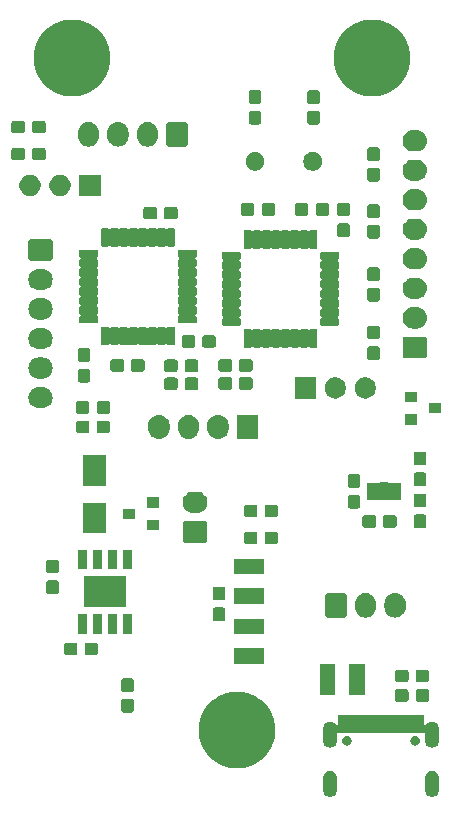
<source format=gbr>
G04 #@! TF.GenerationSoftware,KiCad,Pcbnew,(5.1.6)-1*
G04 #@! TF.CreationDate,2021-04-29T20:29:46-05:00*
G04 #@! TF.ProjectId,EncoderBoard3(1),456e636f-6465-4724-926f-617264332831,v1.0*
G04 #@! TF.SameCoordinates,Original*
G04 #@! TF.FileFunction,Soldermask,Top*
G04 #@! TF.FilePolarity,Negative*
%FSLAX46Y46*%
G04 Gerber Fmt 4.6, Leading zero omitted, Abs format (unit mm)*
G04 Created by KiCad (PCBNEW (5.1.6)-1) date 2021-04-29 20:29:46*
%MOMM*%
%LPD*%
G01*
G04 APERTURE LIST*
%ADD10C,0.100000*%
G04 APERTURE END LIST*
D10*
G36*
X132063915Y-146405134D02*
G01*
X132172491Y-146438071D01*
X132172494Y-146438072D01*
X132208600Y-146457371D01*
X132272556Y-146491556D01*
X132360264Y-146563536D01*
X132432244Y-146651243D01*
X132466429Y-146715199D01*
X132485728Y-146751305D01*
X132485728Y-146751306D01*
X132485729Y-146751308D01*
X132518666Y-146859884D01*
X132527000Y-146944502D01*
X132527000Y-148051098D01*
X132518666Y-148135716D01*
X132485729Y-148244292D01*
X132485728Y-148244295D01*
X132466429Y-148280401D01*
X132432244Y-148344357D01*
X132360264Y-148432064D01*
X132272557Y-148504044D01*
X132208601Y-148538229D01*
X132172495Y-148557528D01*
X132172492Y-148557529D01*
X132063916Y-148590466D01*
X131951000Y-148601587D01*
X131838085Y-148590466D01*
X131729509Y-148557529D01*
X131729506Y-148557528D01*
X131693400Y-148538229D01*
X131629444Y-148504044D01*
X131541737Y-148432064D01*
X131469757Y-148344357D01*
X131435572Y-148280401D01*
X131416273Y-148244295D01*
X131416272Y-148244292D01*
X131383335Y-148135716D01*
X131375001Y-148051098D01*
X131375000Y-146944503D01*
X131383334Y-146859885D01*
X131416271Y-146751309D01*
X131416272Y-146751306D01*
X131435571Y-146715200D01*
X131469756Y-146651244D01*
X131541736Y-146563536D01*
X131629443Y-146491556D01*
X131693399Y-146457371D01*
X131729505Y-146438072D01*
X131729508Y-146438071D01*
X131838084Y-146405134D01*
X131951000Y-146394013D01*
X132063915Y-146405134D01*
G37*
G36*
X140703915Y-146405134D02*
G01*
X140812491Y-146438071D01*
X140812494Y-146438072D01*
X140848600Y-146457371D01*
X140912556Y-146491556D01*
X141000264Y-146563536D01*
X141072244Y-146651243D01*
X141106429Y-146715199D01*
X141125728Y-146751305D01*
X141125728Y-146751306D01*
X141125729Y-146751308D01*
X141158666Y-146859884D01*
X141167000Y-146944502D01*
X141167000Y-148051098D01*
X141158666Y-148135716D01*
X141125729Y-148244292D01*
X141125728Y-148244295D01*
X141106429Y-148280401D01*
X141072244Y-148344357D01*
X141000264Y-148432064D01*
X140912557Y-148504044D01*
X140848601Y-148538229D01*
X140812495Y-148557528D01*
X140812492Y-148557529D01*
X140703916Y-148590466D01*
X140591000Y-148601587D01*
X140478085Y-148590466D01*
X140369509Y-148557529D01*
X140369506Y-148557528D01*
X140333400Y-148538229D01*
X140269444Y-148504044D01*
X140181737Y-148432064D01*
X140109757Y-148344357D01*
X140075572Y-148280401D01*
X140056273Y-148244295D01*
X140056272Y-148244292D01*
X140023335Y-148135716D01*
X140015001Y-148051098D01*
X140015000Y-146944503D01*
X140023334Y-146859885D01*
X140056271Y-146751309D01*
X140056272Y-146751306D01*
X140075571Y-146715200D01*
X140109756Y-146651244D01*
X140181736Y-146563536D01*
X140269443Y-146491556D01*
X140333399Y-146457371D01*
X140369505Y-146438072D01*
X140369508Y-146438071D01*
X140478084Y-146405134D01*
X140591000Y-146394013D01*
X140703915Y-146405134D01*
G37*
G36*
X124555044Y-139705800D02*
G01*
X125027282Y-139799734D01*
X125618926Y-140044801D01*
X125952667Y-140267800D01*
X126095074Y-140362953D01*
X126151392Y-140400584D01*
X126604216Y-140853408D01*
X126959999Y-141385874D01*
X127205066Y-141977518D01*
X127205066Y-141977519D01*
X127330000Y-142605603D01*
X127330000Y-143245997D01*
X127272250Y-143536323D01*
X127205066Y-143874082D01*
X126959999Y-144465726D01*
X126604216Y-144998192D01*
X126151392Y-145451016D01*
X125618926Y-145806799D01*
X125027282Y-146051866D01*
X124713239Y-146114333D01*
X124399197Y-146176800D01*
X123758803Y-146176800D01*
X123444761Y-146114333D01*
X123130718Y-146051866D01*
X122539074Y-145806799D01*
X122006608Y-145451016D01*
X121553784Y-144998192D01*
X121198001Y-144465726D01*
X120952934Y-143874082D01*
X120885750Y-143536323D01*
X120828000Y-143245997D01*
X120828000Y-142605603D01*
X120952934Y-141977519D01*
X120952934Y-141977518D01*
X121198001Y-141385874D01*
X121553784Y-140853408D01*
X122006608Y-140400584D01*
X122062927Y-140362953D01*
X122205333Y-140267800D01*
X122539074Y-140044801D01*
X123130718Y-139799734D01*
X123602956Y-139705800D01*
X123758803Y-139674800D01*
X124399197Y-139674800D01*
X124555044Y-139705800D01*
G37*
G36*
X139872000Y-142417032D02*
G01*
X139874402Y-142441418D01*
X139881515Y-142464867D01*
X139893066Y-142486478D01*
X139908611Y-142505420D01*
X139927553Y-142520965D01*
X139949164Y-142532516D01*
X139972613Y-142539629D01*
X139996999Y-142542031D01*
X140021385Y-142539629D01*
X140044834Y-142532516D01*
X140066445Y-142520965D01*
X140085387Y-142505420D01*
X140107234Y-142475962D01*
X140109756Y-142471244D01*
X140181736Y-142383536D01*
X140269443Y-142311556D01*
X140333399Y-142277371D01*
X140369505Y-142258072D01*
X140369508Y-142258071D01*
X140478084Y-142225134D01*
X140591000Y-142214013D01*
X140703915Y-142225134D01*
X140812491Y-142258071D01*
X140812494Y-142258072D01*
X140848600Y-142277371D01*
X140912556Y-142311556D01*
X141000264Y-142383536D01*
X141072244Y-142471243D01*
X141102191Y-142527271D01*
X141125728Y-142571305D01*
X141125728Y-142571306D01*
X141125729Y-142571308D01*
X141158666Y-142679884D01*
X141167000Y-142764502D01*
X141167000Y-143871098D01*
X141158666Y-143955716D01*
X141133782Y-144037744D01*
X141125728Y-144064295D01*
X141106429Y-144100401D01*
X141072244Y-144164357D01*
X141000264Y-144252064D01*
X140912557Y-144324044D01*
X140848601Y-144358229D01*
X140812495Y-144377528D01*
X140812492Y-144377529D01*
X140703916Y-144410466D01*
X140591000Y-144421587D01*
X140478085Y-144410466D01*
X140369509Y-144377529D01*
X140369506Y-144377528D01*
X140333400Y-144358229D01*
X140269444Y-144324044D01*
X140181737Y-144252064D01*
X140109757Y-144164357D01*
X140075572Y-144100401D01*
X140056273Y-144064295D01*
X140048219Y-144037744D01*
X140023335Y-143955716D01*
X140015001Y-143871098D01*
X140015001Y-143592178D01*
X140015000Y-143303799D01*
X140012598Y-143279413D01*
X140005485Y-143255964D01*
X139993934Y-143234353D01*
X139978388Y-143215411D01*
X139959447Y-143199866D01*
X139937836Y-143188315D01*
X139914387Y-143181202D01*
X139890001Y-143178800D01*
X132651999Y-143178800D01*
X132627613Y-143181202D01*
X132604164Y-143188315D01*
X132582553Y-143199866D01*
X132563611Y-143215411D01*
X132548066Y-143234353D01*
X132536515Y-143255964D01*
X132529402Y-143279413D01*
X132527000Y-143303799D01*
X132527000Y-143871098D01*
X132518666Y-143955716D01*
X132493782Y-144037744D01*
X132485728Y-144064295D01*
X132466429Y-144100401D01*
X132432244Y-144164357D01*
X132360264Y-144252064D01*
X132272557Y-144324044D01*
X132208601Y-144358229D01*
X132172495Y-144377528D01*
X132172492Y-144377529D01*
X132063916Y-144410466D01*
X131951000Y-144421587D01*
X131838085Y-144410466D01*
X131729509Y-144377529D01*
X131729506Y-144377528D01*
X131693400Y-144358229D01*
X131629444Y-144324044D01*
X131541737Y-144252064D01*
X131469757Y-144164357D01*
X131435572Y-144100401D01*
X131416273Y-144064295D01*
X131408219Y-144037744D01*
X131383335Y-143955716D01*
X131375001Y-143871098D01*
X131375000Y-142764503D01*
X131383334Y-142679885D01*
X131416271Y-142571309D01*
X131416272Y-142571306D01*
X131437006Y-142532516D01*
X131469756Y-142471244D01*
X131541736Y-142383536D01*
X131629443Y-142311556D01*
X131693399Y-142277371D01*
X131729505Y-142258072D01*
X131729508Y-142258071D01*
X131838084Y-142225134D01*
X131951000Y-142214013D01*
X132063915Y-142225134D01*
X132172491Y-142258071D01*
X132172494Y-142258072D01*
X132208600Y-142277371D01*
X132272556Y-142311556D01*
X132360264Y-142383536D01*
X132432244Y-142471243D01*
X132434768Y-142475964D01*
X132448376Y-142496330D01*
X132465703Y-142513657D01*
X132486078Y-142527271D01*
X132508717Y-142536648D01*
X132532750Y-142541428D01*
X132557254Y-142541428D01*
X132581287Y-142536647D01*
X132603926Y-142527270D01*
X132624300Y-142513656D01*
X132641627Y-142496329D01*
X132655241Y-142475954D01*
X132664618Y-142453315D01*
X132670000Y-142417031D01*
X132670000Y-141626800D01*
X139872000Y-141626800D01*
X139872000Y-142417032D01*
G37*
G36*
X133459231Y-143454505D02*
G01*
X133497967Y-143462210D01*
X133528195Y-143474731D01*
X133570944Y-143492438D01*
X133636622Y-143536323D01*
X133692477Y-143592178D01*
X133736362Y-143657856D01*
X133766590Y-143730834D01*
X133782000Y-143808304D01*
X133782000Y-143887296D01*
X133766590Y-143964766D01*
X133736362Y-144037744D01*
X133692477Y-144103422D01*
X133636622Y-144159277D01*
X133570944Y-144203162D01*
X133528195Y-144220869D01*
X133497967Y-144233390D01*
X133459231Y-144241095D01*
X133420496Y-144248800D01*
X133341504Y-144248800D01*
X133302769Y-144241095D01*
X133264033Y-144233390D01*
X133233805Y-144220869D01*
X133191056Y-144203162D01*
X133125378Y-144159277D01*
X133069523Y-144103422D01*
X133025638Y-144037744D01*
X132995410Y-143964766D01*
X132980000Y-143887296D01*
X132980000Y-143808304D01*
X132995410Y-143730834D01*
X133025638Y-143657856D01*
X133069523Y-143592178D01*
X133125378Y-143536323D01*
X133191056Y-143492438D01*
X133233805Y-143474731D01*
X133264033Y-143462210D01*
X133302769Y-143454505D01*
X133341504Y-143446800D01*
X133420496Y-143446800D01*
X133459231Y-143454505D01*
G37*
G36*
X139239231Y-143454505D02*
G01*
X139277967Y-143462210D01*
X139308195Y-143474731D01*
X139350944Y-143492438D01*
X139416622Y-143536323D01*
X139472477Y-143592178D01*
X139516362Y-143657856D01*
X139546590Y-143730834D01*
X139562000Y-143808304D01*
X139562000Y-143887296D01*
X139546590Y-143964766D01*
X139516362Y-144037744D01*
X139472477Y-144103422D01*
X139416622Y-144159277D01*
X139350944Y-144203162D01*
X139308195Y-144220869D01*
X139277967Y-144233390D01*
X139239231Y-144241095D01*
X139200496Y-144248800D01*
X139121504Y-144248800D01*
X139082769Y-144241095D01*
X139044033Y-144233390D01*
X139013805Y-144220869D01*
X138971056Y-144203162D01*
X138905378Y-144159277D01*
X138849523Y-144103422D01*
X138805638Y-144037744D01*
X138775410Y-143964766D01*
X138760000Y-143887296D01*
X138760000Y-143808304D01*
X138775410Y-143730834D01*
X138805638Y-143657856D01*
X138849523Y-143592178D01*
X138905378Y-143536323D01*
X138971056Y-143492438D01*
X139013805Y-143474731D01*
X139044033Y-143462210D01*
X139082769Y-143454505D01*
X139121504Y-143446800D01*
X139200496Y-143446800D01*
X139239231Y-143454505D01*
G37*
G36*
X115172499Y-140308245D02*
G01*
X115209995Y-140319620D01*
X115244554Y-140338092D01*
X115274847Y-140362953D01*
X115299708Y-140393246D01*
X115318180Y-140427805D01*
X115329555Y-140465301D01*
X115334000Y-140510438D01*
X115334000Y-141249162D01*
X115329555Y-141294299D01*
X115318180Y-141331795D01*
X115299708Y-141366354D01*
X115274847Y-141396647D01*
X115244554Y-141421508D01*
X115209995Y-141439980D01*
X115172499Y-141451355D01*
X115127362Y-141455800D01*
X114488638Y-141455800D01*
X114443501Y-141451355D01*
X114406005Y-141439980D01*
X114371446Y-141421508D01*
X114341153Y-141396647D01*
X114316292Y-141366354D01*
X114297820Y-141331795D01*
X114286445Y-141294299D01*
X114282000Y-141249162D01*
X114282000Y-140510438D01*
X114286445Y-140465301D01*
X114297820Y-140427805D01*
X114316292Y-140393246D01*
X114341153Y-140362953D01*
X114371446Y-140338092D01*
X114406005Y-140319620D01*
X114443501Y-140308245D01*
X114488638Y-140303800D01*
X115127362Y-140303800D01*
X115172499Y-140308245D01*
G37*
G36*
X140189499Y-139483245D02*
G01*
X140226995Y-139494620D01*
X140261554Y-139513092D01*
X140291847Y-139537953D01*
X140316708Y-139568246D01*
X140335180Y-139602805D01*
X140346555Y-139640301D01*
X140351000Y-139685438D01*
X140351000Y-140324162D01*
X140346555Y-140369299D01*
X140335180Y-140406795D01*
X140316708Y-140441354D01*
X140291847Y-140471647D01*
X140261554Y-140496508D01*
X140226995Y-140514980D01*
X140189499Y-140526355D01*
X140144362Y-140530800D01*
X139405638Y-140530800D01*
X139360501Y-140526355D01*
X139323005Y-140514980D01*
X139288446Y-140496508D01*
X139258153Y-140471647D01*
X139233292Y-140441354D01*
X139214820Y-140406795D01*
X139203445Y-140369299D01*
X139199000Y-140324162D01*
X139199000Y-139685438D01*
X139203445Y-139640301D01*
X139214820Y-139602805D01*
X139233292Y-139568246D01*
X139258153Y-139537953D01*
X139288446Y-139513092D01*
X139323005Y-139494620D01*
X139360501Y-139483245D01*
X139405638Y-139478800D01*
X140144362Y-139478800D01*
X140189499Y-139483245D01*
G37*
G36*
X138439499Y-139483245D02*
G01*
X138476995Y-139494620D01*
X138511554Y-139513092D01*
X138541847Y-139537953D01*
X138566708Y-139568246D01*
X138585180Y-139602805D01*
X138596555Y-139640301D01*
X138601000Y-139685438D01*
X138601000Y-140324162D01*
X138596555Y-140369299D01*
X138585180Y-140406795D01*
X138566708Y-140441354D01*
X138541847Y-140471647D01*
X138511554Y-140496508D01*
X138476995Y-140514980D01*
X138439499Y-140526355D01*
X138394362Y-140530800D01*
X137655638Y-140530800D01*
X137610501Y-140526355D01*
X137573005Y-140514980D01*
X137538446Y-140496508D01*
X137508153Y-140471647D01*
X137483292Y-140441354D01*
X137464820Y-140406795D01*
X137453445Y-140369299D01*
X137449000Y-140324162D01*
X137449000Y-139685438D01*
X137453445Y-139640301D01*
X137464820Y-139602805D01*
X137483292Y-139568246D01*
X137508153Y-139537953D01*
X137538446Y-139513092D01*
X137573005Y-139494620D01*
X137610501Y-139483245D01*
X137655638Y-139478800D01*
X138394362Y-139478800D01*
X138439499Y-139483245D01*
G37*
G36*
X132390000Y-139974800D02*
G01*
X131088000Y-139974800D01*
X131088000Y-137372800D01*
X132390000Y-137372800D01*
X132390000Y-139974800D01*
G37*
G36*
X134890000Y-139974800D02*
G01*
X133588000Y-139974800D01*
X133588000Y-137372800D01*
X134890000Y-137372800D01*
X134890000Y-139974800D01*
G37*
G36*
X115172499Y-138558245D02*
G01*
X115209995Y-138569620D01*
X115244554Y-138588092D01*
X115274847Y-138612953D01*
X115299708Y-138643246D01*
X115318180Y-138677805D01*
X115329555Y-138715301D01*
X115334000Y-138760438D01*
X115334000Y-139499162D01*
X115329555Y-139544299D01*
X115318180Y-139581795D01*
X115299708Y-139616354D01*
X115274847Y-139646647D01*
X115244554Y-139671508D01*
X115209995Y-139689980D01*
X115172499Y-139701355D01*
X115127362Y-139705800D01*
X114488638Y-139705800D01*
X114443501Y-139701355D01*
X114406005Y-139689980D01*
X114371446Y-139671508D01*
X114341153Y-139646647D01*
X114316292Y-139616354D01*
X114297820Y-139581795D01*
X114286445Y-139544299D01*
X114282000Y-139499162D01*
X114282000Y-138760438D01*
X114286445Y-138715301D01*
X114297820Y-138677805D01*
X114316292Y-138643246D01*
X114341153Y-138612953D01*
X114371446Y-138588092D01*
X114406005Y-138569620D01*
X114443501Y-138558245D01*
X114488638Y-138553800D01*
X115127362Y-138553800D01*
X115172499Y-138558245D01*
G37*
G36*
X140189499Y-137832245D02*
G01*
X140226995Y-137843620D01*
X140261554Y-137862092D01*
X140291847Y-137886953D01*
X140316708Y-137917246D01*
X140335180Y-137951805D01*
X140346555Y-137989301D01*
X140351000Y-138034438D01*
X140351000Y-138673162D01*
X140346555Y-138718299D01*
X140335180Y-138755795D01*
X140316708Y-138790354D01*
X140291847Y-138820647D01*
X140261554Y-138845508D01*
X140226995Y-138863980D01*
X140189499Y-138875355D01*
X140144362Y-138879800D01*
X139405638Y-138879800D01*
X139360501Y-138875355D01*
X139323005Y-138863980D01*
X139288446Y-138845508D01*
X139258153Y-138820647D01*
X139233292Y-138790354D01*
X139214820Y-138755795D01*
X139203445Y-138718299D01*
X139199000Y-138673162D01*
X139199000Y-138034438D01*
X139203445Y-137989301D01*
X139214820Y-137951805D01*
X139233292Y-137917246D01*
X139258153Y-137886953D01*
X139288446Y-137862092D01*
X139323005Y-137843620D01*
X139360501Y-137832245D01*
X139405638Y-137827800D01*
X140144362Y-137827800D01*
X140189499Y-137832245D01*
G37*
G36*
X138439499Y-137832245D02*
G01*
X138476995Y-137843620D01*
X138511554Y-137862092D01*
X138541847Y-137886953D01*
X138566708Y-137917246D01*
X138585180Y-137951805D01*
X138596555Y-137989301D01*
X138601000Y-138034438D01*
X138601000Y-138673162D01*
X138596555Y-138718299D01*
X138585180Y-138755795D01*
X138566708Y-138790354D01*
X138541847Y-138820647D01*
X138511554Y-138845508D01*
X138476995Y-138863980D01*
X138439499Y-138875355D01*
X138394362Y-138879800D01*
X137655638Y-138879800D01*
X137610501Y-138875355D01*
X137573005Y-138863980D01*
X137538446Y-138845508D01*
X137508153Y-138820647D01*
X137483292Y-138790354D01*
X137464820Y-138755795D01*
X137453445Y-138718299D01*
X137449000Y-138673162D01*
X137449000Y-138034438D01*
X137453445Y-137989301D01*
X137464820Y-137951805D01*
X137483292Y-137917246D01*
X137508153Y-137886953D01*
X137538446Y-137862092D01*
X137573005Y-137843620D01*
X137610501Y-137832245D01*
X137655638Y-137827800D01*
X138394362Y-137827800D01*
X138439499Y-137832245D01*
G37*
G36*
X126396000Y-137333800D02*
G01*
X123794000Y-137333800D01*
X123794000Y-136031800D01*
X126396000Y-136031800D01*
X126396000Y-137333800D01*
G37*
G36*
X110410499Y-135546245D02*
G01*
X110447995Y-135557620D01*
X110482554Y-135576092D01*
X110512847Y-135600953D01*
X110537708Y-135631246D01*
X110556180Y-135665805D01*
X110567555Y-135703301D01*
X110572000Y-135748438D01*
X110572000Y-136387162D01*
X110567555Y-136432299D01*
X110556180Y-136469795D01*
X110537708Y-136504354D01*
X110512847Y-136534647D01*
X110482554Y-136559508D01*
X110447995Y-136577980D01*
X110410499Y-136589355D01*
X110365362Y-136593800D01*
X109626638Y-136593800D01*
X109581501Y-136589355D01*
X109544005Y-136577980D01*
X109509446Y-136559508D01*
X109479153Y-136534647D01*
X109454292Y-136504354D01*
X109435820Y-136469795D01*
X109424445Y-136432299D01*
X109420000Y-136387162D01*
X109420000Y-135748438D01*
X109424445Y-135703301D01*
X109435820Y-135665805D01*
X109454292Y-135631246D01*
X109479153Y-135600953D01*
X109509446Y-135576092D01*
X109544005Y-135557620D01*
X109581501Y-135546245D01*
X109626638Y-135541800D01*
X110365362Y-135541800D01*
X110410499Y-135546245D01*
G37*
G36*
X112160499Y-135546245D02*
G01*
X112197995Y-135557620D01*
X112232554Y-135576092D01*
X112262847Y-135600953D01*
X112287708Y-135631246D01*
X112306180Y-135665805D01*
X112317555Y-135703301D01*
X112322000Y-135748438D01*
X112322000Y-136387162D01*
X112317555Y-136432299D01*
X112306180Y-136469795D01*
X112287708Y-136504354D01*
X112262847Y-136534647D01*
X112232554Y-136559508D01*
X112197995Y-136577980D01*
X112160499Y-136589355D01*
X112115362Y-136593800D01*
X111376638Y-136593800D01*
X111331501Y-136589355D01*
X111294005Y-136577980D01*
X111259446Y-136559508D01*
X111229153Y-136534647D01*
X111204292Y-136504354D01*
X111185820Y-136469795D01*
X111174445Y-136432299D01*
X111170000Y-136387162D01*
X111170000Y-135748438D01*
X111174445Y-135703301D01*
X111185820Y-135665805D01*
X111204292Y-135631246D01*
X111229153Y-135600953D01*
X111259446Y-135576092D01*
X111294005Y-135557620D01*
X111331501Y-135546245D01*
X111376638Y-135541800D01*
X112115362Y-135541800D01*
X112160499Y-135546245D01*
G37*
G36*
X126396000Y-134833800D02*
G01*
X123794000Y-134833800D01*
X123794000Y-133531800D01*
X126396000Y-133531800D01*
X126396000Y-134833800D01*
G37*
G36*
X115209000Y-134767300D02*
G01*
X114407000Y-134767300D01*
X114407000Y-133140300D01*
X115209000Y-133140300D01*
X115209000Y-134767300D01*
G37*
G36*
X113939000Y-134767300D02*
G01*
X113137000Y-134767300D01*
X113137000Y-133140300D01*
X113939000Y-133140300D01*
X113939000Y-134767300D01*
G37*
G36*
X112669000Y-134767300D02*
G01*
X111867000Y-134767300D01*
X111867000Y-133140300D01*
X112669000Y-133140300D01*
X112669000Y-134767300D01*
G37*
G36*
X111399000Y-134767300D02*
G01*
X110597000Y-134767300D01*
X110597000Y-133140300D01*
X111399000Y-133140300D01*
X111399000Y-134767300D01*
G37*
G36*
X122919499Y-132561245D02*
G01*
X122956995Y-132572620D01*
X122991554Y-132591092D01*
X123021847Y-132615953D01*
X123046708Y-132646246D01*
X123065180Y-132680805D01*
X123076555Y-132718301D01*
X123081000Y-132763438D01*
X123081000Y-133502162D01*
X123076555Y-133547299D01*
X123065180Y-133584795D01*
X123046708Y-133619354D01*
X123021847Y-133649647D01*
X122991554Y-133674508D01*
X122956995Y-133692980D01*
X122919499Y-133704355D01*
X122874362Y-133708800D01*
X122235638Y-133708800D01*
X122190501Y-133704355D01*
X122153005Y-133692980D01*
X122118446Y-133674508D01*
X122088153Y-133649647D01*
X122063292Y-133619354D01*
X122044820Y-133584795D01*
X122033445Y-133547299D01*
X122029000Y-133502162D01*
X122029000Y-132763438D01*
X122033445Y-132718301D01*
X122044820Y-132680805D01*
X122063292Y-132646246D01*
X122088153Y-132615953D01*
X122118446Y-132591092D01*
X122153005Y-132572620D01*
X122190501Y-132561245D01*
X122235638Y-132556800D01*
X122874362Y-132556800D01*
X122919499Y-132561245D01*
G37*
G36*
X135137626Y-131371837D02*
G01*
X135307465Y-131423357D01*
X135307467Y-131423358D01*
X135463989Y-131507021D01*
X135601186Y-131619614D01*
X135663709Y-131695800D01*
X135713778Y-131756809D01*
X135797443Y-131913334D01*
X135848963Y-132083173D01*
X135848963Y-132083175D01*
X135862000Y-132215540D01*
X135862000Y-132554059D01*
X135855904Y-132615953D01*
X135848963Y-132686426D01*
X135797443Y-132856266D01*
X135713778Y-133012791D01*
X135684448Y-133048529D01*
X135601186Y-133149986D01*
X135506250Y-133227897D01*
X135463991Y-133262578D01*
X135307466Y-133346243D01*
X135137627Y-133397763D01*
X134961000Y-133415159D01*
X134784374Y-133397763D01*
X134614535Y-133346243D01*
X134458010Y-133262578D01*
X134320815Y-133149985D01*
X134208222Y-133012791D01*
X134124557Y-132856266D01*
X134073037Y-132686427D01*
X134060000Y-132554058D01*
X134060000Y-132215543D01*
X134073037Y-132083174D01*
X134124557Y-131913335D01*
X134131873Y-131899647D01*
X134208221Y-131756811D01*
X134320814Y-131619614D01*
X134422271Y-131536352D01*
X134458009Y-131507022D01*
X134614534Y-131423357D01*
X134784373Y-131371837D01*
X134961000Y-131354441D01*
X135137626Y-131371837D01*
G37*
G36*
X137637626Y-131371837D02*
G01*
X137807465Y-131423357D01*
X137807467Y-131423358D01*
X137963989Y-131507021D01*
X138101186Y-131619614D01*
X138163709Y-131695800D01*
X138213778Y-131756809D01*
X138297443Y-131913334D01*
X138348963Y-132083173D01*
X138348963Y-132083175D01*
X138362000Y-132215540D01*
X138362000Y-132554059D01*
X138355904Y-132615953D01*
X138348963Y-132686426D01*
X138297443Y-132856266D01*
X138213778Y-133012791D01*
X138184448Y-133048529D01*
X138101186Y-133149986D01*
X138006250Y-133227897D01*
X137963991Y-133262578D01*
X137807466Y-133346243D01*
X137637627Y-133397763D01*
X137461000Y-133415159D01*
X137284374Y-133397763D01*
X137114535Y-133346243D01*
X136958010Y-133262578D01*
X136820815Y-133149985D01*
X136708222Y-133012791D01*
X136624557Y-132856266D01*
X136573037Y-132686427D01*
X136560000Y-132554058D01*
X136560000Y-132215543D01*
X136573037Y-132083174D01*
X136624557Y-131913335D01*
X136631873Y-131899647D01*
X136708221Y-131756811D01*
X136820814Y-131619614D01*
X136922271Y-131536352D01*
X136958009Y-131507022D01*
X137114534Y-131423357D01*
X137284373Y-131371837D01*
X137461000Y-131354441D01*
X137637626Y-131371837D01*
G37*
G36*
X133219600Y-131362789D02*
G01*
X133252652Y-131372815D01*
X133283103Y-131389092D01*
X133309799Y-131411001D01*
X133331708Y-131437697D01*
X133347985Y-131468148D01*
X133358011Y-131501200D01*
X133362000Y-131541703D01*
X133362000Y-133227897D01*
X133358011Y-133268400D01*
X133347985Y-133301452D01*
X133331708Y-133331903D01*
X133309799Y-133358599D01*
X133283103Y-133380508D01*
X133252652Y-133396785D01*
X133219600Y-133406811D01*
X133179097Y-133410800D01*
X131742903Y-133410800D01*
X131702400Y-133406811D01*
X131669348Y-133396785D01*
X131638897Y-133380508D01*
X131612201Y-133358599D01*
X131590292Y-133331903D01*
X131574015Y-133301452D01*
X131563989Y-133268400D01*
X131560000Y-133227897D01*
X131560000Y-131541703D01*
X131563989Y-131501200D01*
X131574015Y-131468148D01*
X131590292Y-131437697D01*
X131612201Y-131411001D01*
X131638897Y-131389092D01*
X131669348Y-131372815D01*
X131702400Y-131362789D01*
X131742903Y-131358800D01*
X133179097Y-131358800D01*
X133219600Y-131362789D01*
G37*
G36*
X114655000Y-132549300D02*
G01*
X111151000Y-132549300D01*
X111151000Y-129934300D01*
X114655000Y-129934300D01*
X114655000Y-132549300D01*
G37*
G36*
X126396000Y-132233800D02*
G01*
X123794000Y-132233800D01*
X123794000Y-130931800D01*
X126396000Y-130931800D01*
X126396000Y-132233800D01*
G37*
G36*
X122919499Y-130811245D02*
G01*
X122956995Y-130822620D01*
X122991554Y-130841092D01*
X123021847Y-130865953D01*
X123046708Y-130896246D01*
X123065180Y-130930805D01*
X123076555Y-130968301D01*
X123081000Y-131013438D01*
X123081000Y-131752162D01*
X123076555Y-131797299D01*
X123065180Y-131834795D01*
X123046708Y-131869354D01*
X123021847Y-131899647D01*
X122991554Y-131924508D01*
X122956995Y-131942980D01*
X122919499Y-131954355D01*
X122874362Y-131958800D01*
X122235638Y-131958800D01*
X122190501Y-131954355D01*
X122153005Y-131942980D01*
X122118446Y-131924508D01*
X122088153Y-131899647D01*
X122063292Y-131869354D01*
X122044820Y-131834795D01*
X122033445Y-131797299D01*
X122029000Y-131752162D01*
X122029000Y-131013438D01*
X122033445Y-130968301D01*
X122044820Y-130930805D01*
X122063292Y-130896246D01*
X122088153Y-130865953D01*
X122118446Y-130841092D01*
X122153005Y-130822620D01*
X122190501Y-130811245D01*
X122235638Y-130806800D01*
X122874362Y-130806800D01*
X122919499Y-130811245D01*
G37*
G36*
X108822499Y-130275245D02*
G01*
X108859995Y-130286620D01*
X108894554Y-130305092D01*
X108924847Y-130329953D01*
X108949708Y-130360246D01*
X108968180Y-130394805D01*
X108979555Y-130432301D01*
X108984000Y-130477438D01*
X108984000Y-131216162D01*
X108979555Y-131261299D01*
X108968180Y-131298795D01*
X108949708Y-131333354D01*
X108924847Y-131363647D01*
X108894554Y-131388508D01*
X108859995Y-131406980D01*
X108822499Y-131418355D01*
X108777362Y-131422800D01*
X108138638Y-131422800D01*
X108093501Y-131418355D01*
X108056005Y-131406980D01*
X108021446Y-131388508D01*
X107991153Y-131363647D01*
X107966292Y-131333354D01*
X107947820Y-131298795D01*
X107936445Y-131261299D01*
X107932000Y-131216162D01*
X107932000Y-130477438D01*
X107936445Y-130432301D01*
X107947820Y-130394805D01*
X107966292Y-130360246D01*
X107991153Y-130329953D01*
X108021446Y-130305092D01*
X108056005Y-130286620D01*
X108093501Y-130275245D01*
X108138638Y-130270800D01*
X108777362Y-130270800D01*
X108822499Y-130275245D01*
G37*
G36*
X126396000Y-129733800D02*
G01*
X123794000Y-129733800D01*
X123794000Y-128431800D01*
X126396000Y-128431800D01*
X126396000Y-129733800D01*
G37*
G36*
X108822499Y-128525245D02*
G01*
X108859995Y-128536620D01*
X108894554Y-128555092D01*
X108924847Y-128579953D01*
X108949708Y-128610246D01*
X108968180Y-128644805D01*
X108979555Y-128682301D01*
X108984000Y-128727438D01*
X108984000Y-129466162D01*
X108979555Y-129511299D01*
X108968180Y-129548795D01*
X108949708Y-129583354D01*
X108924847Y-129613647D01*
X108894554Y-129638508D01*
X108859995Y-129656980D01*
X108822499Y-129668355D01*
X108777362Y-129672800D01*
X108138638Y-129672800D01*
X108093501Y-129668355D01*
X108056005Y-129656980D01*
X108021446Y-129638508D01*
X107991153Y-129613647D01*
X107966292Y-129583354D01*
X107947820Y-129548795D01*
X107936445Y-129511299D01*
X107932000Y-129466162D01*
X107932000Y-128727438D01*
X107936445Y-128682301D01*
X107947820Y-128644805D01*
X107966292Y-128610246D01*
X107991153Y-128579953D01*
X108021446Y-128555092D01*
X108056005Y-128536620D01*
X108093501Y-128525245D01*
X108138638Y-128520800D01*
X108777362Y-128520800D01*
X108822499Y-128525245D01*
G37*
G36*
X111399000Y-129343300D02*
G01*
X110597000Y-129343300D01*
X110597000Y-127716300D01*
X111399000Y-127716300D01*
X111399000Y-129343300D01*
G37*
G36*
X115209000Y-129343300D02*
G01*
X114407000Y-129343300D01*
X114407000Y-127716300D01*
X115209000Y-127716300D01*
X115209000Y-129343300D01*
G37*
G36*
X113939000Y-129343300D02*
G01*
X113137000Y-129343300D01*
X113137000Y-127716300D01*
X113939000Y-127716300D01*
X113939000Y-129343300D01*
G37*
G36*
X112669000Y-129343300D02*
G01*
X111867000Y-129343300D01*
X111867000Y-127716300D01*
X112669000Y-127716300D01*
X112669000Y-129343300D01*
G37*
G36*
X125650499Y-126148245D02*
G01*
X125687995Y-126159620D01*
X125722554Y-126178092D01*
X125752847Y-126202953D01*
X125777708Y-126233246D01*
X125796180Y-126267805D01*
X125807555Y-126305301D01*
X125812000Y-126350438D01*
X125812000Y-126989162D01*
X125807555Y-127034299D01*
X125796180Y-127071795D01*
X125777708Y-127106354D01*
X125752847Y-127136647D01*
X125722554Y-127161508D01*
X125687995Y-127179980D01*
X125650499Y-127191355D01*
X125605362Y-127195800D01*
X124866638Y-127195800D01*
X124821501Y-127191355D01*
X124784005Y-127179980D01*
X124749446Y-127161508D01*
X124719153Y-127136647D01*
X124694292Y-127106354D01*
X124675820Y-127071795D01*
X124664445Y-127034299D01*
X124660000Y-126989162D01*
X124660000Y-126350438D01*
X124664445Y-126305301D01*
X124675820Y-126267805D01*
X124694292Y-126233246D01*
X124719153Y-126202953D01*
X124749446Y-126178092D01*
X124784005Y-126159620D01*
X124821501Y-126148245D01*
X124866638Y-126143800D01*
X125605362Y-126143800D01*
X125650499Y-126148245D01*
G37*
G36*
X127400499Y-126148245D02*
G01*
X127437995Y-126159620D01*
X127472554Y-126178092D01*
X127502847Y-126202953D01*
X127527708Y-126233246D01*
X127546180Y-126267805D01*
X127557555Y-126305301D01*
X127562000Y-126350438D01*
X127562000Y-126989162D01*
X127557555Y-127034299D01*
X127546180Y-127071795D01*
X127527708Y-127106354D01*
X127502847Y-127136647D01*
X127472554Y-127161508D01*
X127437995Y-127179980D01*
X127400499Y-127191355D01*
X127355362Y-127195800D01*
X126616638Y-127195800D01*
X126571501Y-127191355D01*
X126534005Y-127179980D01*
X126499446Y-127161508D01*
X126469153Y-127136647D01*
X126444292Y-127106354D01*
X126425820Y-127071795D01*
X126414445Y-127034299D01*
X126410000Y-126989162D01*
X126410000Y-126350438D01*
X126414445Y-126305301D01*
X126425820Y-126267805D01*
X126444292Y-126233246D01*
X126469153Y-126202953D01*
X126499446Y-126178092D01*
X126534005Y-126159620D01*
X126571501Y-126148245D01*
X126616638Y-126143800D01*
X127355362Y-126143800D01*
X127400499Y-126148245D01*
G37*
G36*
X121431600Y-125264789D02*
G01*
X121464652Y-125274815D01*
X121495103Y-125291092D01*
X121521799Y-125313001D01*
X121543708Y-125339697D01*
X121559985Y-125370148D01*
X121570011Y-125403200D01*
X121574000Y-125443703D01*
X121574000Y-126879897D01*
X121570011Y-126920400D01*
X121559985Y-126953452D01*
X121543708Y-126983903D01*
X121521799Y-127010599D01*
X121495103Y-127032508D01*
X121464652Y-127048785D01*
X121431600Y-127058811D01*
X121391097Y-127062800D01*
X119654903Y-127062800D01*
X119614400Y-127058811D01*
X119581348Y-127048785D01*
X119550897Y-127032508D01*
X119524201Y-127010599D01*
X119502292Y-126983903D01*
X119486015Y-126953452D01*
X119475989Y-126920400D01*
X119472000Y-126879897D01*
X119472000Y-125443703D01*
X119475989Y-125403200D01*
X119486015Y-125370148D01*
X119502292Y-125339697D01*
X119524201Y-125313001D01*
X119550897Y-125291092D01*
X119581348Y-125274815D01*
X119614400Y-125264789D01*
X119654903Y-125260800D01*
X121391097Y-125260800D01*
X121431600Y-125264789D01*
G37*
G36*
X112965000Y-126287800D02*
G01*
X111063000Y-126287800D01*
X111063000Y-123685800D01*
X112965000Y-123685800D01*
X112965000Y-126287800D01*
G37*
G36*
X117452000Y-126038800D02*
G01*
X116450000Y-126038800D01*
X116450000Y-125136800D01*
X117452000Y-125136800D01*
X117452000Y-126038800D01*
G37*
G36*
X139937499Y-124687245D02*
G01*
X139974995Y-124698620D01*
X140009554Y-124717092D01*
X140039847Y-124741953D01*
X140064708Y-124772246D01*
X140083180Y-124806805D01*
X140094555Y-124844301D01*
X140099000Y-124889438D01*
X140099000Y-125628162D01*
X140094555Y-125673299D01*
X140083180Y-125710795D01*
X140064708Y-125745354D01*
X140039847Y-125775647D01*
X140009554Y-125800508D01*
X139974995Y-125818980D01*
X139937499Y-125830355D01*
X139892362Y-125834800D01*
X139253638Y-125834800D01*
X139208501Y-125830355D01*
X139171005Y-125818980D01*
X139136446Y-125800508D01*
X139106153Y-125775647D01*
X139081292Y-125745354D01*
X139062820Y-125710795D01*
X139051445Y-125673299D01*
X139047000Y-125628162D01*
X139047000Y-124889438D01*
X139051445Y-124844301D01*
X139062820Y-124806805D01*
X139081292Y-124772246D01*
X139106153Y-124741953D01*
X139136446Y-124717092D01*
X139171005Y-124698620D01*
X139208501Y-124687245D01*
X139253638Y-124682800D01*
X139892362Y-124682800D01*
X139937499Y-124687245D01*
G37*
G36*
X137433499Y-124751245D02*
G01*
X137470995Y-124762620D01*
X137505554Y-124781092D01*
X137535847Y-124805953D01*
X137560708Y-124836246D01*
X137579180Y-124870805D01*
X137590555Y-124908301D01*
X137595000Y-124953438D01*
X137595000Y-125592162D01*
X137590555Y-125637299D01*
X137579180Y-125674795D01*
X137560708Y-125709354D01*
X137535847Y-125739647D01*
X137505554Y-125764508D01*
X137470995Y-125782980D01*
X137433499Y-125794355D01*
X137388362Y-125798800D01*
X136649638Y-125798800D01*
X136604501Y-125794355D01*
X136567005Y-125782980D01*
X136532446Y-125764508D01*
X136502153Y-125739647D01*
X136477292Y-125709354D01*
X136458820Y-125674795D01*
X136447445Y-125637299D01*
X136443000Y-125592162D01*
X136443000Y-124953438D01*
X136447445Y-124908301D01*
X136458820Y-124870805D01*
X136477292Y-124836246D01*
X136502153Y-124805953D01*
X136532446Y-124781092D01*
X136567005Y-124762620D01*
X136604501Y-124751245D01*
X136649638Y-124746800D01*
X137388362Y-124746800D01*
X137433499Y-124751245D01*
G37*
G36*
X135683499Y-124751245D02*
G01*
X135720995Y-124762620D01*
X135755554Y-124781092D01*
X135785847Y-124805953D01*
X135810708Y-124836246D01*
X135829180Y-124870805D01*
X135840555Y-124908301D01*
X135845000Y-124953438D01*
X135845000Y-125592162D01*
X135840555Y-125637299D01*
X135829180Y-125674795D01*
X135810708Y-125709354D01*
X135785847Y-125739647D01*
X135755554Y-125764508D01*
X135720995Y-125782980D01*
X135683499Y-125794355D01*
X135638362Y-125798800D01*
X134899638Y-125798800D01*
X134854501Y-125794355D01*
X134817005Y-125782980D01*
X134782446Y-125764508D01*
X134752153Y-125739647D01*
X134727292Y-125709354D01*
X134708820Y-125674795D01*
X134697445Y-125637299D01*
X134693000Y-125592162D01*
X134693000Y-124953438D01*
X134697445Y-124908301D01*
X134708820Y-124870805D01*
X134727292Y-124836246D01*
X134752153Y-124805953D01*
X134782446Y-124781092D01*
X134817005Y-124762620D01*
X134854501Y-124751245D01*
X134899638Y-124746800D01*
X135638362Y-124746800D01*
X135683499Y-124751245D01*
G37*
G36*
X115452000Y-125088800D02*
G01*
X114450000Y-125088800D01*
X114450000Y-124186800D01*
X115452000Y-124186800D01*
X115452000Y-125088800D01*
G37*
G36*
X125650499Y-123862245D02*
G01*
X125687995Y-123873620D01*
X125722554Y-123892092D01*
X125752847Y-123916953D01*
X125777708Y-123947246D01*
X125796180Y-123981805D01*
X125807555Y-124019301D01*
X125812000Y-124064438D01*
X125812000Y-124703162D01*
X125807555Y-124748299D01*
X125796180Y-124785795D01*
X125777708Y-124820354D01*
X125752847Y-124850647D01*
X125722554Y-124875508D01*
X125687995Y-124893980D01*
X125650499Y-124905355D01*
X125605362Y-124909800D01*
X124866638Y-124909800D01*
X124821501Y-124905355D01*
X124784005Y-124893980D01*
X124749446Y-124875508D01*
X124719153Y-124850647D01*
X124694292Y-124820354D01*
X124675820Y-124785795D01*
X124664445Y-124748299D01*
X124660000Y-124703162D01*
X124660000Y-124064438D01*
X124664445Y-124019301D01*
X124675820Y-123981805D01*
X124694292Y-123947246D01*
X124719153Y-123916953D01*
X124749446Y-123892092D01*
X124784005Y-123873620D01*
X124821501Y-123862245D01*
X124866638Y-123857800D01*
X125605362Y-123857800D01*
X125650499Y-123862245D01*
G37*
G36*
X127400499Y-123862245D02*
G01*
X127437995Y-123873620D01*
X127472554Y-123892092D01*
X127502847Y-123916953D01*
X127527708Y-123947246D01*
X127546180Y-123981805D01*
X127557555Y-124019301D01*
X127562000Y-124064438D01*
X127562000Y-124703162D01*
X127557555Y-124748299D01*
X127546180Y-124785795D01*
X127527708Y-124820354D01*
X127502847Y-124850647D01*
X127472554Y-124875508D01*
X127437995Y-124893980D01*
X127400499Y-124905355D01*
X127355362Y-124909800D01*
X126616638Y-124909800D01*
X126571501Y-124905355D01*
X126534005Y-124893980D01*
X126499446Y-124875508D01*
X126469153Y-124850647D01*
X126444292Y-124820354D01*
X126425820Y-124785795D01*
X126414445Y-124748299D01*
X126410000Y-124703162D01*
X126410000Y-124064438D01*
X126414445Y-124019301D01*
X126425820Y-123981805D01*
X126444292Y-123947246D01*
X126469153Y-123916953D01*
X126499446Y-123892092D01*
X126534005Y-123873620D01*
X126571501Y-123862245D01*
X126616638Y-123857800D01*
X127355362Y-123857800D01*
X127400499Y-123862245D01*
G37*
G36*
X120783443Y-122767319D02*
G01*
X120849627Y-122773837D01*
X121019466Y-122825357D01*
X121175991Y-122909022D01*
X121204964Y-122932800D01*
X121313186Y-123021614D01*
X121384762Y-123108831D01*
X121425778Y-123158809D01*
X121509443Y-123315334D01*
X121560963Y-123485173D01*
X121578359Y-123661800D01*
X121560963Y-123838427D01*
X121509443Y-124008266D01*
X121425778Y-124164791D01*
X121396448Y-124200529D01*
X121313186Y-124301986D01*
X121211729Y-124385248D01*
X121175991Y-124414578D01*
X121019466Y-124498243D01*
X120849627Y-124549763D01*
X120783442Y-124556282D01*
X120717260Y-124562800D01*
X120328740Y-124562800D01*
X120262558Y-124556282D01*
X120196373Y-124549763D01*
X120026534Y-124498243D01*
X119870009Y-124414578D01*
X119834271Y-124385248D01*
X119732814Y-124301986D01*
X119649552Y-124200529D01*
X119620222Y-124164791D01*
X119536557Y-124008266D01*
X119485037Y-123838427D01*
X119467641Y-123661800D01*
X119485037Y-123485173D01*
X119536557Y-123315334D01*
X119620222Y-123158809D01*
X119661238Y-123108831D01*
X119732814Y-123021614D01*
X119841036Y-122932800D01*
X119870009Y-122909022D01*
X120026534Y-122825357D01*
X120196373Y-122773837D01*
X120262557Y-122767319D01*
X120328740Y-122760800D01*
X120717260Y-122760800D01*
X120783443Y-122767319D01*
G37*
G36*
X134349499Y-123036245D02*
G01*
X134386995Y-123047620D01*
X134421554Y-123066092D01*
X134451847Y-123090953D01*
X134476708Y-123121246D01*
X134495180Y-123155805D01*
X134506555Y-123193301D01*
X134511000Y-123238438D01*
X134511000Y-123977162D01*
X134506555Y-124022299D01*
X134495180Y-124059795D01*
X134476708Y-124094354D01*
X134451847Y-124124647D01*
X134421554Y-124149508D01*
X134386995Y-124167980D01*
X134349499Y-124179355D01*
X134304362Y-124183800D01*
X133665638Y-124183800D01*
X133620501Y-124179355D01*
X133583005Y-124167980D01*
X133548446Y-124149508D01*
X133518153Y-124124647D01*
X133493292Y-124094354D01*
X133474820Y-124059795D01*
X133463445Y-124022299D01*
X133459000Y-123977162D01*
X133459000Y-123238438D01*
X133463445Y-123193301D01*
X133474820Y-123155805D01*
X133493292Y-123121246D01*
X133518153Y-123090953D01*
X133548446Y-123066092D01*
X133583005Y-123047620D01*
X133620501Y-123036245D01*
X133665638Y-123031800D01*
X134304362Y-123031800D01*
X134349499Y-123036245D01*
G37*
G36*
X117452000Y-124138800D02*
G01*
X116450000Y-124138800D01*
X116450000Y-123236800D01*
X117452000Y-123236800D01*
X117452000Y-124138800D01*
G37*
G36*
X139937499Y-122937245D02*
G01*
X139974995Y-122948620D01*
X140009554Y-122967092D01*
X140039847Y-122991953D01*
X140064708Y-123022246D01*
X140083180Y-123056805D01*
X140094555Y-123094301D01*
X140099000Y-123139438D01*
X140099000Y-123878162D01*
X140094555Y-123923299D01*
X140083180Y-123960795D01*
X140064708Y-123995354D01*
X140039847Y-124025647D01*
X140009554Y-124050508D01*
X139974995Y-124068980D01*
X139937499Y-124080355D01*
X139892362Y-124084800D01*
X139253638Y-124084800D01*
X139208501Y-124080355D01*
X139171005Y-124068980D01*
X139136446Y-124050508D01*
X139106153Y-124025647D01*
X139081292Y-123995354D01*
X139062820Y-123960795D01*
X139051445Y-123923299D01*
X139047000Y-123878162D01*
X139047000Y-123139438D01*
X139051445Y-123094301D01*
X139062820Y-123056805D01*
X139081292Y-123022246D01*
X139106153Y-122991953D01*
X139136446Y-122967092D01*
X139171005Y-122948620D01*
X139208501Y-122937245D01*
X139253638Y-122932800D01*
X139892362Y-122932800D01*
X139937499Y-122937245D01*
G37*
G36*
X136902066Y-121976247D02*
G01*
X136917611Y-121995189D01*
X136936553Y-122010734D01*
X136958164Y-122022285D01*
X136981613Y-122029398D01*
X137005999Y-122031800D01*
X137930800Y-122031800D01*
X137930800Y-123433800D01*
X137005999Y-123433800D01*
X136981613Y-123436202D01*
X136958164Y-123443315D01*
X136936553Y-123454866D01*
X136917611Y-123470411D01*
X136902066Y-123489353D01*
X136899689Y-123493800D01*
X136150311Y-123493800D01*
X136147934Y-123489353D01*
X136132389Y-123470411D01*
X136113447Y-123454866D01*
X136091836Y-123443315D01*
X136068387Y-123436202D01*
X136044001Y-123433800D01*
X135119200Y-123433800D01*
X135119200Y-122031800D01*
X136044001Y-122031800D01*
X136068387Y-122029398D01*
X136091836Y-122022285D01*
X136113447Y-122010734D01*
X136132389Y-121995189D01*
X136147934Y-121976247D01*
X136150311Y-121971800D01*
X136899689Y-121971800D01*
X136902066Y-121976247D01*
G37*
G36*
X134349499Y-121286245D02*
G01*
X134386995Y-121297620D01*
X134421554Y-121316092D01*
X134451847Y-121340953D01*
X134476708Y-121371246D01*
X134495180Y-121405805D01*
X134506555Y-121443301D01*
X134511000Y-121488438D01*
X134511000Y-122227162D01*
X134506555Y-122272299D01*
X134495180Y-122309795D01*
X134476708Y-122344354D01*
X134451847Y-122374647D01*
X134421554Y-122399508D01*
X134386995Y-122417980D01*
X134349499Y-122429355D01*
X134304362Y-122433800D01*
X133665638Y-122433800D01*
X133620501Y-122429355D01*
X133583005Y-122417980D01*
X133548446Y-122399508D01*
X133518153Y-122374647D01*
X133493292Y-122344354D01*
X133474820Y-122309795D01*
X133463445Y-122272299D01*
X133459000Y-122227162D01*
X133459000Y-121488438D01*
X133463445Y-121443301D01*
X133474820Y-121405805D01*
X133493292Y-121371246D01*
X133518153Y-121340953D01*
X133548446Y-121316092D01*
X133583005Y-121297620D01*
X133620501Y-121286245D01*
X133665638Y-121281800D01*
X134304362Y-121281800D01*
X134349499Y-121286245D01*
G37*
G36*
X112965000Y-122287800D02*
G01*
X111063000Y-122287800D01*
X111063000Y-119685800D01*
X112965000Y-119685800D01*
X112965000Y-122287800D01*
G37*
G36*
X139937499Y-121131245D02*
G01*
X139974995Y-121142620D01*
X140009554Y-121161092D01*
X140039847Y-121185953D01*
X140064708Y-121216246D01*
X140083180Y-121250805D01*
X140094555Y-121288301D01*
X140099000Y-121333438D01*
X140099000Y-122072162D01*
X140094555Y-122117299D01*
X140083180Y-122154795D01*
X140064708Y-122189354D01*
X140039847Y-122219647D01*
X140009554Y-122244508D01*
X139974995Y-122262980D01*
X139937499Y-122274355D01*
X139892362Y-122278800D01*
X139253638Y-122278800D01*
X139208501Y-122274355D01*
X139171005Y-122262980D01*
X139136446Y-122244508D01*
X139106153Y-122219647D01*
X139081292Y-122189354D01*
X139062820Y-122154795D01*
X139051445Y-122117299D01*
X139047000Y-122072162D01*
X139047000Y-121333438D01*
X139051445Y-121288301D01*
X139062820Y-121250805D01*
X139081292Y-121216246D01*
X139106153Y-121185953D01*
X139136446Y-121161092D01*
X139171005Y-121142620D01*
X139208501Y-121131245D01*
X139253638Y-121126800D01*
X139892362Y-121126800D01*
X139937499Y-121131245D01*
G37*
G36*
X139937499Y-119381245D02*
G01*
X139974995Y-119392620D01*
X140009554Y-119411092D01*
X140039847Y-119435953D01*
X140064708Y-119466246D01*
X140083180Y-119500805D01*
X140094555Y-119538301D01*
X140099000Y-119583438D01*
X140099000Y-120322162D01*
X140094555Y-120367299D01*
X140083180Y-120404795D01*
X140064708Y-120439354D01*
X140039847Y-120469647D01*
X140009554Y-120494508D01*
X139974995Y-120512980D01*
X139937499Y-120524355D01*
X139892362Y-120528800D01*
X139253638Y-120528800D01*
X139208501Y-120524355D01*
X139171005Y-120512980D01*
X139136446Y-120494508D01*
X139106153Y-120469647D01*
X139081292Y-120439354D01*
X139062820Y-120404795D01*
X139051445Y-120367299D01*
X139047000Y-120322162D01*
X139047000Y-119583438D01*
X139051445Y-119538301D01*
X139062820Y-119500805D01*
X139081292Y-119466246D01*
X139106153Y-119435953D01*
X139136446Y-119411092D01*
X139171005Y-119392620D01*
X139208501Y-119381245D01*
X139253638Y-119376800D01*
X139892362Y-119376800D01*
X139937499Y-119381245D01*
G37*
G36*
X117644627Y-116258837D02*
G01*
X117814466Y-116310357D01*
X117970991Y-116394022D01*
X118006729Y-116423352D01*
X118108186Y-116506614D01*
X118191448Y-116608071D01*
X118220778Y-116643809D01*
X118304443Y-116800334D01*
X118355963Y-116970174D01*
X118369000Y-117102543D01*
X118369000Y-117441058D01*
X118355963Y-117573427D01*
X118304443Y-117743266D01*
X118220778Y-117899791D01*
X118191448Y-117935529D01*
X118108186Y-118036986D01*
X117970989Y-118149579D01*
X117814467Y-118233242D01*
X117814465Y-118233243D01*
X117644626Y-118284763D01*
X117468000Y-118302159D01*
X117291373Y-118284763D01*
X117121534Y-118233243D01*
X116965009Y-118149578D01*
X116922750Y-118114897D01*
X116827814Y-118036986D01*
X116715221Y-117899789D01*
X116631558Y-117743267D01*
X116631557Y-117743265D01*
X116580037Y-117573426D01*
X116567000Y-117441057D01*
X116567000Y-117102542D01*
X116580037Y-116970173D01*
X116631557Y-116800334D01*
X116715222Y-116643809D01*
X116827815Y-116506615D01*
X116965010Y-116394022D01*
X117121535Y-116310357D01*
X117291374Y-116258837D01*
X117468000Y-116241441D01*
X117644627Y-116258837D01*
G37*
G36*
X120144627Y-116258837D02*
G01*
X120314466Y-116310357D01*
X120470991Y-116394022D01*
X120506729Y-116423352D01*
X120608186Y-116506614D01*
X120691448Y-116608071D01*
X120720778Y-116643809D01*
X120804443Y-116800334D01*
X120855963Y-116970174D01*
X120869000Y-117102543D01*
X120869000Y-117441058D01*
X120855963Y-117573427D01*
X120804443Y-117743266D01*
X120720778Y-117899791D01*
X120691448Y-117935529D01*
X120608186Y-118036986D01*
X120470989Y-118149579D01*
X120314467Y-118233242D01*
X120314465Y-118233243D01*
X120144626Y-118284763D01*
X119968000Y-118302159D01*
X119791373Y-118284763D01*
X119621534Y-118233243D01*
X119465009Y-118149578D01*
X119422750Y-118114897D01*
X119327814Y-118036986D01*
X119215221Y-117899789D01*
X119131558Y-117743267D01*
X119131557Y-117743265D01*
X119080037Y-117573426D01*
X119067000Y-117441057D01*
X119067000Y-117102542D01*
X119080037Y-116970173D01*
X119131557Y-116800334D01*
X119215222Y-116643809D01*
X119327815Y-116506615D01*
X119465010Y-116394022D01*
X119621535Y-116310357D01*
X119791374Y-116258837D01*
X119968000Y-116241441D01*
X120144627Y-116258837D01*
G37*
G36*
X122644627Y-116258837D02*
G01*
X122814466Y-116310357D01*
X122970991Y-116394022D01*
X123006729Y-116423352D01*
X123108186Y-116506614D01*
X123191448Y-116608071D01*
X123220778Y-116643809D01*
X123304443Y-116800334D01*
X123355963Y-116970174D01*
X123369000Y-117102543D01*
X123369000Y-117441058D01*
X123355963Y-117573427D01*
X123304443Y-117743266D01*
X123220778Y-117899791D01*
X123191448Y-117935529D01*
X123108186Y-118036986D01*
X122970989Y-118149579D01*
X122814467Y-118233242D01*
X122814465Y-118233243D01*
X122644626Y-118284763D01*
X122468000Y-118302159D01*
X122291373Y-118284763D01*
X122121534Y-118233243D01*
X121965009Y-118149578D01*
X121922750Y-118114897D01*
X121827814Y-118036986D01*
X121715221Y-117899789D01*
X121631558Y-117743267D01*
X121631557Y-117743265D01*
X121580037Y-117573426D01*
X121567000Y-117441057D01*
X121567000Y-117102542D01*
X121580037Y-116970173D01*
X121631557Y-116800334D01*
X121715222Y-116643809D01*
X121827815Y-116506615D01*
X121965010Y-116394022D01*
X122121535Y-116310357D01*
X122291374Y-116258837D01*
X122468000Y-116241441D01*
X122644627Y-116258837D01*
G37*
G36*
X125726600Y-116249789D02*
G01*
X125759652Y-116259815D01*
X125790103Y-116276092D01*
X125816799Y-116298001D01*
X125838708Y-116324697D01*
X125854985Y-116355148D01*
X125865011Y-116388200D01*
X125869000Y-116428703D01*
X125869000Y-118114897D01*
X125865011Y-118155400D01*
X125854985Y-118188452D01*
X125838708Y-118218903D01*
X125816799Y-118245599D01*
X125790103Y-118267508D01*
X125759652Y-118283785D01*
X125726600Y-118293811D01*
X125686097Y-118297800D01*
X124249903Y-118297800D01*
X124209400Y-118293811D01*
X124176348Y-118283785D01*
X124145897Y-118267508D01*
X124119201Y-118245599D01*
X124097292Y-118218903D01*
X124081015Y-118188452D01*
X124070989Y-118155400D01*
X124067000Y-118114897D01*
X124067000Y-116428703D01*
X124070989Y-116388200D01*
X124081015Y-116355148D01*
X124097292Y-116324697D01*
X124119201Y-116298001D01*
X124145897Y-116276092D01*
X124176348Y-116259815D01*
X124209400Y-116249789D01*
X124249903Y-116245800D01*
X125686097Y-116245800D01*
X125726600Y-116249789D01*
G37*
G36*
X113176499Y-116750245D02*
G01*
X113213995Y-116761620D01*
X113248554Y-116780092D01*
X113278847Y-116804953D01*
X113303708Y-116835246D01*
X113322180Y-116869805D01*
X113333555Y-116907301D01*
X113338000Y-116952438D01*
X113338000Y-117591162D01*
X113333555Y-117636299D01*
X113322180Y-117673795D01*
X113303708Y-117708354D01*
X113278847Y-117738647D01*
X113248554Y-117763508D01*
X113213995Y-117781980D01*
X113176499Y-117793355D01*
X113131362Y-117797800D01*
X112392638Y-117797800D01*
X112347501Y-117793355D01*
X112310005Y-117781980D01*
X112275446Y-117763508D01*
X112245153Y-117738647D01*
X112220292Y-117708354D01*
X112201820Y-117673795D01*
X112190445Y-117636299D01*
X112186000Y-117591162D01*
X112186000Y-116952438D01*
X112190445Y-116907301D01*
X112201820Y-116869805D01*
X112220292Y-116835246D01*
X112245153Y-116804953D01*
X112275446Y-116780092D01*
X112310005Y-116761620D01*
X112347501Y-116750245D01*
X112392638Y-116745800D01*
X113131362Y-116745800D01*
X113176499Y-116750245D01*
G37*
G36*
X111426499Y-116750245D02*
G01*
X111463995Y-116761620D01*
X111498554Y-116780092D01*
X111528847Y-116804953D01*
X111553708Y-116835246D01*
X111572180Y-116869805D01*
X111583555Y-116907301D01*
X111588000Y-116952438D01*
X111588000Y-117591162D01*
X111583555Y-117636299D01*
X111572180Y-117673795D01*
X111553708Y-117708354D01*
X111528847Y-117738647D01*
X111498554Y-117763508D01*
X111463995Y-117781980D01*
X111426499Y-117793355D01*
X111381362Y-117797800D01*
X110642638Y-117797800D01*
X110597501Y-117793355D01*
X110560005Y-117781980D01*
X110525446Y-117763508D01*
X110495153Y-117738647D01*
X110470292Y-117708354D01*
X110451820Y-117673795D01*
X110440445Y-117636299D01*
X110436000Y-117591162D01*
X110436000Y-116952438D01*
X110440445Y-116907301D01*
X110451820Y-116869805D01*
X110470292Y-116835246D01*
X110495153Y-116804953D01*
X110525446Y-116780092D01*
X110560005Y-116761620D01*
X110597501Y-116750245D01*
X110642638Y-116745800D01*
X111381362Y-116745800D01*
X111426499Y-116750245D01*
G37*
G36*
X139328000Y-117085300D02*
G01*
X138326000Y-117085300D01*
X138326000Y-116183300D01*
X139328000Y-116183300D01*
X139328000Y-117085300D01*
G37*
G36*
X113176499Y-115099245D02*
G01*
X113213995Y-115110620D01*
X113248554Y-115129092D01*
X113278847Y-115153953D01*
X113303708Y-115184246D01*
X113322180Y-115218805D01*
X113333555Y-115256301D01*
X113338000Y-115301438D01*
X113338000Y-115940162D01*
X113333555Y-115985299D01*
X113322180Y-116022795D01*
X113303708Y-116057354D01*
X113278847Y-116087647D01*
X113248554Y-116112508D01*
X113213995Y-116130980D01*
X113176499Y-116142355D01*
X113131362Y-116146800D01*
X112392638Y-116146800D01*
X112347501Y-116142355D01*
X112310005Y-116130980D01*
X112275446Y-116112508D01*
X112245153Y-116087647D01*
X112220292Y-116057354D01*
X112201820Y-116022795D01*
X112190445Y-115985299D01*
X112186000Y-115940162D01*
X112186000Y-115301438D01*
X112190445Y-115256301D01*
X112201820Y-115218805D01*
X112220292Y-115184246D01*
X112245153Y-115153953D01*
X112275446Y-115129092D01*
X112310005Y-115110620D01*
X112347501Y-115099245D01*
X112392638Y-115094800D01*
X113131362Y-115094800D01*
X113176499Y-115099245D01*
G37*
G36*
X111426499Y-115099245D02*
G01*
X111463995Y-115110620D01*
X111498554Y-115129092D01*
X111528847Y-115153953D01*
X111553708Y-115184246D01*
X111572180Y-115218805D01*
X111583555Y-115256301D01*
X111588000Y-115301438D01*
X111588000Y-115940162D01*
X111583555Y-115985299D01*
X111572180Y-116022795D01*
X111553708Y-116057354D01*
X111528847Y-116087647D01*
X111498554Y-116112508D01*
X111463995Y-116130980D01*
X111426499Y-116142355D01*
X111381362Y-116146800D01*
X110642638Y-116146800D01*
X110597501Y-116142355D01*
X110560005Y-116130980D01*
X110525446Y-116112508D01*
X110495153Y-116087647D01*
X110470292Y-116057354D01*
X110451820Y-116022795D01*
X110440445Y-115985299D01*
X110436000Y-115940162D01*
X110436000Y-115301438D01*
X110440445Y-115256301D01*
X110451820Y-115218805D01*
X110470292Y-115184246D01*
X110495153Y-115153953D01*
X110525446Y-115129092D01*
X110560005Y-115110620D01*
X110597501Y-115099245D01*
X110642638Y-115094800D01*
X111381362Y-115094800D01*
X111426499Y-115099245D01*
G37*
G36*
X141328000Y-116135300D02*
G01*
X140326000Y-116135300D01*
X140326000Y-115233300D01*
X141328000Y-115233300D01*
X141328000Y-116135300D01*
G37*
G36*
X107677442Y-113891318D02*
G01*
X107743627Y-113897837D01*
X107913466Y-113949357D01*
X108069991Y-114033022D01*
X108075775Y-114037769D01*
X108207186Y-114145614D01*
X108278582Y-114232612D01*
X108319778Y-114282809D01*
X108319779Y-114282811D01*
X108380593Y-114396584D01*
X108403443Y-114439334D01*
X108454963Y-114609173D01*
X108472359Y-114785800D01*
X108454963Y-114962427D01*
X108403443Y-115132266D01*
X108319778Y-115288791D01*
X108305252Y-115306491D01*
X108207186Y-115425986D01*
X108105729Y-115509248D01*
X108069991Y-115538578D01*
X107913466Y-115622243D01*
X107743627Y-115673763D01*
X107677442Y-115680282D01*
X107611260Y-115686800D01*
X107272740Y-115686800D01*
X107206558Y-115680282D01*
X107140373Y-115673763D01*
X106970534Y-115622243D01*
X106814009Y-115538578D01*
X106778271Y-115509248D01*
X106676814Y-115425986D01*
X106578748Y-115306491D01*
X106564222Y-115288791D01*
X106480557Y-115132266D01*
X106429037Y-114962427D01*
X106411641Y-114785800D01*
X106429037Y-114609173D01*
X106480557Y-114439334D01*
X106503408Y-114396584D01*
X106564221Y-114282811D01*
X106564222Y-114282809D01*
X106605418Y-114232612D01*
X106676814Y-114145614D01*
X106808225Y-114037769D01*
X106814009Y-114033022D01*
X106970534Y-113949357D01*
X107140373Y-113897837D01*
X107206558Y-113891318D01*
X107272740Y-113884800D01*
X107611260Y-113884800D01*
X107677442Y-113891318D01*
G37*
G36*
X139328000Y-115185300D02*
G01*
X138326000Y-115185300D01*
X138326000Y-114283300D01*
X139328000Y-114283300D01*
X139328000Y-115185300D01*
G37*
G36*
X130758500Y-114870800D02*
G01*
X128956500Y-114870800D01*
X128956500Y-113068800D01*
X130758500Y-113068800D01*
X130758500Y-114870800D01*
G37*
G36*
X135051012Y-113073727D02*
G01*
X135200312Y-113103424D01*
X135364284Y-113171344D01*
X135511854Y-113269947D01*
X135637353Y-113395446D01*
X135735956Y-113543016D01*
X135803876Y-113706988D01*
X135832680Y-113851800D01*
X135838500Y-113881058D01*
X135838500Y-114058542D01*
X135836126Y-114070477D01*
X135803876Y-114232612D01*
X135735956Y-114396584D01*
X135637353Y-114544154D01*
X135511854Y-114669653D01*
X135364284Y-114768256D01*
X135200312Y-114836176D01*
X135051012Y-114865873D01*
X135026242Y-114870800D01*
X134848758Y-114870800D01*
X134823988Y-114865873D01*
X134674688Y-114836176D01*
X134510716Y-114768256D01*
X134363146Y-114669653D01*
X134237647Y-114544154D01*
X134139044Y-114396584D01*
X134071124Y-114232612D01*
X134038874Y-114070477D01*
X134036500Y-114058542D01*
X134036500Y-113881058D01*
X134042320Y-113851800D01*
X134071124Y-113706988D01*
X134139044Y-113543016D01*
X134237647Y-113395446D01*
X134363146Y-113269947D01*
X134510716Y-113171344D01*
X134674688Y-113103424D01*
X134823988Y-113073727D01*
X134848758Y-113068800D01*
X135026242Y-113068800D01*
X135051012Y-113073727D01*
G37*
G36*
X132511012Y-113073727D02*
G01*
X132660312Y-113103424D01*
X132824284Y-113171344D01*
X132971854Y-113269947D01*
X133097353Y-113395446D01*
X133195956Y-113543016D01*
X133263876Y-113706988D01*
X133292680Y-113851800D01*
X133298500Y-113881058D01*
X133298500Y-114058542D01*
X133296126Y-114070477D01*
X133263876Y-114232612D01*
X133195956Y-114396584D01*
X133097353Y-114544154D01*
X132971854Y-114669653D01*
X132824284Y-114768256D01*
X132660312Y-114836176D01*
X132511012Y-114865873D01*
X132486242Y-114870800D01*
X132308758Y-114870800D01*
X132283988Y-114865873D01*
X132134688Y-114836176D01*
X131970716Y-114768256D01*
X131823146Y-114669653D01*
X131697647Y-114544154D01*
X131599044Y-114396584D01*
X131531124Y-114232612D01*
X131498874Y-114070477D01*
X131496500Y-114058542D01*
X131496500Y-113881058D01*
X131502320Y-113851800D01*
X131531124Y-113706988D01*
X131599044Y-113543016D01*
X131697647Y-113395446D01*
X131823146Y-113269947D01*
X131970716Y-113171344D01*
X132134688Y-113103424D01*
X132283988Y-113073727D01*
X132308758Y-113068800D01*
X132486242Y-113068800D01*
X132511012Y-113073727D01*
G37*
G36*
X120644099Y-113092645D02*
G01*
X120681595Y-113104020D01*
X120716154Y-113122492D01*
X120746447Y-113147353D01*
X120771308Y-113177646D01*
X120789780Y-113212205D01*
X120801155Y-113249701D01*
X120805600Y-113294838D01*
X120805600Y-113933562D01*
X120801155Y-113978699D01*
X120789780Y-114016195D01*
X120771308Y-114050754D01*
X120746447Y-114081047D01*
X120716154Y-114105908D01*
X120681595Y-114124380D01*
X120644099Y-114135755D01*
X120598962Y-114140200D01*
X119860238Y-114140200D01*
X119815101Y-114135755D01*
X119777605Y-114124380D01*
X119743046Y-114105908D01*
X119712753Y-114081047D01*
X119687892Y-114050754D01*
X119669420Y-114016195D01*
X119658045Y-113978699D01*
X119653600Y-113933562D01*
X119653600Y-113294838D01*
X119658045Y-113249701D01*
X119669420Y-113212205D01*
X119687892Y-113177646D01*
X119712753Y-113147353D01*
X119743046Y-113122492D01*
X119777605Y-113104020D01*
X119815101Y-113092645D01*
X119860238Y-113088200D01*
X120598962Y-113088200D01*
X120644099Y-113092645D01*
G37*
G36*
X118894099Y-113092645D02*
G01*
X118931595Y-113104020D01*
X118966154Y-113122492D01*
X118996447Y-113147353D01*
X119021308Y-113177646D01*
X119039780Y-113212205D01*
X119051155Y-113249701D01*
X119055600Y-113294838D01*
X119055600Y-113933562D01*
X119051155Y-113978699D01*
X119039780Y-114016195D01*
X119021308Y-114050754D01*
X118996447Y-114081047D01*
X118966154Y-114105908D01*
X118931595Y-114124380D01*
X118894099Y-114135755D01*
X118848962Y-114140200D01*
X118110238Y-114140200D01*
X118065101Y-114135755D01*
X118027605Y-114124380D01*
X117993046Y-114105908D01*
X117962753Y-114081047D01*
X117937892Y-114050754D01*
X117919420Y-114016195D01*
X117908045Y-113978699D01*
X117903600Y-113933562D01*
X117903600Y-113294838D01*
X117908045Y-113249701D01*
X117919420Y-113212205D01*
X117937892Y-113177646D01*
X117962753Y-113147353D01*
X117993046Y-113122492D01*
X118027605Y-113104020D01*
X118065101Y-113092645D01*
X118110238Y-113088200D01*
X118848962Y-113088200D01*
X118894099Y-113092645D01*
G37*
G36*
X125241499Y-113067245D02*
G01*
X125278995Y-113078620D01*
X125313554Y-113097092D01*
X125343847Y-113121953D01*
X125368708Y-113152246D01*
X125387180Y-113186805D01*
X125398555Y-113224301D01*
X125403000Y-113269438D01*
X125403000Y-113908162D01*
X125398555Y-113953299D01*
X125387180Y-113990795D01*
X125368708Y-114025354D01*
X125343847Y-114055647D01*
X125313554Y-114080508D01*
X125278995Y-114098980D01*
X125241499Y-114110355D01*
X125196362Y-114114800D01*
X124457638Y-114114800D01*
X124412501Y-114110355D01*
X124375005Y-114098980D01*
X124340446Y-114080508D01*
X124310153Y-114055647D01*
X124285292Y-114025354D01*
X124266820Y-113990795D01*
X124255445Y-113953299D01*
X124251000Y-113908162D01*
X124251000Y-113269438D01*
X124255445Y-113224301D01*
X124266820Y-113186805D01*
X124285292Y-113152246D01*
X124310153Y-113121953D01*
X124340446Y-113097092D01*
X124375005Y-113078620D01*
X124412501Y-113067245D01*
X124457638Y-113062800D01*
X125196362Y-113062800D01*
X125241499Y-113067245D01*
G37*
G36*
X123491499Y-113067245D02*
G01*
X123528995Y-113078620D01*
X123563554Y-113097092D01*
X123593847Y-113121953D01*
X123618708Y-113152246D01*
X123637180Y-113186805D01*
X123648555Y-113224301D01*
X123653000Y-113269438D01*
X123653000Y-113908162D01*
X123648555Y-113953299D01*
X123637180Y-113990795D01*
X123618708Y-114025354D01*
X123593847Y-114055647D01*
X123563554Y-114080508D01*
X123528995Y-114098980D01*
X123491499Y-114110355D01*
X123446362Y-114114800D01*
X122707638Y-114114800D01*
X122662501Y-114110355D01*
X122625005Y-114098980D01*
X122590446Y-114080508D01*
X122560153Y-114055647D01*
X122535292Y-114025354D01*
X122516820Y-113990795D01*
X122505445Y-113953299D01*
X122501000Y-113908162D01*
X122501000Y-113269438D01*
X122505445Y-113224301D01*
X122516820Y-113186805D01*
X122535292Y-113152246D01*
X122560153Y-113121953D01*
X122590446Y-113097092D01*
X122625005Y-113078620D01*
X122662501Y-113067245D01*
X122707638Y-113062800D01*
X123446362Y-113062800D01*
X123491499Y-113067245D01*
G37*
G36*
X111489499Y-112368245D02*
G01*
X111526995Y-112379620D01*
X111561554Y-112398092D01*
X111591847Y-112422953D01*
X111616708Y-112453246D01*
X111635180Y-112487805D01*
X111646555Y-112525301D01*
X111651000Y-112570438D01*
X111651000Y-113309162D01*
X111646555Y-113354299D01*
X111635180Y-113391795D01*
X111616708Y-113426354D01*
X111591847Y-113456647D01*
X111561554Y-113481508D01*
X111526995Y-113499980D01*
X111489499Y-113511355D01*
X111444362Y-113515800D01*
X110805638Y-113515800D01*
X110760501Y-113511355D01*
X110723005Y-113499980D01*
X110688446Y-113481508D01*
X110658153Y-113456647D01*
X110633292Y-113426354D01*
X110614820Y-113391795D01*
X110603445Y-113354299D01*
X110599000Y-113309162D01*
X110599000Y-112570438D01*
X110603445Y-112525301D01*
X110614820Y-112487805D01*
X110633292Y-112453246D01*
X110658153Y-112422953D01*
X110688446Y-112398092D01*
X110723005Y-112379620D01*
X110760501Y-112368245D01*
X110805638Y-112363800D01*
X111444362Y-112363800D01*
X111489499Y-112368245D01*
G37*
G36*
X107659984Y-111389599D02*
G01*
X107743627Y-111397837D01*
X107913466Y-111449357D01*
X108069991Y-111533022D01*
X108092685Y-111551647D01*
X108207186Y-111645614D01*
X108277676Y-111731508D01*
X108319778Y-111782809D01*
X108403443Y-111939334D01*
X108454963Y-112109173D01*
X108472359Y-112285800D01*
X108454963Y-112462427D01*
X108403443Y-112632266D01*
X108319778Y-112788791D01*
X108290448Y-112824529D01*
X108207186Y-112925986D01*
X108105729Y-113009248D01*
X108069991Y-113038578D01*
X108069989Y-113038579D01*
X107977156Y-113088200D01*
X107913466Y-113122243D01*
X107743627Y-113173763D01*
X107683499Y-113179685D01*
X107611260Y-113186800D01*
X107272740Y-113186800D01*
X107200501Y-113179685D01*
X107140373Y-113173763D01*
X106970534Y-113122243D01*
X106906845Y-113088200D01*
X106814011Y-113038579D01*
X106814009Y-113038578D01*
X106778271Y-113009248D01*
X106676814Y-112925986D01*
X106593552Y-112824529D01*
X106564222Y-112788791D01*
X106480557Y-112632266D01*
X106429037Y-112462427D01*
X106411641Y-112285800D01*
X106429037Y-112109173D01*
X106480557Y-111939334D01*
X106564222Y-111782809D01*
X106606324Y-111731508D01*
X106676814Y-111645614D01*
X106791315Y-111551647D01*
X106814009Y-111533022D01*
X106970534Y-111449357D01*
X107140373Y-111397837D01*
X107224016Y-111389599D01*
X107272740Y-111384800D01*
X107611260Y-111384800D01*
X107659984Y-111389599D01*
G37*
G36*
X118894099Y-111568645D02*
G01*
X118931595Y-111580020D01*
X118966154Y-111598492D01*
X118996447Y-111623353D01*
X119021308Y-111653646D01*
X119039780Y-111688205D01*
X119051155Y-111725701D01*
X119055600Y-111770838D01*
X119055600Y-112409562D01*
X119051155Y-112454699D01*
X119039780Y-112492195D01*
X119021308Y-112526754D01*
X118996447Y-112557047D01*
X118966154Y-112581908D01*
X118931595Y-112600380D01*
X118894099Y-112611755D01*
X118848962Y-112616200D01*
X118110238Y-112616200D01*
X118065101Y-112611755D01*
X118027605Y-112600380D01*
X117993046Y-112581908D01*
X117962753Y-112557047D01*
X117937892Y-112526754D01*
X117919420Y-112492195D01*
X117908045Y-112454699D01*
X117903600Y-112409562D01*
X117903600Y-111770838D01*
X117908045Y-111725701D01*
X117919420Y-111688205D01*
X117937892Y-111653646D01*
X117962753Y-111623353D01*
X117993046Y-111598492D01*
X118027605Y-111580020D01*
X118065101Y-111568645D01*
X118110238Y-111564200D01*
X118848962Y-111564200D01*
X118894099Y-111568645D01*
G37*
G36*
X120644099Y-111568645D02*
G01*
X120681595Y-111580020D01*
X120716154Y-111598492D01*
X120746447Y-111623353D01*
X120771308Y-111653646D01*
X120789780Y-111688205D01*
X120801155Y-111725701D01*
X120805600Y-111770838D01*
X120805600Y-112409562D01*
X120801155Y-112454699D01*
X120789780Y-112492195D01*
X120771308Y-112526754D01*
X120746447Y-112557047D01*
X120716154Y-112581908D01*
X120681595Y-112600380D01*
X120644099Y-112611755D01*
X120598962Y-112616200D01*
X119860238Y-112616200D01*
X119815101Y-112611755D01*
X119777605Y-112600380D01*
X119743046Y-112581908D01*
X119712753Y-112557047D01*
X119687892Y-112526754D01*
X119669420Y-112492195D01*
X119658045Y-112454699D01*
X119653600Y-112409562D01*
X119653600Y-111770838D01*
X119658045Y-111725701D01*
X119669420Y-111688205D01*
X119687892Y-111653646D01*
X119712753Y-111623353D01*
X119743046Y-111598492D01*
X119777605Y-111580020D01*
X119815101Y-111568645D01*
X119860238Y-111564200D01*
X120598962Y-111564200D01*
X120644099Y-111568645D01*
G37*
G36*
X123491499Y-111543245D02*
G01*
X123528995Y-111554620D01*
X123563554Y-111573092D01*
X123593847Y-111597953D01*
X123618708Y-111628246D01*
X123637180Y-111662805D01*
X123648555Y-111700301D01*
X123653000Y-111745438D01*
X123653000Y-112384162D01*
X123648555Y-112429299D01*
X123637180Y-112466795D01*
X123618708Y-112501354D01*
X123593847Y-112531647D01*
X123563554Y-112556508D01*
X123528995Y-112574980D01*
X123491499Y-112586355D01*
X123446362Y-112590800D01*
X122707638Y-112590800D01*
X122662501Y-112586355D01*
X122625005Y-112574980D01*
X122590446Y-112556508D01*
X122560153Y-112531647D01*
X122535292Y-112501354D01*
X122516820Y-112466795D01*
X122505445Y-112429299D01*
X122501000Y-112384162D01*
X122501000Y-111745438D01*
X122505445Y-111700301D01*
X122516820Y-111662805D01*
X122535292Y-111628246D01*
X122560153Y-111597953D01*
X122590446Y-111573092D01*
X122625005Y-111554620D01*
X122662501Y-111543245D01*
X122707638Y-111538800D01*
X123446362Y-111538800D01*
X123491499Y-111543245D01*
G37*
G36*
X114347499Y-111543245D02*
G01*
X114384995Y-111554620D01*
X114419554Y-111573092D01*
X114449847Y-111597953D01*
X114474708Y-111628246D01*
X114493180Y-111662805D01*
X114504555Y-111700301D01*
X114509000Y-111745438D01*
X114509000Y-112384162D01*
X114504555Y-112429299D01*
X114493180Y-112466795D01*
X114474708Y-112501354D01*
X114449847Y-112531647D01*
X114419554Y-112556508D01*
X114384995Y-112574980D01*
X114347499Y-112586355D01*
X114302362Y-112590800D01*
X113563638Y-112590800D01*
X113518501Y-112586355D01*
X113481005Y-112574980D01*
X113446446Y-112556508D01*
X113416153Y-112531647D01*
X113391292Y-112501354D01*
X113372820Y-112466795D01*
X113361445Y-112429299D01*
X113357000Y-112384162D01*
X113357000Y-111745438D01*
X113361445Y-111700301D01*
X113372820Y-111662805D01*
X113391292Y-111628246D01*
X113416153Y-111597953D01*
X113446446Y-111573092D01*
X113481005Y-111554620D01*
X113518501Y-111543245D01*
X113563638Y-111538800D01*
X114302362Y-111538800D01*
X114347499Y-111543245D01*
G37*
G36*
X116097499Y-111543245D02*
G01*
X116134995Y-111554620D01*
X116169554Y-111573092D01*
X116199847Y-111597953D01*
X116224708Y-111628246D01*
X116243180Y-111662805D01*
X116254555Y-111700301D01*
X116259000Y-111745438D01*
X116259000Y-112384162D01*
X116254555Y-112429299D01*
X116243180Y-112466795D01*
X116224708Y-112501354D01*
X116199847Y-112531647D01*
X116169554Y-112556508D01*
X116134995Y-112574980D01*
X116097499Y-112586355D01*
X116052362Y-112590800D01*
X115313638Y-112590800D01*
X115268501Y-112586355D01*
X115231005Y-112574980D01*
X115196446Y-112556508D01*
X115166153Y-112531647D01*
X115141292Y-112501354D01*
X115122820Y-112466795D01*
X115111445Y-112429299D01*
X115107000Y-112384162D01*
X115107000Y-111745438D01*
X115111445Y-111700301D01*
X115122820Y-111662805D01*
X115141292Y-111628246D01*
X115166153Y-111597953D01*
X115196446Y-111573092D01*
X115231005Y-111554620D01*
X115268501Y-111543245D01*
X115313638Y-111538800D01*
X116052362Y-111538800D01*
X116097499Y-111543245D01*
G37*
G36*
X125241499Y-111543245D02*
G01*
X125278995Y-111554620D01*
X125313554Y-111573092D01*
X125343847Y-111597953D01*
X125368708Y-111628246D01*
X125387180Y-111662805D01*
X125398555Y-111700301D01*
X125403000Y-111745438D01*
X125403000Y-112384162D01*
X125398555Y-112429299D01*
X125387180Y-112466795D01*
X125368708Y-112501354D01*
X125343847Y-112531647D01*
X125313554Y-112556508D01*
X125278995Y-112574980D01*
X125241499Y-112586355D01*
X125196362Y-112590800D01*
X124457638Y-112590800D01*
X124412501Y-112586355D01*
X124375005Y-112574980D01*
X124340446Y-112556508D01*
X124310153Y-112531647D01*
X124285292Y-112501354D01*
X124266820Y-112466795D01*
X124255445Y-112429299D01*
X124251000Y-112384162D01*
X124251000Y-111745438D01*
X124255445Y-111700301D01*
X124266820Y-111662805D01*
X124285292Y-111628246D01*
X124310153Y-111597953D01*
X124340446Y-111573092D01*
X124375005Y-111554620D01*
X124412501Y-111543245D01*
X124457638Y-111538800D01*
X125196362Y-111538800D01*
X125241499Y-111543245D01*
G37*
G36*
X111489499Y-110618245D02*
G01*
X111526995Y-110629620D01*
X111561554Y-110648092D01*
X111591847Y-110672953D01*
X111616708Y-110703246D01*
X111635180Y-110737805D01*
X111646555Y-110775301D01*
X111651000Y-110820438D01*
X111651000Y-111559162D01*
X111646555Y-111604297D01*
X111635180Y-111641795D01*
X111616708Y-111676354D01*
X111591847Y-111706647D01*
X111561554Y-111731508D01*
X111526995Y-111749980D01*
X111489499Y-111761355D01*
X111444362Y-111765800D01*
X110805638Y-111765800D01*
X110760501Y-111761355D01*
X110723005Y-111749980D01*
X110688446Y-111731508D01*
X110658153Y-111706647D01*
X110633292Y-111676354D01*
X110614820Y-111641795D01*
X110603445Y-111604297D01*
X110599000Y-111559162D01*
X110599000Y-110820438D01*
X110603445Y-110775301D01*
X110614820Y-110737805D01*
X110633292Y-110703246D01*
X110658153Y-110672953D01*
X110688446Y-110648092D01*
X110723005Y-110629620D01*
X110760501Y-110618245D01*
X110805638Y-110613800D01*
X111444362Y-110613800D01*
X111489499Y-110618245D01*
G37*
G36*
X136000499Y-110463245D02*
G01*
X136037995Y-110474620D01*
X136072554Y-110493092D01*
X136102847Y-110517953D01*
X136127708Y-110548246D01*
X136146180Y-110582805D01*
X136157555Y-110620301D01*
X136162000Y-110665438D01*
X136162000Y-111404162D01*
X136157555Y-111449299D01*
X136146180Y-111486795D01*
X136127708Y-111521354D01*
X136102847Y-111551647D01*
X136072554Y-111576508D01*
X136037995Y-111594980D01*
X136000499Y-111606355D01*
X135955362Y-111610800D01*
X135316638Y-111610800D01*
X135271501Y-111606355D01*
X135234005Y-111594980D01*
X135199446Y-111576508D01*
X135169153Y-111551647D01*
X135144292Y-111521354D01*
X135125820Y-111486795D01*
X135114445Y-111449299D01*
X135110000Y-111404162D01*
X135110000Y-110665438D01*
X135114445Y-110620301D01*
X135125820Y-110582805D01*
X135144292Y-110548246D01*
X135169153Y-110517953D01*
X135199446Y-110493092D01*
X135234005Y-110474620D01*
X135271501Y-110463245D01*
X135316638Y-110458800D01*
X135955362Y-110458800D01*
X136000499Y-110463245D01*
G37*
G36*
X140012100Y-109643789D02*
G01*
X140045152Y-109653815D01*
X140075603Y-109670092D01*
X140102299Y-109692001D01*
X140124208Y-109718697D01*
X140140485Y-109749148D01*
X140150511Y-109782200D01*
X140154500Y-109822703D01*
X140154500Y-111258897D01*
X140150511Y-111299400D01*
X140140485Y-111332452D01*
X140124208Y-111362903D01*
X140102299Y-111389599D01*
X140075603Y-111411508D01*
X140045152Y-111427785D01*
X140012100Y-111437811D01*
X139971597Y-111441800D01*
X138285403Y-111441800D01*
X138244900Y-111437811D01*
X138211848Y-111427785D01*
X138181397Y-111411508D01*
X138154701Y-111389599D01*
X138132792Y-111362903D01*
X138116515Y-111332452D01*
X138106489Y-111299400D01*
X138102500Y-111258897D01*
X138102500Y-109822703D01*
X138106489Y-109782200D01*
X138116515Y-109749148D01*
X138132792Y-109718697D01*
X138154701Y-109692001D01*
X138181397Y-109670092D01*
X138211848Y-109653815D01*
X138244900Y-109643789D01*
X138285403Y-109639800D01*
X139971597Y-109639800D01*
X140012100Y-109643789D01*
G37*
G36*
X107677443Y-108891319D02*
G01*
X107743627Y-108897837D01*
X107913466Y-108949357D01*
X108069991Y-109033022D01*
X108086544Y-109046607D01*
X108207186Y-109145614D01*
X108290448Y-109247071D01*
X108319778Y-109282809D01*
X108403443Y-109439334D01*
X108454963Y-109609173D01*
X108472359Y-109785800D01*
X108454963Y-109962427D01*
X108403443Y-110132266D01*
X108319778Y-110288791D01*
X108305316Y-110306413D01*
X108207186Y-110425986D01*
X108120760Y-110496913D01*
X108069991Y-110538578D01*
X107913466Y-110622243D01*
X107743627Y-110673763D01*
X107677442Y-110680282D01*
X107611260Y-110686800D01*
X107272740Y-110686800D01*
X107206558Y-110680282D01*
X107140373Y-110673763D01*
X106970534Y-110622243D01*
X106814009Y-110538578D01*
X106763240Y-110496913D01*
X106676814Y-110425986D01*
X106578684Y-110306413D01*
X106564222Y-110288791D01*
X106480557Y-110132266D01*
X106429037Y-109962427D01*
X106411641Y-109785800D01*
X106429037Y-109609173D01*
X106480557Y-109439334D01*
X106564222Y-109282809D01*
X106593552Y-109247071D01*
X106676814Y-109145614D01*
X106797456Y-109046607D01*
X106814009Y-109033022D01*
X106970534Y-108949357D01*
X107140373Y-108897837D01*
X107206557Y-108891319D01*
X107272740Y-108884800D01*
X107611260Y-108884800D01*
X107677443Y-108891319D01*
G37*
G36*
X125192051Y-108964084D02*
G01*
X125208443Y-108969057D01*
X125223555Y-108977134D01*
X125236798Y-108988002D01*
X125247667Y-109001247D01*
X125251761Y-109008906D01*
X125265374Y-109029280D01*
X125282701Y-109046607D01*
X125303076Y-109060221D01*
X125325714Y-109069598D01*
X125349748Y-109074379D01*
X125374252Y-109074379D01*
X125398285Y-109069599D01*
X125420924Y-109060221D01*
X125441298Y-109046608D01*
X125458625Y-109029281D01*
X125472239Y-109008906D01*
X125476333Y-109001247D01*
X125487202Y-108988002D01*
X125500445Y-108977134D01*
X125515557Y-108969057D01*
X125531949Y-108964084D01*
X125555141Y-108961800D01*
X125968859Y-108961800D01*
X125992051Y-108964084D01*
X126008443Y-108969057D01*
X126023555Y-108977134D01*
X126036798Y-108988002D01*
X126047667Y-109001247D01*
X126051761Y-109008906D01*
X126065374Y-109029280D01*
X126082701Y-109046607D01*
X126103076Y-109060221D01*
X126125714Y-109069598D01*
X126149748Y-109074379D01*
X126174252Y-109074379D01*
X126198285Y-109069599D01*
X126220924Y-109060221D01*
X126241298Y-109046608D01*
X126258625Y-109029281D01*
X126272239Y-109008906D01*
X126276333Y-109001247D01*
X126287202Y-108988002D01*
X126300445Y-108977134D01*
X126315557Y-108969057D01*
X126331949Y-108964084D01*
X126355141Y-108961800D01*
X126768859Y-108961800D01*
X126792051Y-108964084D01*
X126808443Y-108969057D01*
X126823555Y-108977134D01*
X126836798Y-108988002D01*
X126847667Y-109001247D01*
X126851761Y-109008906D01*
X126865374Y-109029280D01*
X126882701Y-109046607D01*
X126903076Y-109060221D01*
X126925714Y-109069598D01*
X126949748Y-109074379D01*
X126974252Y-109074379D01*
X126998285Y-109069599D01*
X127020924Y-109060221D01*
X127041298Y-109046608D01*
X127058625Y-109029281D01*
X127072239Y-109008906D01*
X127076333Y-109001247D01*
X127087202Y-108988002D01*
X127100445Y-108977134D01*
X127115557Y-108969057D01*
X127131949Y-108964084D01*
X127155141Y-108961800D01*
X127568859Y-108961800D01*
X127592051Y-108964084D01*
X127608443Y-108969057D01*
X127623555Y-108977134D01*
X127636798Y-108988002D01*
X127647667Y-109001247D01*
X127651761Y-109008906D01*
X127665374Y-109029280D01*
X127682701Y-109046607D01*
X127703076Y-109060221D01*
X127725714Y-109069598D01*
X127749748Y-109074379D01*
X127774252Y-109074379D01*
X127798285Y-109069599D01*
X127820924Y-109060221D01*
X127841298Y-109046608D01*
X127858625Y-109029281D01*
X127872239Y-109008906D01*
X127876333Y-109001247D01*
X127887202Y-108988002D01*
X127900445Y-108977134D01*
X127915557Y-108969057D01*
X127931949Y-108964084D01*
X127955141Y-108961800D01*
X128368859Y-108961800D01*
X128392051Y-108964084D01*
X128408443Y-108969057D01*
X128423555Y-108977134D01*
X128436798Y-108988002D01*
X128447667Y-109001247D01*
X128451761Y-109008906D01*
X128465374Y-109029280D01*
X128482701Y-109046607D01*
X128503076Y-109060221D01*
X128525714Y-109069598D01*
X128549748Y-109074379D01*
X128574252Y-109074379D01*
X128598285Y-109069599D01*
X128620924Y-109060221D01*
X128641298Y-109046608D01*
X128658625Y-109029281D01*
X128672239Y-109008906D01*
X128676333Y-109001247D01*
X128687202Y-108988002D01*
X128700445Y-108977134D01*
X128715557Y-108969057D01*
X128731949Y-108964084D01*
X128755141Y-108961800D01*
X129168859Y-108961800D01*
X129192051Y-108964084D01*
X129208443Y-108969057D01*
X129223555Y-108977134D01*
X129236798Y-108988002D01*
X129247667Y-109001247D01*
X129251761Y-109008906D01*
X129265374Y-109029280D01*
X129282701Y-109046607D01*
X129303076Y-109060221D01*
X129325714Y-109069598D01*
X129349748Y-109074379D01*
X129374252Y-109074379D01*
X129398285Y-109069599D01*
X129420924Y-109060221D01*
X129441298Y-109046608D01*
X129458625Y-109029281D01*
X129472239Y-109008906D01*
X129476333Y-109001247D01*
X129487202Y-108988002D01*
X129500445Y-108977134D01*
X129515557Y-108969057D01*
X129531949Y-108964084D01*
X129555141Y-108961800D01*
X129968859Y-108961800D01*
X129992051Y-108964084D01*
X130008443Y-108969057D01*
X130023555Y-108977134D01*
X130036798Y-108988002D01*
X130047667Y-109001247D01*
X130051761Y-109008906D01*
X130065374Y-109029280D01*
X130082701Y-109046607D01*
X130103076Y-109060221D01*
X130125714Y-109069598D01*
X130149748Y-109074379D01*
X130174252Y-109074379D01*
X130198285Y-109069599D01*
X130220924Y-109060221D01*
X130241298Y-109046608D01*
X130258625Y-109029281D01*
X130272239Y-109008906D01*
X130276333Y-109001247D01*
X130287202Y-108988002D01*
X130300445Y-108977134D01*
X130315557Y-108969057D01*
X130331949Y-108964084D01*
X130355141Y-108961800D01*
X130768859Y-108961800D01*
X130792051Y-108964084D01*
X130808443Y-108969057D01*
X130823555Y-108977134D01*
X130836798Y-108988002D01*
X130847666Y-109001245D01*
X130855743Y-109016357D01*
X130860716Y-109032749D01*
X130863000Y-109055941D01*
X130863000Y-110469659D01*
X130860716Y-110492851D01*
X130855743Y-110509243D01*
X130847666Y-110524355D01*
X130836798Y-110537598D01*
X130823555Y-110548466D01*
X130808443Y-110556543D01*
X130792051Y-110561516D01*
X130768859Y-110563800D01*
X130355141Y-110563800D01*
X130331949Y-110561516D01*
X130315557Y-110556543D01*
X130300445Y-110548466D01*
X130287202Y-110537598D01*
X130276333Y-110524353D01*
X130272239Y-110516694D01*
X130258626Y-110496320D01*
X130241299Y-110478993D01*
X130220924Y-110465379D01*
X130198286Y-110456002D01*
X130174252Y-110451221D01*
X130149748Y-110451221D01*
X130125715Y-110456001D01*
X130103076Y-110465379D01*
X130082702Y-110478992D01*
X130065375Y-110496319D01*
X130051761Y-110516694D01*
X130047667Y-110524353D01*
X130036798Y-110537598D01*
X130023555Y-110548466D01*
X130008443Y-110556543D01*
X129992051Y-110561516D01*
X129968859Y-110563800D01*
X129555141Y-110563800D01*
X129531949Y-110561516D01*
X129515557Y-110556543D01*
X129500445Y-110548466D01*
X129487202Y-110537598D01*
X129476333Y-110524353D01*
X129472239Y-110516694D01*
X129458626Y-110496320D01*
X129441299Y-110478993D01*
X129420924Y-110465379D01*
X129398286Y-110456002D01*
X129374252Y-110451221D01*
X129349748Y-110451221D01*
X129325715Y-110456001D01*
X129303076Y-110465379D01*
X129282702Y-110478992D01*
X129265375Y-110496319D01*
X129251761Y-110516694D01*
X129247667Y-110524353D01*
X129236798Y-110537598D01*
X129223555Y-110548466D01*
X129208443Y-110556543D01*
X129192051Y-110561516D01*
X129168859Y-110563800D01*
X128755141Y-110563800D01*
X128731949Y-110561516D01*
X128715557Y-110556543D01*
X128700445Y-110548466D01*
X128687202Y-110537598D01*
X128676333Y-110524353D01*
X128672239Y-110516694D01*
X128658626Y-110496320D01*
X128641299Y-110478993D01*
X128620924Y-110465379D01*
X128598286Y-110456002D01*
X128574252Y-110451221D01*
X128549748Y-110451221D01*
X128525715Y-110456001D01*
X128503076Y-110465379D01*
X128482702Y-110478992D01*
X128465375Y-110496319D01*
X128451761Y-110516694D01*
X128447667Y-110524353D01*
X128436798Y-110537598D01*
X128423555Y-110548466D01*
X128408443Y-110556543D01*
X128392051Y-110561516D01*
X128368859Y-110563800D01*
X127955141Y-110563800D01*
X127931949Y-110561516D01*
X127915557Y-110556543D01*
X127900445Y-110548466D01*
X127887202Y-110537598D01*
X127876333Y-110524353D01*
X127872239Y-110516694D01*
X127858626Y-110496320D01*
X127841299Y-110478993D01*
X127820924Y-110465379D01*
X127798286Y-110456002D01*
X127774252Y-110451221D01*
X127749748Y-110451221D01*
X127725715Y-110456001D01*
X127703076Y-110465379D01*
X127682702Y-110478992D01*
X127665375Y-110496319D01*
X127651761Y-110516694D01*
X127647667Y-110524353D01*
X127636798Y-110537598D01*
X127623555Y-110548466D01*
X127608443Y-110556543D01*
X127592051Y-110561516D01*
X127568859Y-110563800D01*
X127155141Y-110563800D01*
X127131949Y-110561516D01*
X127115557Y-110556543D01*
X127100445Y-110548466D01*
X127087202Y-110537598D01*
X127076333Y-110524353D01*
X127072239Y-110516694D01*
X127058626Y-110496320D01*
X127041299Y-110478993D01*
X127020924Y-110465379D01*
X126998286Y-110456002D01*
X126974252Y-110451221D01*
X126949748Y-110451221D01*
X126925715Y-110456001D01*
X126903076Y-110465379D01*
X126882702Y-110478992D01*
X126865375Y-110496319D01*
X126851761Y-110516694D01*
X126847667Y-110524353D01*
X126836798Y-110537598D01*
X126823555Y-110548466D01*
X126808443Y-110556543D01*
X126792051Y-110561516D01*
X126768859Y-110563800D01*
X126355141Y-110563800D01*
X126331949Y-110561516D01*
X126315557Y-110556543D01*
X126300445Y-110548466D01*
X126287202Y-110537598D01*
X126276333Y-110524353D01*
X126272239Y-110516694D01*
X126258626Y-110496320D01*
X126241299Y-110478993D01*
X126220924Y-110465379D01*
X126198286Y-110456002D01*
X126174252Y-110451221D01*
X126149748Y-110451221D01*
X126125715Y-110456001D01*
X126103076Y-110465379D01*
X126082702Y-110478992D01*
X126065375Y-110496319D01*
X126051761Y-110516694D01*
X126047667Y-110524353D01*
X126036798Y-110537598D01*
X126023555Y-110548466D01*
X126008443Y-110556543D01*
X125992051Y-110561516D01*
X125968859Y-110563800D01*
X125555141Y-110563800D01*
X125531949Y-110561516D01*
X125515557Y-110556543D01*
X125500445Y-110548466D01*
X125487202Y-110537598D01*
X125476333Y-110524353D01*
X125472239Y-110516694D01*
X125458626Y-110496320D01*
X125441299Y-110478993D01*
X125420924Y-110465379D01*
X125398286Y-110456002D01*
X125374252Y-110451221D01*
X125349748Y-110451221D01*
X125325715Y-110456001D01*
X125303076Y-110465379D01*
X125282702Y-110478992D01*
X125265375Y-110496319D01*
X125251761Y-110516694D01*
X125247667Y-110524353D01*
X125236798Y-110537598D01*
X125223555Y-110548466D01*
X125208443Y-110556543D01*
X125192051Y-110561516D01*
X125168859Y-110563800D01*
X124755141Y-110563800D01*
X124731949Y-110561516D01*
X124715557Y-110556543D01*
X124700445Y-110548466D01*
X124687202Y-110537598D01*
X124676334Y-110524355D01*
X124668257Y-110509243D01*
X124663284Y-110492851D01*
X124661000Y-110469659D01*
X124661000Y-109055941D01*
X124663284Y-109032749D01*
X124668257Y-109016357D01*
X124676334Y-109001245D01*
X124687202Y-108988002D01*
X124700445Y-108977134D01*
X124715557Y-108969057D01*
X124731949Y-108964084D01*
X124755141Y-108961800D01*
X125168859Y-108961800D01*
X125192051Y-108964084D01*
G37*
G36*
X122129999Y-109511245D02*
G01*
X122167495Y-109522620D01*
X122202054Y-109541092D01*
X122232347Y-109565953D01*
X122257208Y-109596246D01*
X122275680Y-109630805D01*
X122287055Y-109668301D01*
X122291500Y-109713438D01*
X122291500Y-110352162D01*
X122287055Y-110397299D01*
X122275680Y-110434795D01*
X122257208Y-110469354D01*
X122232347Y-110499647D01*
X122202054Y-110524508D01*
X122167495Y-110542980D01*
X122129999Y-110554355D01*
X122084862Y-110558800D01*
X121346138Y-110558800D01*
X121301001Y-110554355D01*
X121263505Y-110542980D01*
X121228946Y-110524508D01*
X121198653Y-110499647D01*
X121173792Y-110469354D01*
X121155320Y-110434795D01*
X121143945Y-110397299D01*
X121139500Y-110352162D01*
X121139500Y-109713438D01*
X121143945Y-109668301D01*
X121155320Y-109630805D01*
X121173792Y-109596246D01*
X121198653Y-109565953D01*
X121228946Y-109541092D01*
X121263505Y-109522620D01*
X121301001Y-109511245D01*
X121346138Y-109506800D01*
X122084862Y-109506800D01*
X122129999Y-109511245D01*
G37*
G36*
X120379999Y-109511245D02*
G01*
X120417495Y-109522620D01*
X120452054Y-109541092D01*
X120482347Y-109565953D01*
X120507208Y-109596246D01*
X120525680Y-109630805D01*
X120537055Y-109668301D01*
X120541500Y-109713438D01*
X120541500Y-110352162D01*
X120537055Y-110397299D01*
X120525680Y-110434795D01*
X120507208Y-110469354D01*
X120482347Y-110499647D01*
X120452054Y-110524508D01*
X120417495Y-110542980D01*
X120379999Y-110554355D01*
X120334862Y-110558800D01*
X119596138Y-110558800D01*
X119551001Y-110554355D01*
X119513505Y-110542980D01*
X119478946Y-110524508D01*
X119448653Y-110499647D01*
X119423792Y-110469354D01*
X119405320Y-110434795D01*
X119393945Y-110397299D01*
X119389500Y-110352162D01*
X119389500Y-109713438D01*
X119393945Y-109668301D01*
X119405320Y-109630805D01*
X119423792Y-109596246D01*
X119448653Y-109565953D01*
X119478946Y-109541092D01*
X119513505Y-109522620D01*
X119551001Y-109511245D01*
X119596138Y-109506800D01*
X120334862Y-109506800D01*
X120379999Y-109511245D01*
G37*
G36*
X113127051Y-108773584D02*
G01*
X113143443Y-108778557D01*
X113158555Y-108786634D01*
X113171798Y-108797502D01*
X113182667Y-108810747D01*
X113186761Y-108818406D01*
X113200374Y-108838780D01*
X113217701Y-108856107D01*
X113238076Y-108869721D01*
X113260714Y-108879098D01*
X113284748Y-108883879D01*
X113309252Y-108883879D01*
X113333285Y-108879099D01*
X113355924Y-108869721D01*
X113376298Y-108856108D01*
X113393625Y-108838781D01*
X113407239Y-108818406D01*
X113411333Y-108810747D01*
X113422202Y-108797502D01*
X113435445Y-108786634D01*
X113450557Y-108778557D01*
X113466949Y-108773584D01*
X113490141Y-108771300D01*
X113903859Y-108771300D01*
X113927051Y-108773584D01*
X113943443Y-108778557D01*
X113958555Y-108786634D01*
X113971798Y-108797502D01*
X113982667Y-108810747D01*
X113986761Y-108818406D01*
X114000374Y-108838780D01*
X114017701Y-108856107D01*
X114038076Y-108869721D01*
X114060714Y-108879098D01*
X114084748Y-108883879D01*
X114109252Y-108883879D01*
X114133285Y-108879099D01*
X114155924Y-108869721D01*
X114176298Y-108856108D01*
X114193625Y-108838781D01*
X114207239Y-108818406D01*
X114211333Y-108810747D01*
X114222202Y-108797502D01*
X114235445Y-108786634D01*
X114250557Y-108778557D01*
X114266949Y-108773584D01*
X114290141Y-108771300D01*
X114703859Y-108771300D01*
X114727051Y-108773584D01*
X114743443Y-108778557D01*
X114758555Y-108786634D01*
X114771798Y-108797502D01*
X114782667Y-108810747D01*
X114786761Y-108818406D01*
X114800374Y-108838780D01*
X114817701Y-108856107D01*
X114838076Y-108869721D01*
X114860714Y-108879098D01*
X114884748Y-108883879D01*
X114909252Y-108883879D01*
X114933285Y-108879099D01*
X114955924Y-108869721D01*
X114976298Y-108856108D01*
X114993625Y-108838781D01*
X115007239Y-108818406D01*
X115011333Y-108810747D01*
X115022202Y-108797502D01*
X115035445Y-108786634D01*
X115050557Y-108778557D01*
X115066949Y-108773584D01*
X115090141Y-108771300D01*
X115503859Y-108771300D01*
X115527051Y-108773584D01*
X115543443Y-108778557D01*
X115558555Y-108786634D01*
X115571798Y-108797502D01*
X115582667Y-108810747D01*
X115586761Y-108818406D01*
X115600374Y-108838780D01*
X115617701Y-108856107D01*
X115638076Y-108869721D01*
X115660714Y-108879098D01*
X115684748Y-108883879D01*
X115709252Y-108883879D01*
X115733285Y-108879099D01*
X115755924Y-108869721D01*
X115776298Y-108856108D01*
X115793625Y-108838781D01*
X115807239Y-108818406D01*
X115811333Y-108810747D01*
X115822202Y-108797502D01*
X115835445Y-108786634D01*
X115850557Y-108778557D01*
X115866949Y-108773584D01*
X115890141Y-108771300D01*
X116303859Y-108771300D01*
X116327051Y-108773584D01*
X116343443Y-108778557D01*
X116358555Y-108786634D01*
X116371798Y-108797502D01*
X116382667Y-108810747D01*
X116386761Y-108818406D01*
X116400374Y-108838780D01*
X116417701Y-108856107D01*
X116438076Y-108869721D01*
X116460714Y-108879098D01*
X116484748Y-108883879D01*
X116509252Y-108883879D01*
X116533285Y-108879099D01*
X116555924Y-108869721D01*
X116576298Y-108856108D01*
X116593625Y-108838781D01*
X116607239Y-108818406D01*
X116611333Y-108810747D01*
X116622202Y-108797502D01*
X116635445Y-108786634D01*
X116650557Y-108778557D01*
X116666949Y-108773584D01*
X116690141Y-108771300D01*
X117103859Y-108771300D01*
X117127051Y-108773584D01*
X117143443Y-108778557D01*
X117158555Y-108786634D01*
X117171798Y-108797502D01*
X117182667Y-108810747D01*
X117186761Y-108818406D01*
X117200374Y-108838780D01*
X117217701Y-108856107D01*
X117238076Y-108869721D01*
X117260714Y-108879098D01*
X117284748Y-108883879D01*
X117309252Y-108883879D01*
X117333285Y-108879099D01*
X117355924Y-108869721D01*
X117376298Y-108856108D01*
X117393625Y-108838781D01*
X117407239Y-108818406D01*
X117411333Y-108810747D01*
X117422202Y-108797502D01*
X117435445Y-108786634D01*
X117450557Y-108778557D01*
X117466949Y-108773584D01*
X117490141Y-108771300D01*
X117903859Y-108771300D01*
X117927051Y-108773584D01*
X117943443Y-108778557D01*
X117958555Y-108786634D01*
X117971798Y-108797502D01*
X117982667Y-108810747D01*
X117986761Y-108818406D01*
X118000374Y-108838780D01*
X118017701Y-108856107D01*
X118038076Y-108869721D01*
X118060714Y-108879098D01*
X118084748Y-108883879D01*
X118109252Y-108883879D01*
X118133285Y-108879099D01*
X118155924Y-108869721D01*
X118176298Y-108856108D01*
X118193625Y-108838781D01*
X118207239Y-108818406D01*
X118211333Y-108810747D01*
X118222202Y-108797502D01*
X118235445Y-108786634D01*
X118250557Y-108778557D01*
X118266949Y-108773584D01*
X118290141Y-108771300D01*
X118703859Y-108771300D01*
X118727051Y-108773584D01*
X118743443Y-108778557D01*
X118758555Y-108786634D01*
X118771798Y-108797502D01*
X118782666Y-108810745D01*
X118790743Y-108825857D01*
X118795716Y-108842249D01*
X118798000Y-108865441D01*
X118798000Y-110279159D01*
X118795716Y-110302351D01*
X118790743Y-110318743D01*
X118782666Y-110333855D01*
X118771798Y-110347098D01*
X118758555Y-110357966D01*
X118743443Y-110366043D01*
X118727051Y-110371016D01*
X118703859Y-110373300D01*
X118290141Y-110373300D01*
X118266949Y-110371016D01*
X118250557Y-110366043D01*
X118235445Y-110357966D01*
X118222202Y-110347098D01*
X118211333Y-110333853D01*
X118207239Y-110326194D01*
X118193626Y-110305820D01*
X118176299Y-110288493D01*
X118155924Y-110274879D01*
X118133286Y-110265502D01*
X118109252Y-110260721D01*
X118084748Y-110260721D01*
X118060715Y-110265501D01*
X118038076Y-110274879D01*
X118017702Y-110288492D01*
X118000375Y-110305819D01*
X117986761Y-110326194D01*
X117982667Y-110333853D01*
X117971798Y-110347098D01*
X117958555Y-110357966D01*
X117943443Y-110366043D01*
X117927051Y-110371016D01*
X117903859Y-110373300D01*
X117490141Y-110373300D01*
X117466949Y-110371016D01*
X117450557Y-110366043D01*
X117435445Y-110357966D01*
X117422202Y-110347098D01*
X117411333Y-110333853D01*
X117407239Y-110326194D01*
X117393626Y-110305820D01*
X117376299Y-110288493D01*
X117355924Y-110274879D01*
X117333286Y-110265502D01*
X117309252Y-110260721D01*
X117284748Y-110260721D01*
X117260715Y-110265501D01*
X117238076Y-110274879D01*
X117217702Y-110288492D01*
X117200375Y-110305819D01*
X117186761Y-110326194D01*
X117182667Y-110333853D01*
X117171798Y-110347098D01*
X117158555Y-110357966D01*
X117143443Y-110366043D01*
X117127051Y-110371016D01*
X117103859Y-110373300D01*
X116690141Y-110373300D01*
X116666949Y-110371016D01*
X116650557Y-110366043D01*
X116635445Y-110357966D01*
X116622202Y-110347098D01*
X116611333Y-110333853D01*
X116607239Y-110326194D01*
X116593626Y-110305820D01*
X116576299Y-110288493D01*
X116555924Y-110274879D01*
X116533286Y-110265502D01*
X116509252Y-110260721D01*
X116484748Y-110260721D01*
X116460715Y-110265501D01*
X116438076Y-110274879D01*
X116417702Y-110288492D01*
X116400375Y-110305819D01*
X116386761Y-110326194D01*
X116382667Y-110333853D01*
X116371798Y-110347098D01*
X116358555Y-110357966D01*
X116343443Y-110366043D01*
X116327051Y-110371016D01*
X116303859Y-110373300D01*
X115890141Y-110373300D01*
X115866949Y-110371016D01*
X115850557Y-110366043D01*
X115835445Y-110357966D01*
X115822202Y-110347098D01*
X115811333Y-110333853D01*
X115807239Y-110326194D01*
X115793626Y-110305820D01*
X115776299Y-110288493D01*
X115755924Y-110274879D01*
X115733286Y-110265502D01*
X115709252Y-110260721D01*
X115684748Y-110260721D01*
X115660715Y-110265501D01*
X115638076Y-110274879D01*
X115617702Y-110288492D01*
X115600375Y-110305819D01*
X115586761Y-110326194D01*
X115582667Y-110333853D01*
X115571798Y-110347098D01*
X115558555Y-110357966D01*
X115543443Y-110366043D01*
X115527051Y-110371016D01*
X115503859Y-110373300D01*
X115090141Y-110373300D01*
X115066949Y-110371016D01*
X115050557Y-110366043D01*
X115035445Y-110357966D01*
X115022202Y-110347098D01*
X115011333Y-110333853D01*
X115007239Y-110326194D01*
X114993626Y-110305820D01*
X114976299Y-110288493D01*
X114955924Y-110274879D01*
X114933286Y-110265502D01*
X114909252Y-110260721D01*
X114884748Y-110260721D01*
X114860715Y-110265501D01*
X114838076Y-110274879D01*
X114817702Y-110288492D01*
X114800375Y-110305819D01*
X114786761Y-110326194D01*
X114782667Y-110333853D01*
X114771798Y-110347098D01*
X114758555Y-110357966D01*
X114743443Y-110366043D01*
X114727051Y-110371016D01*
X114703859Y-110373300D01*
X114290141Y-110373300D01*
X114266949Y-110371016D01*
X114250557Y-110366043D01*
X114235445Y-110357966D01*
X114222202Y-110347098D01*
X114211333Y-110333853D01*
X114207239Y-110326194D01*
X114193626Y-110305820D01*
X114176299Y-110288493D01*
X114155924Y-110274879D01*
X114133286Y-110265502D01*
X114109252Y-110260721D01*
X114084748Y-110260721D01*
X114060715Y-110265501D01*
X114038076Y-110274879D01*
X114017702Y-110288492D01*
X114000375Y-110305819D01*
X113986761Y-110326194D01*
X113982667Y-110333853D01*
X113971798Y-110347098D01*
X113958555Y-110357966D01*
X113943443Y-110366043D01*
X113927051Y-110371016D01*
X113903859Y-110373300D01*
X113490141Y-110373300D01*
X113466949Y-110371016D01*
X113450557Y-110366043D01*
X113435445Y-110357966D01*
X113422202Y-110347098D01*
X113411333Y-110333853D01*
X113407239Y-110326194D01*
X113393626Y-110305820D01*
X113376299Y-110288493D01*
X113355924Y-110274879D01*
X113333286Y-110265502D01*
X113309252Y-110260721D01*
X113284748Y-110260721D01*
X113260715Y-110265501D01*
X113238076Y-110274879D01*
X113217702Y-110288492D01*
X113200375Y-110305819D01*
X113186761Y-110326194D01*
X113182667Y-110333853D01*
X113171798Y-110347098D01*
X113158555Y-110357966D01*
X113143443Y-110366043D01*
X113127051Y-110371016D01*
X113103859Y-110373300D01*
X112690141Y-110373300D01*
X112666949Y-110371016D01*
X112650557Y-110366043D01*
X112635445Y-110357966D01*
X112622202Y-110347098D01*
X112611334Y-110333855D01*
X112603257Y-110318743D01*
X112598284Y-110302351D01*
X112596000Y-110279159D01*
X112596000Y-108865441D01*
X112598284Y-108842249D01*
X112603257Y-108825857D01*
X112611334Y-108810745D01*
X112622202Y-108797502D01*
X112635445Y-108786634D01*
X112650557Y-108778557D01*
X112666949Y-108773584D01*
X112690141Y-108771300D01*
X113103859Y-108771300D01*
X113127051Y-108773584D01*
G37*
G36*
X136000499Y-108713245D02*
G01*
X136037995Y-108724620D01*
X136072554Y-108743092D01*
X136102847Y-108767953D01*
X136127708Y-108798246D01*
X136146180Y-108832805D01*
X136157555Y-108870301D01*
X136162000Y-108915438D01*
X136162000Y-109654162D01*
X136157555Y-109699299D01*
X136146180Y-109736795D01*
X136127708Y-109771354D01*
X136102847Y-109801647D01*
X136072554Y-109826508D01*
X136037995Y-109844980D01*
X136000499Y-109856355D01*
X135955362Y-109860800D01*
X135316638Y-109860800D01*
X135271501Y-109856355D01*
X135234005Y-109844980D01*
X135199446Y-109826508D01*
X135169153Y-109801647D01*
X135144292Y-109771354D01*
X135125820Y-109736795D01*
X135114445Y-109699299D01*
X135110000Y-109654162D01*
X135110000Y-108915438D01*
X135114445Y-108870301D01*
X135125820Y-108832805D01*
X135144292Y-108798246D01*
X135169153Y-108767953D01*
X135199446Y-108743092D01*
X135234005Y-108724620D01*
X135271501Y-108713245D01*
X135316638Y-108708800D01*
X135955362Y-108708800D01*
X136000499Y-108713245D01*
G37*
G36*
X139363943Y-107146319D02*
G01*
X139430127Y-107152837D01*
X139599966Y-107204357D01*
X139756491Y-107288022D01*
X139768961Y-107298256D01*
X139893686Y-107400614D01*
X139976948Y-107502071D01*
X140006278Y-107537809D01*
X140006279Y-107537811D01*
X140086056Y-107687061D01*
X140089943Y-107694334D01*
X140141463Y-107864173D01*
X140158859Y-108040800D01*
X140141463Y-108217427D01*
X140089943Y-108387266D01*
X140006278Y-108543791D01*
X139986688Y-108567661D01*
X139893686Y-108680986D01*
X139792229Y-108764248D01*
X139756491Y-108793578D01*
X139749150Y-108797502D01*
X139612954Y-108870301D01*
X139599966Y-108877243D01*
X139430127Y-108928763D01*
X139363943Y-108935281D01*
X139297760Y-108941800D01*
X138959240Y-108941800D01*
X138893057Y-108935281D01*
X138826873Y-108928763D01*
X138657034Y-108877243D01*
X138644047Y-108870301D01*
X138507850Y-108797502D01*
X138500509Y-108793578D01*
X138464771Y-108764248D01*
X138363314Y-108680986D01*
X138270312Y-108567661D01*
X138250722Y-108543791D01*
X138167057Y-108387266D01*
X138115537Y-108217427D01*
X138098141Y-108040800D01*
X138115537Y-107864173D01*
X138167057Y-107694334D01*
X138170945Y-107687061D01*
X138250721Y-107537811D01*
X138250722Y-107537809D01*
X138280052Y-107502071D01*
X138363314Y-107400614D01*
X138488039Y-107298256D01*
X138500509Y-107288022D01*
X138657034Y-107204357D01*
X138826873Y-107152837D01*
X138893057Y-107146319D01*
X138959240Y-107139800D01*
X139297760Y-107139800D01*
X139363943Y-107146319D01*
G37*
G36*
X132667051Y-102489084D02*
G01*
X132683443Y-102494057D01*
X132698555Y-102502134D01*
X132711798Y-102513002D01*
X132722666Y-102526245D01*
X132730743Y-102541357D01*
X132735716Y-102557749D01*
X132738000Y-102580941D01*
X132738000Y-102994659D01*
X132735716Y-103017851D01*
X132730743Y-103034243D01*
X132722666Y-103049355D01*
X132711798Y-103062598D01*
X132698553Y-103073467D01*
X132690894Y-103077561D01*
X132670520Y-103091174D01*
X132653193Y-103108501D01*
X132639579Y-103128876D01*
X132630202Y-103151514D01*
X132625421Y-103175548D01*
X132625421Y-103200052D01*
X132630201Y-103224085D01*
X132639579Y-103246724D01*
X132653192Y-103267098D01*
X132670519Y-103284425D01*
X132690894Y-103298039D01*
X132698553Y-103302133D01*
X132711798Y-103313002D01*
X132722666Y-103326245D01*
X132730743Y-103341357D01*
X132735716Y-103357749D01*
X132738000Y-103380941D01*
X132738000Y-103794659D01*
X132735716Y-103817851D01*
X132730743Y-103834243D01*
X132722666Y-103849355D01*
X132711798Y-103862598D01*
X132698553Y-103873467D01*
X132690894Y-103877561D01*
X132670520Y-103891174D01*
X132653193Y-103908501D01*
X132639579Y-103928876D01*
X132630202Y-103951514D01*
X132625421Y-103975548D01*
X132625421Y-104000052D01*
X132630201Y-104024085D01*
X132639579Y-104046724D01*
X132653192Y-104067098D01*
X132670519Y-104084425D01*
X132690894Y-104098039D01*
X132698553Y-104102133D01*
X132711798Y-104113002D01*
X132722666Y-104126245D01*
X132730743Y-104141357D01*
X132735716Y-104157749D01*
X132738000Y-104180941D01*
X132738000Y-104594659D01*
X132735716Y-104617851D01*
X132730743Y-104634243D01*
X132722666Y-104649355D01*
X132711798Y-104662598D01*
X132698553Y-104673467D01*
X132690894Y-104677561D01*
X132670520Y-104691174D01*
X132653193Y-104708501D01*
X132639579Y-104728876D01*
X132630202Y-104751514D01*
X132625421Y-104775548D01*
X132625421Y-104800052D01*
X132630201Y-104824085D01*
X132639579Y-104846724D01*
X132653192Y-104867098D01*
X132670519Y-104884425D01*
X132690894Y-104898039D01*
X132698553Y-104902133D01*
X132711798Y-104913002D01*
X132722666Y-104926245D01*
X132730743Y-104941357D01*
X132735716Y-104957749D01*
X132738000Y-104980941D01*
X132738000Y-105394659D01*
X132735716Y-105417851D01*
X132730743Y-105434243D01*
X132722666Y-105449355D01*
X132711798Y-105462598D01*
X132698553Y-105473467D01*
X132690894Y-105477561D01*
X132670520Y-105491174D01*
X132653193Y-105508501D01*
X132639579Y-105528876D01*
X132630202Y-105551514D01*
X132625421Y-105575548D01*
X132625421Y-105600052D01*
X132630201Y-105624085D01*
X132639579Y-105646724D01*
X132653192Y-105667098D01*
X132670519Y-105684425D01*
X132690894Y-105698039D01*
X132698553Y-105702133D01*
X132711798Y-105713002D01*
X132722666Y-105726245D01*
X132730743Y-105741357D01*
X132735716Y-105757749D01*
X132738000Y-105780941D01*
X132738000Y-106194659D01*
X132735716Y-106217851D01*
X132730743Y-106234243D01*
X132722666Y-106249355D01*
X132711798Y-106262598D01*
X132698553Y-106273467D01*
X132690894Y-106277561D01*
X132670520Y-106291174D01*
X132653193Y-106308501D01*
X132639579Y-106328876D01*
X132630202Y-106351514D01*
X132625421Y-106375548D01*
X132625421Y-106400052D01*
X132630201Y-106424085D01*
X132639579Y-106446724D01*
X132653192Y-106467098D01*
X132670519Y-106484425D01*
X132690894Y-106498039D01*
X132698553Y-106502133D01*
X132711798Y-106513002D01*
X132722666Y-106526245D01*
X132730743Y-106541357D01*
X132735716Y-106557749D01*
X132738000Y-106580941D01*
X132738000Y-106994659D01*
X132735716Y-107017851D01*
X132730743Y-107034243D01*
X132722666Y-107049355D01*
X132711798Y-107062598D01*
X132698553Y-107073467D01*
X132690894Y-107077561D01*
X132670520Y-107091174D01*
X132653193Y-107108501D01*
X132639579Y-107128876D01*
X132630202Y-107151514D01*
X132625421Y-107175548D01*
X132625421Y-107200052D01*
X132630201Y-107224085D01*
X132639579Y-107246724D01*
X132653192Y-107267098D01*
X132670519Y-107284425D01*
X132690894Y-107298039D01*
X132698553Y-107302133D01*
X132711798Y-107313002D01*
X132722666Y-107326245D01*
X132730743Y-107341357D01*
X132735716Y-107357749D01*
X132738000Y-107380941D01*
X132738000Y-107794659D01*
X132735716Y-107817851D01*
X132730743Y-107834243D01*
X132722666Y-107849355D01*
X132711798Y-107862598D01*
X132698553Y-107873467D01*
X132690894Y-107877561D01*
X132670520Y-107891174D01*
X132653193Y-107908501D01*
X132639579Y-107928876D01*
X132630202Y-107951514D01*
X132625421Y-107975548D01*
X132625421Y-108000052D01*
X132630201Y-108024085D01*
X132639579Y-108046724D01*
X132653192Y-108067098D01*
X132670519Y-108084425D01*
X132690894Y-108098039D01*
X132698553Y-108102133D01*
X132711798Y-108113002D01*
X132722666Y-108126245D01*
X132730743Y-108141357D01*
X132735716Y-108157749D01*
X132738000Y-108180941D01*
X132738000Y-108594659D01*
X132735716Y-108617851D01*
X132730743Y-108634243D01*
X132722666Y-108649355D01*
X132711798Y-108662598D01*
X132698555Y-108673466D01*
X132683443Y-108681543D01*
X132667051Y-108686516D01*
X132643859Y-108688800D01*
X131230141Y-108688800D01*
X131206949Y-108686516D01*
X131190557Y-108681543D01*
X131175445Y-108673466D01*
X131162202Y-108662598D01*
X131151334Y-108649355D01*
X131143257Y-108634243D01*
X131138284Y-108617851D01*
X131136000Y-108594659D01*
X131136000Y-108180941D01*
X131138284Y-108157749D01*
X131143257Y-108141357D01*
X131151334Y-108126245D01*
X131162202Y-108113002D01*
X131175447Y-108102133D01*
X131183106Y-108098039D01*
X131203480Y-108084426D01*
X131220807Y-108067099D01*
X131234421Y-108046724D01*
X131243798Y-108024086D01*
X131248579Y-108000052D01*
X131248579Y-107975548D01*
X131243799Y-107951515D01*
X131234421Y-107928876D01*
X131220808Y-107908502D01*
X131203481Y-107891175D01*
X131183106Y-107877561D01*
X131175447Y-107873467D01*
X131162202Y-107862598D01*
X131151334Y-107849355D01*
X131143257Y-107834243D01*
X131138284Y-107817851D01*
X131136000Y-107794659D01*
X131136000Y-107380941D01*
X131138284Y-107357749D01*
X131143257Y-107341357D01*
X131151334Y-107326245D01*
X131162202Y-107313002D01*
X131175447Y-107302133D01*
X131183106Y-107298039D01*
X131203480Y-107284426D01*
X131220807Y-107267099D01*
X131234421Y-107246724D01*
X131243798Y-107224086D01*
X131248579Y-107200052D01*
X131248579Y-107175548D01*
X131243799Y-107151515D01*
X131234421Y-107128876D01*
X131220808Y-107108502D01*
X131203481Y-107091175D01*
X131183106Y-107077561D01*
X131175447Y-107073467D01*
X131162202Y-107062598D01*
X131151334Y-107049355D01*
X131143257Y-107034243D01*
X131138284Y-107017851D01*
X131136000Y-106994659D01*
X131136000Y-106580941D01*
X131138284Y-106557749D01*
X131143257Y-106541357D01*
X131151334Y-106526245D01*
X131162202Y-106513002D01*
X131175447Y-106502133D01*
X131183106Y-106498039D01*
X131203480Y-106484426D01*
X131220807Y-106467099D01*
X131234421Y-106446724D01*
X131243798Y-106424086D01*
X131248579Y-106400052D01*
X131248579Y-106375548D01*
X131243799Y-106351515D01*
X131234421Y-106328876D01*
X131220808Y-106308502D01*
X131203481Y-106291175D01*
X131183106Y-106277561D01*
X131175447Y-106273467D01*
X131162202Y-106262598D01*
X131151334Y-106249355D01*
X131143257Y-106234243D01*
X131138284Y-106217851D01*
X131136000Y-106194659D01*
X131136000Y-105780941D01*
X131138284Y-105757749D01*
X131143257Y-105741357D01*
X131151334Y-105726245D01*
X131162202Y-105713002D01*
X131175447Y-105702133D01*
X131183106Y-105698039D01*
X131203480Y-105684426D01*
X131220807Y-105667099D01*
X131234421Y-105646724D01*
X131243798Y-105624086D01*
X131248579Y-105600052D01*
X131248579Y-105575548D01*
X131243799Y-105551515D01*
X131234421Y-105528876D01*
X131220808Y-105508502D01*
X131203481Y-105491175D01*
X131183106Y-105477561D01*
X131175447Y-105473467D01*
X131162202Y-105462598D01*
X131151334Y-105449355D01*
X131143257Y-105434243D01*
X131138284Y-105417851D01*
X131136000Y-105394659D01*
X131136000Y-104980941D01*
X131138284Y-104957749D01*
X131143257Y-104941357D01*
X131151334Y-104926245D01*
X131162202Y-104913002D01*
X131175447Y-104902133D01*
X131183106Y-104898039D01*
X131203480Y-104884426D01*
X131220807Y-104867099D01*
X131234421Y-104846724D01*
X131243798Y-104824086D01*
X131248579Y-104800052D01*
X131248579Y-104775548D01*
X131243799Y-104751515D01*
X131234421Y-104728876D01*
X131220808Y-104708502D01*
X131203481Y-104691175D01*
X131183106Y-104677561D01*
X131175447Y-104673467D01*
X131162202Y-104662598D01*
X131151334Y-104649355D01*
X131143257Y-104634243D01*
X131138284Y-104617851D01*
X131136000Y-104594659D01*
X131136000Y-104180941D01*
X131138284Y-104157749D01*
X131143257Y-104141357D01*
X131151334Y-104126245D01*
X131162202Y-104113002D01*
X131175447Y-104102133D01*
X131183106Y-104098039D01*
X131203480Y-104084426D01*
X131220807Y-104067099D01*
X131234421Y-104046724D01*
X131243798Y-104024086D01*
X131248579Y-104000052D01*
X131248579Y-103975548D01*
X131243799Y-103951515D01*
X131234421Y-103928876D01*
X131220808Y-103908502D01*
X131203481Y-103891175D01*
X131183106Y-103877561D01*
X131175447Y-103873467D01*
X131162202Y-103862598D01*
X131151334Y-103849355D01*
X131143257Y-103834243D01*
X131138284Y-103817851D01*
X131136000Y-103794659D01*
X131136000Y-103380941D01*
X131138284Y-103357749D01*
X131143257Y-103341357D01*
X131151334Y-103326245D01*
X131162202Y-103313002D01*
X131175447Y-103302133D01*
X131183106Y-103298039D01*
X131203480Y-103284426D01*
X131220807Y-103267099D01*
X131234421Y-103246724D01*
X131243798Y-103224086D01*
X131248579Y-103200052D01*
X131248579Y-103175548D01*
X131243799Y-103151515D01*
X131234421Y-103128876D01*
X131220808Y-103108502D01*
X131203481Y-103091175D01*
X131183106Y-103077561D01*
X131175447Y-103073467D01*
X131162202Y-103062598D01*
X131151334Y-103049355D01*
X131143257Y-103034243D01*
X131138284Y-103017851D01*
X131136000Y-102994659D01*
X131136000Y-102580941D01*
X131138284Y-102557749D01*
X131143257Y-102541357D01*
X131151334Y-102526245D01*
X131162202Y-102513002D01*
X131175445Y-102502134D01*
X131190557Y-102494057D01*
X131206949Y-102489084D01*
X131230141Y-102486800D01*
X132643859Y-102486800D01*
X132667051Y-102489084D01*
G37*
G36*
X124317051Y-102489084D02*
G01*
X124333443Y-102494057D01*
X124348555Y-102502134D01*
X124361798Y-102513002D01*
X124372666Y-102526245D01*
X124380743Y-102541357D01*
X124385716Y-102557749D01*
X124388000Y-102580941D01*
X124388000Y-102994659D01*
X124385716Y-103017851D01*
X124380743Y-103034243D01*
X124372666Y-103049355D01*
X124361798Y-103062598D01*
X124348553Y-103073467D01*
X124340894Y-103077561D01*
X124320520Y-103091174D01*
X124303193Y-103108501D01*
X124289579Y-103128876D01*
X124280202Y-103151514D01*
X124275421Y-103175548D01*
X124275421Y-103200052D01*
X124280201Y-103224085D01*
X124289579Y-103246724D01*
X124303192Y-103267098D01*
X124320519Y-103284425D01*
X124340894Y-103298039D01*
X124348553Y-103302133D01*
X124361798Y-103313002D01*
X124372666Y-103326245D01*
X124380743Y-103341357D01*
X124385716Y-103357749D01*
X124388000Y-103380941D01*
X124388000Y-103794659D01*
X124385716Y-103817851D01*
X124380743Y-103834243D01*
X124372666Y-103849355D01*
X124361798Y-103862598D01*
X124348553Y-103873467D01*
X124340894Y-103877561D01*
X124320520Y-103891174D01*
X124303193Y-103908501D01*
X124289579Y-103928876D01*
X124280202Y-103951514D01*
X124275421Y-103975548D01*
X124275421Y-104000052D01*
X124280201Y-104024085D01*
X124289579Y-104046724D01*
X124303192Y-104067098D01*
X124320519Y-104084425D01*
X124340894Y-104098039D01*
X124348553Y-104102133D01*
X124361798Y-104113002D01*
X124372666Y-104126245D01*
X124380743Y-104141357D01*
X124385716Y-104157749D01*
X124388000Y-104180941D01*
X124388000Y-104594659D01*
X124385716Y-104617851D01*
X124380743Y-104634243D01*
X124372666Y-104649355D01*
X124361798Y-104662598D01*
X124348553Y-104673467D01*
X124340894Y-104677561D01*
X124320520Y-104691174D01*
X124303193Y-104708501D01*
X124289579Y-104728876D01*
X124280202Y-104751514D01*
X124275421Y-104775548D01*
X124275421Y-104800052D01*
X124280201Y-104824085D01*
X124289579Y-104846724D01*
X124303192Y-104867098D01*
X124320519Y-104884425D01*
X124340894Y-104898039D01*
X124348553Y-104902133D01*
X124361798Y-104913002D01*
X124372666Y-104926245D01*
X124380743Y-104941357D01*
X124385716Y-104957749D01*
X124388000Y-104980941D01*
X124388000Y-105394659D01*
X124385716Y-105417851D01*
X124380743Y-105434243D01*
X124372666Y-105449355D01*
X124361798Y-105462598D01*
X124348553Y-105473467D01*
X124340894Y-105477561D01*
X124320520Y-105491174D01*
X124303193Y-105508501D01*
X124289579Y-105528876D01*
X124280202Y-105551514D01*
X124275421Y-105575548D01*
X124275421Y-105600052D01*
X124280201Y-105624085D01*
X124289579Y-105646724D01*
X124303192Y-105667098D01*
X124320519Y-105684425D01*
X124340894Y-105698039D01*
X124348553Y-105702133D01*
X124361798Y-105713002D01*
X124372666Y-105726245D01*
X124380743Y-105741357D01*
X124385716Y-105757749D01*
X124388000Y-105780941D01*
X124388000Y-106194659D01*
X124385716Y-106217851D01*
X124380743Y-106234243D01*
X124372666Y-106249355D01*
X124361798Y-106262598D01*
X124348553Y-106273467D01*
X124340894Y-106277561D01*
X124320520Y-106291174D01*
X124303193Y-106308501D01*
X124289579Y-106328876D01*
X124280202Y-106351514D01*
X124275421Y-106375548D01*
X124275421Y-106400052D01*
X124280201Y-106424085D01*
X124289579Y-106446724D01*
X124303192Y-106467098D01*
X124320519Y-106484425D01*
X124340894Y-106498039D01*
X124348553Y-106502133D01*
X124361798Y-106513002D01*
X124372666Y-106526245D01*
X124380743Y-106541357D01*
X124385716Y-106557749D01*
X124388000Y-106580941D01*
X124388000Y-106994659D01*
X124385716Y-107017851D01*
X124380743Y-107034243D01*
X124372666Y-107049355D01*
X124361798Y-107062598D01*
X124348553Y-107073467D01*
X124340894Y-107077561D01*
X124320520Y-107091174D01*
X124303193Y-107108501D01*
X124289579Y-107128876D01*
X124280202Y-107151514D01*
X124275421Y-107175548D01*
X124275421Y-107200052D01*
X124280201Y-107224085D01*
X124289579Y-107246724D01*
X124303192Y-107267098D01*
X124320519Y-107284425D01*
X124340894Y-107298039D01*
X124348553Y-107302133D01*
X124361798Y-107313002D01*
X124372666Y-107326245D01*
X124380743Y-107341357D01*
X124385716Y-107357749D01*
X124388000Y-107380941D01*
X124388000Y-107794659D01*
X124385716Y-107817851D01*
X124380743Y-107834243D01*
X124372666Y-107849355D01*
X124361798Y-107862598D01*
X124348553Y-107873467D01*
X124340894Y-107877561D01*
X124320520Y-107891174D01*
X124303193Y-107908501D01*
X124289579Y-107928876D01*
X124280202Y-107951514D01*
X124275421Y-107975548D01*
X124275421Y-108000052D01*
X124280201Y-108024085D01*
X124289579Y-108046724D01*
X124303192Y-108067098D01*
X124320519Y-108084425D01*
X124340894Y-108098039D01*
X124348553Y-108102133D01*
X124361798Y-108113002D01*
X124372666Y-108126245D01*
X124380743Y-108141357D01*
X124385716Y-108157749D01*
X124388000Y-108180941D01*
X124388000Y-108594659D01*
X124385716Y-108617851D01*
X124380743Y-108634243D01*
X124372666Y-108649355D01*
X124361798Y-108662598D01*
X124348555Y-108673466D01*
X124333443Y-108681543D01*
X124317051Y-108686516D01*
X124293859Y-108688800D01*
X122880141Y-108688800D01*
X122856949Y-108686516D01*
X122840557Y-108681543D01*
X122825445Y-108673466D01*
X122812202Y-108662598D01*
X122801334Y-108649355D01*
X122793257Y-108634243D01*
X122788284Y-108617851D01*
X122786000Y-108594659D01*
X122786000Y-108180941D01*
X122788284Y-108157749D01*
X122793257Y-108141357D01*
X122801334Y-108126245D01*
X122812202Y-108113002D01*
X122825447Y-108102133D01*
X122833106Y-108098039D01*
X122853480Y-108084426D01*
X122870807Y-108067099D01*
X122884421Y-108046724D01*
X122893798Y-108024086D01*
X122898579Y-108000052D01*
X122898579Y-107975548D01*
X122893799Y-107951515D01*
X122884421Y-107928876D01*
X122870808Y-107908502D01*
X122853481Y-107891175D01*
X122833106Y-107877561D01*
X122825447Y-107873467D01*
X122812202Y-107862598D01*
X122801334Y-107849355D01*
X122793257Y-107834243D01*
X122788284Y-107817851D01*
X122786000Y-107794659D01*
X122786000Y-107380941D01*
X122788284Y-107357749D01*
X122793257Y-107341357D01*
X122801334Y-107326245D01*
X122812202Y-107313002D01*
X122825447Y-107302133D01*
X122833106Y-107298039D01*
X122853480Y-107284426D01*
X122870807Y-107267099D01*
X122884421Y-107246724D01*
X122893798Y-107224086D01*
X122898579Y-107200052D01*
X122898579Y-107175548D01*
X122893799Y-107151515D01*
X122884421Y-107128876D01*
X122870808Y-107108502D01*
X122853481Y-107091175D01*
X122833106Y-107077561D01*
X122825447Y-107073467D01*
X122812202Y-107062598D01*
X122801334Y-107049355D01*
X122793257Y-107034243D01*
X122788284Y-107017851D01*
X122786000Y-106994659D01*
X122786000Y-106580941D01*
X122788284Y-106557749D01*
X122793257Y-106541357D01*
X122801334Y-106526245D01*
X122812202Y-106513002D01*
X122825447Y-106502133D01*
X122833106Y-106498039D01*
X122853480Y-106484426D01*
X122870807Y-106467099D01*
X122884421Y-106446724D01*
X122893798Y-106424086D01*
X122898579Y-106400052D01*
X122898579Y-106375548D01*
X122893799Y-106351515D01*
X122884421Y-106328876D01*
X122870808Y-106308502D01*
X122853481Y-106291175D01*
X122833106Y-106277561D01*
X122825447Y-106273467D01*
X122812202Y-106262598D01*
X122801334Y-106249355D01*
X122793257Y-106234243D01*
X122788284Y-106217851D01*
X122786000Y-106194659D01*
X122786000Y-105780941D01*
X122788284Y-105757749D01*
X122793257Y-105741357D01*
X122801334Y-105726245D01*
X122812202Y-105713002D01*
X122825447Y-105702133D01*
X122833106Y-105698039D01*
X122853480Y-105684426D01*
X122870807Y-105667099D01*
X122884421Y-105646724D01*
X122893798Y-105624086D01*
X122898579Y-105600052D01*
X122898579Y-105575548D01*
X122893799Y-105551515D01*
X122884421Y-105528876D01*
X122870808Y-105508502D01*
X122853481Y-105491175D01*
X122833106Y-105477561D01*
X122825447Y-105473467D01*
X122812202Y-105462598D01*
X122801334Y-105449355D01*
X122793257Y-105434243D01*
X122788284Y-105417851D01*
X122786000Y-105394659D01*
X122786000Y-104980941D01*
X122788284Y-104957749D01*
X122793257Y-104941357D01*
X122801334Y-104926245D01*
X122812202Y-104913002D01*
X122825447Y-104902133D01*
X122833106Y-104898039D01*
X122853480Y-104884426D01*
X122870807Y-104867099D01*
X122884421Y-104846724D01*
X122893798Y-104824086D01*
X122898579Y-104800052D01*
X122898579Y-104775548D01*
X122893799Y-104751515D01*
X122884421Y-104728876D01*
X122870808Y-104708502D01*
X122853481Y-104691175D01*
X122833106Y-104677561D01*
X122825447Y-104673467D01*
X122812202Y-104662598D01*
X122801334Y-104649355D01*
X122793257Y-104634243D01*
X122788284Y-104617851D01*
X122786000Y-104594659D01*
X122786000Y-104180941D01*
X122788284Y-104157749D01*
X122793257Y-104141357D01*
X122801334Y-104126245D01*
X122812202Y-104113002D01*
X122825447Y-104102133D01*
X122833106Y-104098039D01*
X122853480Y-104084426D01*
X122870807Y-104067099D01*
X122884421Y-104046724D01*
X122893798Y-104024086D01*
X122898579Y-104000052D01*
X122898579Y-103975548D01*
X122893799Y-103951515D01*
X122884421Y-103928876D01*
X122870808Y-103908502D01*
X122853481Y-103891175D01*
X122833106Y-103877561D01*
X122825447Y-103873467D01*
X122812202Y-103862598D01*
X122801334Y-103849355D01*
X122793257Y-103834243D01*
X122788284Y-103817851D01*
X122786000Y-103794659D01*
X122786000Y-103380941D01*
X122788284Y-103357749D01*
X122793257Y-103341357D01*
X122801334Y-103326245D01*
X122812202Y-103313002D01*
X122825447Y-103302133D01*
X122833106Y-103298039D01*
X122853480Y-103284426D01*
X122870807Y-103267099D01*
X122884421Y-103246724D01*
X122893798Y-103224086D01*
X122898579Y-103200052D01*
X122898579Y-103175548D01*
X122893799Y-103151515D01*
X122884421Y-103128876D01*
X122870808Y-103108502D01*
X122853481Y-103091175D01*
X122833106Y-103077561D01*
X122825447Y-103073467D01*
X122812202Y-103062598D01*
X122801334Y-103049355D01*
X122793257Y-103034243D01*
X122788284Y-103017851D01*
X122786000Y-102994659D01*
X122786000Y-102580941D01*
X122788284Y-102557749D01*
X122793257Y-102541357D01*
X122801334Y-102526245D01*
X122812202Y-102513002D01*
X122825445Y-102502134D01*
X122840557Y-102494057D01*
X122856949Y-102489084D01*
X122880141Y-102486800D01*
X124293859Y-102486800D01*
X124317051Y-102489084D01*
G37*
G36*
X120602051Y-102298584D02*
G01*
X120618443Y-102303557D01*
X120633555Y-102311634D01*
X120646798Y-102322502D01*
X120657666Y-102335745D01*
X120665743Y-102350857D01*
X120670716Y-102367249D01*
X120673000Y-102390441D01*
X120673000Y-102804159D01*
X120670716Y-102827351D01*
X120665743Y-102843743D01*
X120657666Y-102858855D01*
X120646798Y-102872098D01*
X120633553Y-102882967D01*
X120625894Y-102887061D01*
X120605520Y-102900674D01*
X120588193Y-102918001D01*
X120574579Y-102938376D01*
X120565202Y-102961014D01*
X120560421Y-102985048D01*
X120560421Y-103009552D01*
X120565201Y-103033585D01*
X120574579Y-103056224D01*
X120588192Y-103076598D01*
X120605519Y-103093925D01*
X120625894Y-103107539D01*
X120633553Y-103111633D01*
X120646798Y-103122502D01*
X120657666Y-103135745D01*
X120665743Y-103150857D01*
X120670716Y-103167249D01*
X120673000Y-103190441D01*
X120673000Y-103604159D01*
X120670716Y-103627351D01*
X120665743Y-103643743D01*
X120657666Y-103658855D01*
X120646798Y-103672098D01*
X120633553Y-103682967D01*
X120625894Y-103687061D01*
X120605520Y-103700674D01*
X120588193Y-103718001D01*
X120574579Y-103738376D01*
X120565202Y-103761014D01*
X120560421Y-103785048D01*
X120560421Y-103809552D01*
X120565201Y-103833585D01*
X120574579Y-103856224D01*
X120588192Y-103876598D01*
X120605519Y-103893925D01*
X120625894Y-103907539D01*
X120633553Y-103911633D01*
X120646798Y-103922502D01*
X120657666Y-103935745D01*
X120665743Y-103950857D01*
X120670716Y-103967249D01*
X120673000Y-103990441D01*
X120673000Y-104404159D01*
X120670716Y-104427351D01*
X120665743Y-104443743D01*
X120657666Y-104458855D01*
X120646798Y-104472098D01*
X120633553Y-104482967D01*
X120625894Y-104487061D01*
X120605520Y-104500674D01*
X120588193Y-104518001D01*
X120574579Y-104538376D01*
X120565202Y-104561014D01*
X120560421Y-104585048D01*
X120560421Y-104609552D01*
X120565201Y-104633585D01*
X120574579Y-104656224D01*
X120588192Y-104676598D01*
X120605519Y-104693925D01*
X120625894Y-104707539D01*
X120633553Y-104711633D01*
X120646798Y-104722502D01*
X120657666Y-104735745D01*
X120665743Y-104750857D01*
X120670716Y-104767249D01*
X120673000Y-104790441D01*
X120673000Y-105204159D01*
X120670716Y-105227351D01*
X120665743Y-105243743D01*
X120657666Y-105258855D01*
X120646798Y-105272098D01*
X120633553Y-105282967D01*
X120625894Y-105287061D01*
X120605520Y-105300674D01*
X120588193Y-105318001D01*
X120574579Y-105338376D01*
X120565202Y-105361014D01*
X120560421Y-105385048D01*
X120560421Y-105409552D01*
X120565201Y-105433585D01*
X120574579Y-105456224D01*
X120588192Y-105476598D01*
X120605519Y-105493925D01*
X120625894Y-105507539D01*
X120633553Y-105511633D01*
X120646798Y-105522502D01*
X120657666Y-105535745D01*
X120665743Y-105550857D01*
X120670716Y-105567249D01*
X120673000Y-105590441D01*
X120673000Y-106004159D01*
X120670716Y-106027351D01*
X120665743Y-106043743D01*
X120657666Y-106058855D01*
X120646798Y-106072098D01*
X120633553Y-106082967D01*
X120625894Y-106087061D01*
X120605520Y-106100674D01*
X120588193Y-106118001D01*
X120574579Y-106138376D01*
X120565202Y-106161014D01*
X120560421Y-106185048D01*
X120560421Y-106209552D01*
X120565201Y-106233585D01*
X120574579Y-106256224D01*
X120588192Y-106276598D01*
X120605519Y-106293925D01*
X120625894Y-106307539D01*
X120633553Y-106311633D01*
X120646798Y-106322502D01*
X120657666Y-106335745D01*
X120665743Y-106350857D01*
X120670716Y-106367249D01*
X120673000Y-106390441D01*
X120673000Y-106804159D01*
X120670716Y-106827351D01*
X120665743Y-106843743D01*
X120657666Y-106858855D01*
X120646798Y-106872098D01*
X120633553Y-106882967D01*
X120625894Y-106887061D01*
X120605520Y-106900674D01*
X120588193Y-106918001D01*
X120574579Y-106938376D01*
X120565202Y-106961014D01*
X120560421Y-106985048D01*
X120560421Y-107009552D01*
X120565201Y-107033585D01*
X120574579Y-107056224D01*
X120588192Y-107076598D01*
X120605519Y-107093925D01*
X120625894Y-107107539D01*
X120633553Y-107111633D01*
X120646798Y-107122502D01*
X120657666Y-107135745D01*
X120665743Y-107150857D01*
X120670716Y-107167249D01*
X120673000Y-107190441D01*
X120673000Y-107604159D01*
X120670716Y-107627351D01*
X120665743Y-107643743D01*
X120657666Y-107658855D01*
X120646798Y-107672098D01*
X120633553Y-107682967D01*
X120625894Y-107687061D01*
X120605520Y-107700674D01*
X120588193Y-107718001D01*
X120574579Y-107738376D01*
X120565202Y-107761014D01*
X120560421Y-107785048D01*
X120560421Y-107809552D01*
X120565201Y-107833585D01*
X120574579Y-107856224D01*
X120588192Y-107876598D01*
X120605519Y-107893925D01*
X120625894Y-107907539D01*
X120633553Y-107911633D01*
X120646798Y-107922502D01*
X120657666Y-107935745D01*
X120665743Y-107950857D01*
X120670716Y-107967249D01*
X120673000Y-107990441D01*
X120673000Y-108404159D01*
X120670716Y-108427351D01*
X120665743Y-108443743D01*
X120657666Y-108458855D01*
X120646798Y-108472098D01*
X120633555Y-108482966D01*
X120618443Y-108491043D01*
X120602051Y-108496016D01*
X120578859Y-108498300D01*
X119165141Y-108498300D01*
X119141949Y-108496016D01*
X119125557Y-108491043D01*
X119110445Y-108482966D01*
X119097202Y-108472098D01*
X119086334Y-108458855D01*
X119078257Y-108443743D01*
X119073284Y-108427351D01*
X119071000Y-108404159D01*
X119071000Y-107990441D01*
X119073284Y-107967249D01*
X119078257Y-107950857D01*
X119086334Y-107935745D01*
X119097202Y-107922502D01*
X119110447Y-107911633D01*
X119118106Y-107907539D01*
X119138480Y-107893926D01*
X119155807Y-107876599D01*
X119169421Y-107856224D01*
X119178798Y-107833586D01*
X119183579Y-107809552D01*
X119183579Y-107785048D01*
X119178799Y-107761015D01*
X119169421Y-107738376D01*
X119155808Y-107718002D01*
X119138481Y-107700675D01*
X119118106Y-107687061D01*
X119110447Y-107682967D01*
X119097202Y-107672098D01*
X119086334Y-107658855D01*
X119078257Y-107643743D01*
X119073284Y-107627351D01*
X119071000Y-107604159D01*
X119071000Y-107190441D01*
X119073284Y-107167249D01*
X119078257Y-107150857D01*
X119086334Y-107135745D01*
X119097202Y-107122502D01*
X119110447Y-107111633D01*
X119118106Y-107107539D01*
X119138480Y-107093926D01*
X119155807Y-107076599D01*
X119169421Y-107056224D01*
X119178798Y-107033586D01*
X119183579Y-107009552D01*
X119183579Y-106985048D01*
X119178799Y-106961015D01*
X119169421Y-106938376D01*
X119155808Y-106918002D01*
X119138481Y-106900675D01*
X119118106Y-106887061D01*
X119110447Y-106882967D01*
X119097202Y-106872098D01*
X119086334Y-106858855D01*
X119078257Y-106843743D01*
X119073284Y-106827351D01*
X119071000Y-106804159D01*
X119071000Y-106390441D01*
X119073284Y-106367249D01*
X119078257Y-106350857D01*
X119086334Y-106335745D01*
X119097202Y-106322502D01*
X119110447Y-106311633D01*
X119118106Y-106307539D01*
X119138480Y-106293926D01*
X119155807Y-106276599D01*
X119169421Y-106256224D01*
X119178798Y-106233586D01*
X119183579Y-106209552D01*
X119183579Y-106185048D01*
X119178799Y-106161015D01*
X119169421Y-106138376D01*
X119155808Y-106118002D01*
X119138481Y-106100675D01*
X119118106Y-106087061D01*
X119110447Y-106082967D01*
X119097202Y-106072098D01*
X119086334Y-106058855D01*
X119078257Y-106043743D01*
X119073284Y-106027351D01*
X119071000Y-106004159D01*
X119071000Y-105590441D01*
X119073284Y-105567249D01*
X119078257Y-105550857D01*
X119086334Y-105535745D01*
X119097202Y-105522502D01*
X119110447Y-105511633D01*
X119118106Y-105507539D01*
X119138480Y-105493926D01*
X119155807Y-105476599D01*
X119169421Y-105456224D01*
X119178798Y-105433586D01*
X119183579Y-105409552D01*
X119183579Y-105385048D01*
X119178799Y-105361015D01*
X119169421Y-105338376D01*
X119155808Y-105318002D01*
X119138481Y-105300675D01*
X119118106Y-105287061D01*
X119110447Y-105282967D01*
X119097202Y-105272098D01*
X119086334Y-105258855D01*
X119078257Y-105243743D01*
X119073284Y-105227351D01*
X119071000Y-105204159D01*
X119071000Y-104790441D01*
X119073284Y-104767249D01*
X119078257Y-104750857D01*
X119086334Y-104735745D01*
X119097202Y-104722502D01*
X119110447Y-104711633D01*
X119118106Y-104707539D01*
X119138480Y-104693926D01*
X119155807Y-104676599D01*
X119169421Y-104656224D01*
X119178798Y-104633586D01*
X119183579Y-104609552D01*
X119183579Y-104585048D01*
X119178799Y-104561015D01*
X119169421Y-104538376D01*
X119155808Y-104518002D01*
X119138481Y-104500675D01*
X119118106Y-104487061D01*
X119110447Y-104482967D01*
X119097202Y-104472098D01*
X119086334Y-104458855D01*
X119078257Y-104443743D01*
X119073284Y-104427351D01*
X119071000Y-104404159D01*
X119071000Y-103990441D01*
X119073284Y-103967249D01*
X119078257Y-103950857D01*
X119086334Y-103935745D01*
X119097202Y-103922502D01*
X119110447Y-103911633D01*
X119118106Y-103907539D01*
X119138480Y-103893926D01*
X119155807Y-103876599D01*
X119169421Y-103856224D01*
X119178798Y-103833586D01*
X119183579Y-103809552D01*
X119183579Y-103785048D01*
X119178799Y-103761015D01*
X119169421Y-103738376D01*
X119155808Y-103718002D01*
X119138481Y-103700675D01*
X119118106Y-103687061D01*
X119110447Y-103682967D01*
X119097202Y-103672098D01*
X119086334Y-103658855D01*
X119078257Y-103643743D01*
X119073284Y-103627351D01*
X119071000Y-103604159D01*
X119071000Y-103190441D01*
X119073284Y-103167249D01*
X119078257Y-103150857D01*
X119086334Y-103135745D01*
X119097202Y-103122502D01*
X119110447Y-103111633D01*
X119118106Y-103107539D01*
X119138480Y-103093926D01*
X119155807Y-103076599D01*
X119169421Y-103056224D01*
X119178798Y-103033586D01*
X119183579Y-103009552D01*
X119183579Y-102985048D01*
X119178799Y-102961015D01*
X119169421Y-102938376D01*
X119155808Y-102918002D01*
X119138481Y-102900675D01*
X119118106Y-102887061D01*
X119110447Y-102882967D01*
X119097202Y-102872098D01*
X119086334Y-102858855D01*
X119078257Y-102843743D01*
X119073284Y-102827351D01*
X119071000Y-102804159D01*
X119071000Y-102390441D01*
X119073284Y-102367249D01*
X119078257Y-102350857D01*
X119086334Y-102335745D01*
X119097202Y-102322502D01*
X119110445Y-102311634D01*
X119125557Y-102303557D01*
X119141949Y-102298584D01*
X119165141Y-102296300D01*
X120578859Y-102296300D01*
X120602051Y-102298584D01*
G37*
G36*
X112252051Y-102298584D02*
G01*
X112268443Y-102303557D01*
X112283555Y-102311634D01*
X112296798Y-102322502D01*
X112307666Y-102335745D01*
X112315743Y-102350857D01*
X112320716Y-102367249D01*
X112323000Y-102390441D01*
X112323000Y-102804159D01*
X112320716Y-102827351D01*
X112315743Y-102843743D01*
X112307666Y-102858855D01*
X112296798Y-102872098D01*
X112283553Y-102882967D01*
X112275894Y-102887061D01*
X112255520Y-102900674D01*
X112238193Y-102918001D01*
X112224579Y-102938376D01*
X112215202Y-102961014D01*
X112210421Y-102985048D01*
X112210421Y-103009552D01*
X112215201Y-103033585D01*
X112224579Y-103056224D01*
X112238192Y-103076598D01*
X112255519Y-103093925D01*
X112275894Y-103107539D01*
X112283553Y-103111633D01*
X112296798Y-103122502D01*
X112307666Y-103135745D01*
X112315743Y-103150857D01*
X112320716Y-103167249D01*
X112323000Y-103190441D01*
X112323000Y-103604159D01*
X112320716Y-103627351D01*
X112315743Y-103643743D01*
X112307666Y-103658855D01*
X112296798Y-103672098D01*
X112283553Y-103682967D01*
X112275894Y-103687061D01*
X112255520Y-103700674D01*
X112238193Y-103718001D01*
X112224579Y-103738376D01*
X112215202Y-103761014D01*
X112210421Y-103785048D01*
X112210421Y-103809552D01*
X112215201Y-103833585D01*
X112224579Y-103856224D01*
X112238192Y-103876598D01*
X112255519Y-103893925D01*
X112275894Y-103907539D01*
X112283553Y-103911633D01*
X112296798Y-103922502D01*
X112307666Y-103935745D01*
X112315743Y-103950857D01*
X112320716Y-103967249D01*
X112323000Y-103990441D01*
X112323000Y-104404159D01*
X112320716Y-104427351D01*
X112315743Y-104443743D01*
X112307666Y-104458855D01*
X112296798Y-104472098D01*
X112283553Y-104482967D01*
X112275894Y-104487061D01*
X112255520Y-104500674D01*
X112238193Y-104518001D01*
X112224579Y-104538376D01*
X112215202Y-104561014D01*
X112210421Y-104585048D01*
X112210421Y-104609552D01*
X112215201Y-104633585D01*
X112224579Y-104656224D01*
X112238192Y-104676598D01*
X112255519Y-104693925D01*
X112275894Y-104707539D01*
X112283553Y-104711633D01*
X112296798Y-104722502D01*
X112307666Y-104735745D01*
X112315743Y-104750857D01*
X112320716Y-104767249D01*
X112323000Y-104790441D01*
X112323000Y-105204159D01*
X112320716Y-105227351D01*
X112315743Y-105243743D01*
X112307666Y-105258855D01*
X112296798Y-105272098D01*
X112283553Y-105282967D01*
X112275894Y-105287061D01*
X112255520Y-105300674D01*
X112238193Y-105318001D01*
X112224579Y-105338376D01*
X112215202Y-105361014D01*
X112210421Y-105385048D01*
X112210421Y-105409552D01*
X112215201Y-105433585D01*
X112224579Y-105456224D01*
X112238192Y-105476598D01*
X112255519Y-105493925D01*
X112275894Y-105507539D01*
X112283553Y-105511633D01*
X112296798Y-105522502D01*
X112307666Y-105535745D01*
X112315743Y-105550857D01*
X112320716Y-105567249D01*
X112323000Y-105590441D01*
X112323000Y-106004159D01*
X112320716Y-106027351D01*
X112315743Y-106043743D01*
X112307666Y-106058855D01*
X112296798Y-106072098D01*
X112283553Y-106082967D01*
X112275894Y-106087061D01*
X112255520Y-106100674D01*
X112238193Y-106118001D01*
X112224579Y-106138376D01*
X112215202Y-106161014D01*
X112210421Y-106185048D01*
X112210421Y-106209552D01*
X112215201Y-106233585D01*
X112224579Y-106256224D01*
X112238192Y-106276598D01*
X112255519Y-106293925D01*
X112275894Y-106307539D01*
X112283553Y-106311633D01*
X112296798Y-106322502D01*
X112307666Y-106335745D01*
X112315743Y-106350857D01*
X112320716Y-106367249D01*
X112323000Y-106390441D01*
X112323000Y-106804159D01*
X112320716Y-106827351D01*
X112315743Y-106843743D01*
X112307666Y-106858855D01*
X112296798Y-106872098D01*
X112283553Y-106882967D01*
X112275894Y-106887061D01*
X112255520Y-106900674D01*
X112238193Y-106918001D01*
X112224579Y-106938376D01*
X112215202Y-106961014D01*
X112210421Y-106985048D01*
X112210421Y-107009552D01*
X112215201Y-107033585D01*
X112224579Y-107056224D01*
X112238192Y-107076598D01*
X112255519Y-107093925D01*
X112275894Y-107107539D01*
X112283553Y-107111633D01*
X112296798Y-107122502D01*
X112307666Y-107135745D01*
X112315743Y-107150857D01*
X112320716Y-107167249D01*
X112323000Y-107190441D01*
X112323000Y-107604159D01*
X112320716Y-107627351D01*
X112315743Y-107643743D01*
X112307666Y-107658855D01*
X112296798Y-107672098D01*
X112283553Y-107682967D01*
X112275894Y-107687061D01*
X112255520Y-107700674D01*
X112238193Y-107718001D01*
X112224579Y-107738376D01*
X112215202Y-107761014D01*
X112210421Y-107785048D01*
X112210421Y-107809552D01*
X112215201Y-107833585D01*
X112224579Y-107856224D01*
X112238192Y-107876598D01*
X112255519Y-107893925D01*
X112275894Y-107907539D01*
X112283553Y-107911633D01*
X112296798Y-107922502D01*
X112307666Y-107935745D01*
X112315743Y-107950857D01*
X112320716Y-107967249D01*
X112323000Y-107990441D01*
X112323000Y-108404159D01*
X112320716Y-108427351D01*
X112315743Y-108443743D01*
X112307666Y-108458855D01*
X112296798Y-108472098D01*
X112283555Y-108482966D01*
X112268443Y-108491043D01*
X112252051Y-108496016D01*
X112228859Y-108498300D01*
X110815141Y-108498300D01*
X110791949Y-108496016D01*
X110775557Y-108491043D01*
X110760445Y-108482966D01*
X110747202Y-108472098D01*
X110736334Y-108458855D01*
X110728257Y-108443743D01*
X110723284Y-108427351D01*
X110721000Y-108404159D01*
X110721000Y-107990441D01*
X110723284Y-107967249D01*
X110728257Y-107950857D01*
X110736334Y-107935745D01*
X110747202Y-107922502D01*
X110760447Y-107911633D01*
X110768106Y-107907539D01*
X110788480Y-107893926D01*
X110805807Y-107876599D01*
X110819421Y-107856224D01*
X110828798Y-107833586D01*
X110833579Y-107809552D01*
X110833579Y-107785048D01*
X110828799Y-107761015D01*
X110819421Y-107738376D01*
X110805808Y-107718002D01*
X110788481Y-107700675D01*
X110768106Y-107687061D01*
X110760447Y-107682967D01*
X110747202Y-107672098D01*
X110736334Y-107658855D01*
X110728257Y-107643743D01*
X110723284Y-107627351D01*
X110721000Y-107604159D01*
X110721000Y-107190441D01*
X110723284Y-107167249D01*
X110728257Y-107150857D01*
X110736334Y-107135745D01*
X110747202Y-107122502D01*
X110760447Y-107111633D01*
X110768106Y-107107539D01*
X110788480Y-107093926D01*
X110805807Y-107076599D01*
X110819421Y-107056224D01*
X110828798Y-107033586D01*
X110833579Y-107009552D01*
X110833579Y-106985048D01*
X110828799Y-106961015D01*
X110819421Y-106938376D01*
X110805808Y-106918002D01*
X110788481Y-106900675D01*
X110768106Y-106887061D01*
X110760447Y-106882967D01*
X110747202Y-106872098D01*
X110736334Y-106858855D01*
X110728257Y-106843743D01*
X110723284Y-106827351D01*
X110721000Y-106804159D01*
X110721000Y-106390441D01*
X110723284Y-106367249D01*
X110728257Y-106350857D01*
X110736334Y-106335745D01*
X110747202Y-106322502D01*
X110760447Y-106311633D01*
X110768106Y-106307539D01*
X110788480Y-106293926D01*
X110805807Y-106276599D01*
X110819421Y-106256224D01*
X110828798Y-106233586D01*
X110833579Y-106209552D01*
X110833579Y-106185048D01*
X110828799Y-106161015D01*
X110819421Y-106138376D01*
X110805808Y-106118002D01*
X110788481Y-106100675D01*
X110768106Y-106087061D01*
X110760447Y-106082967D01*
X110747202Y-106072098D01*
X110736334Y-106058855D01*
X110728257Y-106043743D01*
X110723284Y-106027351D01*
X110721000Y-106004159D01*
X110721000Y-105590441D01*
X110723284Y-105567249D01*
X110728257Y-105550857D01*
X110736334Y-105535745D01*
X110747202Y-105522502D01*
X110760447Y-105511633D01*
X110768106Y-105507539D01*
X110788480Y-105493926D01*
X110805807Y-105476599D01*
X110819421Y-105456224D01*
X110828798Y-105433586D01*
X110833579Y-105409552D01*
X110833579Y-105385048D01*
X110828799Y-105361015D01*
X110819421Y-105338376D01*
X110805808Y-105318002D01*
X110788481Y-105300675D01*
X110768106Y-105287061D01*
X110760447Y-105282967D01*
X110747202Y-105272098D01*
X110736334Y-105258855D01*
X110728257Y-105243743D01*
X110723284Y-105227351D01*
X110721000Y-105204159D01*
X110721000Y-104790441D01*
X110723284Y-104767249D01*
X110728257Y-104750857D01*
X110736334Y-104735745D01*
X110747202Y-104722502D01*
X110760447Y-104711633D01*
X110768106Y-104707539D01*
X110788480Y-104693926D01*
X110805807Y-104676599D01*
X110819421Y-104656224D01*
X110828798Y-104633586D01*
X110833579Y-104609552D01*
X110833579Y-104585048D01*
X110828799Y-104561015D01*
X110819421Y-104538376D01*
X110805808Y-104518002D01*
X110788481Y-104500675D01*
X110768106Y-104487061D01*
X110760447Y-104482967D01*
X110747202Y-104472098D01*
X110736334Y-104458855D01*
X110728257Y-104443743D01*
X110723284Y-104427351D01*
X110721000Y-104404159D01*
X110721000Y-103990441D01*
X110723284Y-103967249D01*
X110728257Y-103950857D01*
X110736334Y-103935745D01*
X110747202Y-103922502D01*
X110760447Y-103911633D01*
X110768106Y-103907539D01*
X110788480Y-103893926D01*
X110805807Y-103876599D01*
X110819421Y-103856224D01*
X110828798Y-103833586D01*
X110833579Y-103809552D01*
X110833579Y-103785048D01*
X110828799Y-103761015D01*
X110819421Y-103738376D01*
X110805808Y-103718002D01*
X110788481Y-103700675D01*
X110768106Y-103687061D01*
X110760447Y-103682967D01*
X110747202Y-103672098D01*
X110736334Y-103658855D01*
X110728257Y-103643743D01*
X110723284Y-103627351D01*
X110721000Y-103604159D01*
X110721000Y-103190441D01*
X110723284Y-103167249D01*
X110728257Y-103150857D01*
X110736334Y-103135745D01*
X110747202Y-103122502D01*
X110760447Y-103111633D01*
X110768106Y-103107539D01*
X110788480Y-103093926D01*
X110805807Y-103076599D01*
X110819421Y-103056224D01*
X110828798Y-103033586D01*
X110833579Y-103009552D01*
X110833579Y-102985048D01*
X110828799Y-102961015D01*
X110819421Y-102938376D01*
X110805808Y-102918002D01*
X110788481Y-102900675D01*
X110768106Y-102887061D01*
X110760447Y-102882967D01*
X110747202Y-102872098D01*
X110736334Y-102858855D01*
X110728257Y-102843743D01*
X110723284Y-102827351D01*
X110721000Y-102804159D01*
X110721000Y-102390441D01*
X110723284Y-102367249D01*
X110728257Y-102350857D01*
X110736334Y-102335745D01*
X110747202Y-102322502D01*
X110760445Y-102311634D01*
X110775557Y-102303557D01*
X110791949Y-102298584D01*
X110815141Y-102296300D01*
X112228859Y-102296300D01*
X112252051Y-102298584D01*
G37*
G36*
X107655994Y-106389206D02*
G01*
X107743627Y-106397837D01*
X107913466Y-106449357D01*
X108069991Y-106533022D01*
X108080147Y-106541357D01*
X108207186Y-106645614D01*
X108290448Y-106747071D01*
X108319778Y-106782809D01*
X108403443Y-106939334D01*
X108454963Y-107109173D01*
X108472359Y-107285800D01*
X108454963Y-107462427D01*
X108403443Y-107632266D01*
X108319778Y-107788791D01*
X108295929Y-107817851D01*
X108207186Y-107925986D01*
X108130151Y-107989206D01*
X108069991Y-108038578D01*
X107913466Y-108122243D01*
X107743627Y-108173763D01*
X107683286Y-108179706D01*
X107611260Y-108186800D01*
X107272740Y-108186800D01*
X107200714Y-108179706D01*
X107140373Y-108173763D01*
X106970534Y-108122243D01*
X106814009Y-108038578D01*
X106753849Y-107989206D01*
X106676814Y-107925986D01*
X106588071Y-107817851D01*
X106564222Y-107788791D01*
X106480557Y-107632266D01*
X106429037Y-107462427D01*
X106411641Y-107285800D01*
X106429037Y-107109173D01*
X106480557Y-106939334D01*
X106564222Y-106782809D01*
X106593552Y-106747071D01*
X106676814Y-106645614D01*
X106803853Y-106541357D01*
X106814009Y-106533022D01*
X106970534Y-106449357D01*
X107140373Y-106397837D01*
X107228006Y-106389206D01*
X107272740Y-106384800D01*
X107611260Y-106384800D01*
X107655994Y-106389206D01*
G37*
G36*
X136000499Y-105510245D02*
G01*
X136037995Y-105521620D01*
X136072554Y-105540092D01*
X136102847Y-105564953D01*
X136127708Y-105595246D01*
X136146180Y-105629805D01*
X136157555Y-105667301D01*
X136162000Y-105712438D01*
X136162000Y-106451162D01*
X136157555Y-106496299D01*
X136146180Y-106533795D01*
X136127708Y-106568354D01*
X136102847Y-106598647D01*
X136072554Y-106623508D01*
X136037995Y-106641980D01*
X136000499Y-106653355D01*
X135955362Y-106657800D01*
X135316638Y-106657800D01*
X135271501Y-106653355D01*
X135234005Y-106641980D01*
X135199446Y-106623508D01*
X135169153Y-106598647D01*
X135144292Y-106568354D01*
X135125820Y-106533795D01*
X135114445Y-106496299D01*
X135110000Y-106451162D01*
X135110000Y-105712438D01*
X135114445Y-105667301D01*
X135125820Y-105629805D01*
X135144292Y-105595246D01*
X135169153Y-105564953D01*
X135199446Y-105540092D01*
X135234005Y-105521620D01*
X135271501Y-105510245D01*
X135316638Y-105505800D01*
X135955362Y-105505800D01*
X136000499Y-105510245D01*
G37*
G36*
X139348525Y-104644800D02*
G01*
X139430127Y-104652837D01*
X139599966Y-104704357D01*
X139599968Y-104704358D01*
X139658688Y-104735745D01*
X139756491Y-104788022D01*
X139771149Y-104800052D01*
X139893686Y-104900614D01*
X139976948Y-105002071D01*
X140006278Y-105037809D01*
X140089943Y-105194334D01*
X140141463Y-105364173D01*
X140158859Y-105540800D01*
X140141463Y-105717427D01*
X140089943Y-105887266D01*
X140006278Y-106043791D01*
X139997719Y-106054220D01*
X139893686Y-106180986D01*
X139810377Y-106249355D01*
X139756491Y-106293578D01*
X139599966Y-106377243D01*
X139430127Y-106428763D01*
X139363943Y-106435281D01*
X139297760Y-106441800D01*
X138959240Y-106441800D01*
X138893057Y-106435281D01*
X138826873Y-106428763D01*
X138657034Y-106377243D01*
X138500509Y-106293578D01*
X138446623Y-106249355D01*
X138363314Y-106180986D01*
X138259281Y-106054220D01*
X138250722Y-106043791D01*
X138167057Y-105887266D01*
X138115537Y-105717427D01*
X138098141Y-105540800D01*
X138115537Y-105364173D01*
X138167057Y-105194334D01*
X138250722Y-105037809D01*
X138280052Y-105002071D01*
X138363314Y-104900614D01*
X138485851Y-104800052D01*
X138500509Y-104788022D01*
X138598312Y-104735745D01*
X138657032Y-104704358D01*
X138657034Y-104704357D01*
X138826873Y-104652837D01*
X138908475Y-104644800D01*
X138959240Y-104639800D01*
X139297760Y-104639800D01*
X139348525Y-104644800D01*
G37*
G36*
X107677443Y-103891319D02*
G01*
X107743627Y-103897837D01*
X107913466Y-103949357D01*
X107913468Y-103949358D01*
X107917503Y-103951515D01*
X108069991Y-104033022D01*
X108086779Y-104046800D01*
X108207186Y-104145614D01*
X108290448Y-104247071D01*
X108319778Y-104282809D01*
X108403443Y-104439334D01*
X108454963Y-104609173D01*
X108472359Y-104785800D01*
X108454963Y-104962427D01*
X108403443Y-105132266D01*
X108319778Y-105288791D01*
X108310025Y-105300675D01*
X108207186Y-105425986D01*
X108121507Y-105496300D01*
X108069991Y-105538578D01*
X107913466Y-105622243D01*
X107743627Y-105673763D01*
X107677443Y-105680281D01*
X107611260Y-105686800D01*
X107272740Y-105686800D01*
X107206557Y-105680281D01*
X107140373Y-105673763D01*
X106970534Y-105622243D01*
X106814009Y-105538578D01*
X106762493Y-105496300D01*
X106676814Y-105425986D01*
X106573975Y-105300675D01*
X106564222Y-105288791D01*
X106480557Y-105132266D01*
X106429037Y-104962427D01*
X106411641Y-104785800D01*
X106429037Y-104609173D01*
X106480557Y-104439334D01*
X106564222Y-104282809D01*
X106593552Y-104247071D01*
X106676814Y-104145614D01*
X106797221Y-104046800D01*
X106814009Y-104033022D01*
X106966497Y-103951515D01*
X106970532Y-103949358D01*
X106970534Y-103949357D01*
X107140373Y-103897837D01*
X107206557Y-103891319D01*
X107272740Y-103884800D01*
X107611260Y-103884800D01*
X107677443Y-103891319D01*
G37*
G36*
X136000499Y-103760245D02*
G01*
X136037995Y-103771620D01*
X136072554Y-103790092D01*
X136102847Y-103814953D01*
X136127708Y-103845246D01*
X136146180Y-103879805D01*
X136157555Y-103917301D01*
X136162000Y-103962438D01*
X136162000Y-104701162D01*
X136157555Y-104746299D01*
X136146180Y-104783795D01*
X136127708Y-104818354D01*
X136102847Y-104848647D01*
X136072554Y-104873508D01*
X136037995Y-104891980D01*
X136000499Y-104903355D01*
X135955362Y-104907800D01*
X135316638Y-104907800D01*
X135271501Y-104903355D01*
X135234005Y-104891980D01*
X135199446Y-104873508D01*
X135169153Y-104848647D01*
X135144292Y-104818354D01*
X135125820Y-104783795D01*
X135114445Y-104746299D01*
X135110000Y-104701162D01*
X135110000Y-103962438D01*
X135114445Y-103917301D01*
X135125820Y-103879805D01*
X135144292Y-103845246D01*
X135169153Y-103814953D01*
X135199446Y-103790092D01*
X135234005Y-103771620D01*
X135271501Y-103760245D01*
X135316638Y-103755800D01*
X135955362Y-103755800D01*
X136000499Y-103760245D01*
G37*
G36*
X139363942Y-102146318D02*
G01*
X139430127Y-102152837D01*
X139599966Y-102204357D01*
X139599968Y-102204358D01*
X139678229Y-102246190D01*
X139756491Y-102288022D01*
X139775420Y-102303557D01*
X139893686Y-102400614D01*
X139976948Y-102502071D01*
X140006278Y-102537809D01*
X140089943Y-102694334D01*
X140141463Y-102864173D01*
X140158859Y-103040800D01*
X140141463Y-103217427D01*
X140089943Y-103387266D01*
X140006278Y-103543791D01*
X139978892Y-103577161D01*
X139893686Y-103680986D01*
X139797107Y-103760245D01*
X139756491Y-103793578D01*
X139752158Y-103795894D01*
X139639290Y-103856224D01*
X139599966Y-103877243D01*
X139430127Y-103928763D01*
X139363943Y-103935281D01*
X139297760Y-103941800D01*
X138959240Y-103941800D01*
X138893057Y-103935281D01*
X138826873Y-103928763D01*
X138657034Y-103877243D01*
X138617711Y-103856224D01*
X138504842Y-103795894D01*
X138500509Y-103793578D01*
X138459893Y-103760245D01*
X138363314Y-103680986D01*
X138278108Y-103577161D01*
X138250722Y-103543791D01*
X138167057Y-103387266D01*
X138115537Y-103217427D01*
X138098141Y-103040800D01*
X138115537Y-102864173D01*
X138167057Y-102694334D01*
X138250722Y-102537809D01*
X138280052Y-102502071D01*
X138363314Y-102400614D01*
X138481580Y-102303557D01*
X138500509Y-102288022D01*
X138578771Y-102246190D01*
X138657032Y-102204358D01*
X138657034Y-102204357D01*
X138826873Y-102152837D01*
X138893058Y-102146318D01*
X138959240Y-102139800D01*
X139297760Y-102139800D01*
X139363942Y-102146318D01*
G37*
G36*
X108325600Y-101388789D02*
G01*
X108358652Y-101398815D01*
X108389103Y-101415092D01*
X108415799Y-101437001D01*
X108437708Y-101463697D01*
X108453985Y-101494148D01*
X108464011Y-101527200D01*
X108468000Y-101567703D01*
X108468000Y-103003897D01*
X108464011Y-103044400D01*
X108453985Y-103077452D01*
X108437708Y-103107903D01*
X108415799Y-103134599D01*
X108389103Y-103156508D01*
X108358652Y-103172785D01*
X108325600Y-103182811D01*
X108285097Y-103186800D01*
X106598903Y-103186800D01*
X106558400Y-103182811D01*
X106525348Y-103172785D01*
X106494897Y-103156508D01*
X106468201Y-103134599D01*
X106446292Y-103107903D01*
X106430015Y-103077452D01*
X106419989Y-103044400D01*
X106416000Y-103003897D01*
X106416000Y-101567703D01*
X106419989Y-101527200D01*
X106430015Y-101494148D01*
X106446292Y-101463697D01*
X106468201Y-101437001D01*
X106494897Y-101415092D01*
X106525348Y-101398815D01*
X106558400Y-101388789D01*
X106598903Y-101384800D01*
X108285097Y-101384800D01*
X108325600Y-101388789D01*
G37*
G36*
X125192051Y-100614084D02*
G01*
X125208443Y-100619057D01*
X125223555Y-100627134D01*
X125236798Y-100638002D01*
X125247667Y-100651247D01*
X125251761Y-100658906D01*
X125265374Y-100679280D01*
X125282701Y-100696607D01*
X125303076Y-100710221D01*
X125325714Y-100719598D01*
X125349748Y-100724379D01*
X125374252Y-100724379D01*
X125398285Y-100719599D01*
X125420924Y-100710221D01*
X125441298Y-100696608D01*
X125458625Y-100679281D01*
X125472239Y-100658906D01*
X125476333Y-100651247D01*
X125487202Y-100638002D01*
X125500445Y-100627134D01*
X125515557Y-100619057D01*
X125531949Y-100614084D01*
X125555141Y-100611800D01*
X125968859Y-100611800D01*
X125992051Y-100614084D01*
X126008443Y-100619057D01*
X126023555Y-100627134D01*
X126036798Y-100638002D01*
X126047667Y-100651247D01*
X126051761Y-100658906D01*
X126065374Y-100679280D01*
X126082701Y-100696607D01*
X126103076Y-100710221D01*
X126125714Y-100719598D01*
X126149748Y-100724379D01*
X126174252Y-100724379D01*
X126198285Y-100719599D01*
X126220924Y-100710221D01*
X126241298Y-100696608D01*
X126258625Y-100679281D01*
X126272239Y-100658906D01*
X126276333Y-100651247D01*
X126287202Y-100638002D01*
X126300445Y-100627134D01*
X126315557Y-100619057D01*
X126331949Y-100614084D01*
X126355141Y-100611800D01*
X126768859Y-100611800D01*
X126792051Y-100614084D01*
X126808443Y-100619057D01*
X126823555Y-100627134D01*
X126836798Y-100638002D01*
X126847667Y-100651247D01*
X126851761Y-100658906D01*
X126865374Y-100679280D01*
X126882701Y-100696607D01*
X126903076Y-100710221D01*
X126925714Y-100719598D01*
X126949748Y-100724379D01*
X126974252Y-100724379D01*
X126998285Y-100719599D01*
X127020924Y-100710221D01*
X127041298Y-100696608D01*
X127058625Y-100679281D01*
X127072239Y-100658906D01*
X127076333Y-100651247D01*
X127087202Y-100638002D01*
X127100445Y-100627134D01*
X127115557Y-100619057D01*
X127131949Y-100614084D01*
X127155141Y-100611800D01*
X127568859Y-100611800D01*
X127592051Y-100614084D01*
X127608443Y-100619057D01*
X127623555Y-100627134D01*
X127636798Y-100638002D01*
X127647667Y-100651247D01*
X127651761Y-100658906D01*
X127665374Y-100679280D01*
X127682701Y-100696607D01*
X127703076Y-100710221D01*
X127725714Y-100719598D01*
X127749748Y-100724379D01*
X127774252Y-100724379D01*
X127798285Y-100719599D01*
X127820924Y-100710221D01*
X127841298Y-100696608D01*
X127858625Y-100679281D01*
X127872239Y-100658906D01*
X127876333Y-100651247D01*
X127887202Y-100638002D01*
X127900445Y-100627134D01*
X127915557Y-100619057D01*
X127931949Y-100614084D01*
X127955141Y-100611800D01*
X128368859Y-100611800D01*
X128392051Y-100614084D01*
X128408443Y-100619057D01*
X128423555Y-100627134D01*
X128436798Y-100638002D01*
X128447667Y-100651247D01*
X128451761Y-100658906D01*
X128465374Y-100679280D01*
X128482701Y-100696607D01*
X128503076Y-100710221D01*
X128525714Y-100719598D01*
X128549748Y-100724379D01*
X128574252Y-100724379D01*
X128598285Y-100719599D01*
X128620924Y-100710221D01*
X128641298Y-100696608D01*
X128658625Y-100679281D01*
X128672239Y-100658906D01*
X128676333Y-100651247D01*
X128687202Y-100638002D01*
X128700445Y-100627134D01*
X128715557Y-100619057D01*
X128731949Y-100614084D01*
X128755141Y-100611800D01*
X129168859Y-100611800D01*
X129192051Y-100614084D01*
X129208443Y-100619057D01*
X129223555Y-100627134D01*
X129236798Y-100638002D01*
X129247667Y-100651247D01*
X129251761Y-100658906D01*
X129265374Y-100679280D01*
X129282701Y-100696607D01*
X129303076Y-100710221D01*
X129325714Y-100719598D01*
X129349748Y-100724379D01*
X129374252Y-100724379D01*
X129398285Y-100719599D01*
X129420924Y-100710221D01*
X129441298Y-100696608D01*
X129458625Y-100679281D01*
X129472239Y-100658906D01*
X129476333Y-100651247D01*
X129487202Y-100638002D01*
X129500445Y-100627134D01*
X129515557Y-100619057D01*
X129531949Y-100614084D01*
X129555141Y-100611800D01*
X129968859Y-100611800D01*
X129992051Y-100614084D01*
X130008443Y-100619057D01*
X130023555Y-100627134D01*
X130036798Y-100638002D01*
X130047667Y-100651247D01*
X130051761Y-100658906D01*
X130065374Y-100679280D01*
X130082701Y-100696607D01*
X130103076Y-100710221D01*
X130125714Y-100719598D01*
X130149748Y-100724379D01*
X130174252Y-100724379D01*
X130198285Y-100719599D01*
X130220924Y-100710221D01*
X130241298Y-100696608D01*
X130258625Y-100679281D01*
X130272239Y-100658906D01*
X130276333Y-100651247D01*
X130287202Y-100638002D01*
X130300445Y-100627134D01*
X130315557Y-100619057D01*
X130331949Y-100614084D01*
X130355141Y-100611800D01*
X130768859Y-100611800D01*
X130792051Y-100614084D01*
X130808443Y-100619057D01*
X130823555Y-100627134D01*
X130836798Y-100638002D01*
X130847666Y-100651245D01*
X130855743Y-100666357D01*
X130860716Y-100682749D01*
X130863000Y-100705941D01*
X130863000Y-102119659D01*
X130860716Y-102142851D01*
X130855743Y-102159243D01*
X130847666Y-102174355D01*
X130836798Y-102187598D01*
X130823555Y-102198466D01*
X130808443Y-102206543D01*
X130792051Y-102211516D01*
X130768859Y-102213800D01*
X130355141Y-102213800D01*
X130331949Y-102211516D01*
X130315557Y-102206543D01*
X130300445Y-102198466D01*
X130287202Y-102187598D01*
X130276333Y-102174353D01*
X130272239Y-102166694D01*
X130258626Y-102146320D01*
X130241299Y-102128993D01*
X130220924Y-102115379D01*
X130198286Y-102106002D01*
X130174252Y-102101221D01*
X130149748Y-102101221D01*
X130125715Y-102106001D01*
X130103076Y-102115379D01*
X130082702Y-102128992D01*
X130065375Y-102146319D01*
X130051761Y-102166694D01*
X130047667Y-102174353D01*
X130036798Y-102187598D01*
X130023555Y-102198466D01*
X130008443Y-102206543D01*
X129992051Y-102211516D01*
X129968859Y-102213800D01*
X129555141Y-102213800D01*
X129531949Y-102211516D01*
X129515557Y-102206543D01*
X129500445Y-102198466D01*
X129487202Y-102187598D01*
X129476333Y-102174353D01*
X129472239Y-102166694D01*
X129458626Y-102146320D01*
X129441299Y-102128993D01*
X129420924Y-102115379D01*
X129398286Y-102106002D01*
X129374252Y-102101221D01*
X129349748Y-102101221D01*
X129325715Y-102106001D01*
X129303076Y-102115379D01*
X129282702Y-102128992D01*
X129265375Y-102146319D01*
X129251761Y-102166694D01*
X129247667Y-102174353D01*
X129236798Y-102187598D01*
X129223555Y-102198466D01*
X129208443Y-102206543D01*
X129192051Y-102211516D01*
X129168859Y-102213800D01*
X128755141Y-102213800D01*
X128731949Y-102211516D01*
X128715557Y-102206543D01*
X128700445Y-102198466D01*
X128687202Y-102187598D01*
X128676333Y-102174353D01*
X128672239Y-102166694D01*
X128658626Y-102146320D01*
X128641299Y-102128993D01*
X128620924Y-102115379D01*
X128598286Y-102106002D01*
X128574252Y-102101221D01*
X128549748Y-102101221D01*
X128525715Y-102106001D01*
X128503076Y-102115379D01*
X128482702Y-102128992D01*
X128465375Y-102146319D01*
X128451761Y-102166694D01*
X128447667Y-102174353D01*
X128436798Y-102187598D01*
X128423555Y-102198466D01*
X128408443Y-102206543D01*
X128392051Y-102211516D01*
X128368859Y-102213800D01*
X127955141Y-102213800D01*
X127931949Y-102211516D01*
X127915557Y-102206543D01*
X127900445Y-102198466D01*
X127887202Y-102187598D01*
X127876333Y-102174353D01*
X127872239Y-102166694D01*
X127858626Y-102146320D01*
X127841299Y-102128993D01*
X127820924Y-102115379D01*
X127798286Y-102106002D01*
X127774252Y-102101221D01*
X127749748Y-102101221D01*
X127725715Y-102106001D01*
X127703076Y-102115379D01*
X127682702Y-102128992D01*
X127665375Y-102146319D01*
X127651761Y-102166694D01*
X127647667Y-102174353D01*
X127636798Y-102187598D01*
X127623555Y-102198466D01*
X127608443Y-102206543D01*
X127592051Y-102211516D01*
X127568859Y-102213800D01*
X127155141Y-102213800D01*
X127131949Y-102211516D01*
X127115557Y-102206543D01*
X127100445Y-102198466D01*
X127087202Y-102187598D01*
X127076333Y-102174353D01*
X127072239Y-102166694D01*
X127058626Y-102146320D01*
X127041299Y-102128993D01*
X127020924Y-102115379D01*
X126998286Y-102106002D01*
X126974252Y-102101221D01*
X126949748Y-102101221D01*
X126925715Y-102106001D01*
X126903076Y-102115379D01*
X126882702Y-102128992D01*
X126865375Y-102146319D01*
X126851761Y-102166694D01*
X126847667Y-102174353D01*
X126836798Y-102187598D01*
X126823555Y-102198466D01*
X126808443Y-102206543D01*
X126792051Y-102211516D01*
X126768859Y-102213800D01*
X126355141Y-102213800D01*
X126331949Y-102211516D01*
X126315557Y-102206543D01*
X126300445Y-102198466D01*
X126287202Y-102187598D01*
X126276333Y-102174353D01*
X126272239Y-102166694D01*
X126258626Y-102146320D01*
X126241299Y-102128993D01*
X126220924Y-102115379D01*
X126198286Y-102106002D01*
X126174252Y-102101221D01*
X126149748Y-102101221D01*
X126125715Y-102106001D01*
X126103076Y-102115379D01*
X126082702Y-102128992D01*
X126065375Y-102146319D01*
X126051761Y-102166694D01*
X126047667Y-102174353D01*
X126036798Y-102187598D01*
X126023555Y-102198466D01*
X126008443Y-102206543D01*
X125992051Y-102211516D01*
X125968859Y-102213800D01*
X125555141Y-102213800D01*
X125531949Y-102211516D01*
X125515557Y-102206543D01*
X125500445Y-102198466D01*
X125487202Y-102187598D01*
X125476333Y-102174353D01*
X125472239Y-102166694D01*
X125458626Y-102146320D01*
X125441299Y-102128993D01*
X125420924Y-102115379D01*
X125398286Y-102106002D01*
X125374252Y-102101221D01*
X125349748Y-102101221D01*
X125325715Y-102106001D01*
X125303076Y-102115379D01*
X125282702Y-102128992D01*
X125265375Y-102146319D01*
X125251761Y-102166694D01*
X125247667Y-102174353D01*
X125236798Y-102187598D01*
X125223555Y-102198466D01*
X125208443Y-102206543D01*
X125192051Y-102211516D01*
X125168859Y-102213800D01*
X124755141Y-102213800D01*
X124731949Y-102211516D01*
X124715557Y-102206543D01*
X124700445Y-102198466D01*
X124687202Y-102187598D01*
X124676334Y-102174355D01*
X124668257Y-102159243D01*
X124663284Y-102142851D01*
X124661000Y-102119659D01*
X124661000Y-100705941D01*
X124663284Y-100682749D01*
X124668257Y-100666357D01*
X124676334Y-100651245D01*
X124687202Y-100638002D01*
X124700445Y-100627134D01*
X124715557Y-100619057D01*
X124731949Y-100614084D01*
X124755141Y-100611800D01*
X125168859Y-100611800D01*
X125192051Y-100614084D01*
G37*
G36*
X113127051Y-100423584D02*
G01*
X113143443Y-100428557D01*
X113158555Y-100436634D01*
X113171798Y-100447502D01*
X113182667Y-100460747D01*
X113186761Y-100468406D01*
X113200374Y-100488780D01*
X113217701Y-100506107D01*
X113238076Y-100519721D01*
X113260714Y-100529098D01*
X113284748Y-100533879D01*
X113309252Y-100533879D01*
X113333285Y-100529099D01*
X113355924Y-100519721D01*
X113376298Y-100506108D01*
X113393625Y-100488781D01*
X113407239Y-100468406D01*
X113411333Y-100460747D01*
X113422202Y-100447502D01*
X113435445Y-100436634D01*
X113450557Y-100428557D01*
X113466949Y-100423584D01*
X113490141Y-100421300D01*
X113903859Y-100421300D01*
X113927051Y-100423584D01*
X113943443Y-100428557D01*
X113958555Y-100436634D01*
X113971798Y-100447502D01*
X113982667Y-100460747D01*
X113986761Y-100468406D01*
X114000374Y-100488780D01*
X114017701Y-100506107D01*
X114038076Y-100519721D01*
X114060714Y-100529098D01*
X114084748Y-100533879D01*
X114109252Y-100533879D01*
X114133285Y-100529099D01*
X114155924Y-100519721D01*
X114176298Y-100506108D01*
X114193625Y-100488781D01*
X114207239Y-100468406D01*
X114211333Y-100460747D01*
X114222202Y-100447502D01*
X114235445Y-100436634D01*
X114250557Y-100428557D01*
X114266949Y-100423584D01*
X114290141Y-100421300D01*
X114703859Y-100421300D01*
X114727051Y-100423584D01*
X114743443Y-100428557D01*
X114758555Y-100436634D01*
X114771798Y-100447502D01*
X114782667Y-100460747D01*
X114786761Y-100468406D01*
X114800374Y-100488780D01*
X114817701Y-100506107D01*
X114838076Y-100519721D01*
X114860714Y-100529098D01*
X114884748Y-100533879D01*
X114909252Y-100533879D01*
X114933285Y-100529099D01*
X114955924Y-100519721D01*
X114976298Y-100506108D01*
X114993625Y-100488781D01*
X115007239Y-100468406D01*
X115011333Y-100460747D01*
X115022202Y-100447502D01*
X115035445Y-100436634D01*
X115050557Y-100428557D01*
X115066949Y-100423584D01*
X115090141Y-100421300D01*
X115503859Y-100421300D01*
X115527051Y-100423584D01*
X115543443Y-100428557D01*
X115558555Y-100436634D01*
X115571798Y-100447502D01*
X115582667Y-100460747D01*
X115586761Y-100468406D01*
X115600374Y-100488780D01*
X115617701Y-100506107D01*
X115638076Y-100519721D01*
X115660714Y-100529098D01*
X115684748Y-100533879D01*
X115709252Y-100533879D01*
X115733285Y-100529099D01*
X115755924Y-100519721D01*
X115776298Y-100506108D01*
X115793625Y-100488781D01*
X115807239Y-100468406D01*
X115811333Y-100460747D01*
X115822202Y-100447502D01*
X115835445Y-100436634D01*
X115850557Y-100428557D01*
X115866949Y-100423584D01*
X115890141Y-100421300D01*
X116303859Y-100421300D01*
X116327051Y-100423584D01*
X116343443Y-100428557D01*
X116358555Y-100436634D01*
X116371798Y-100447502D01*
X116382667Y-100460747D01*
X116386761Y-100468406D01*
X116400374Y-100488780D01*
X116417701Y-100506107D01*
X116438076Y-100519721D01*
X116460714Y-100529098D01*
X116484748Y-100533879D01*
X116509252Y-100533879D01*
X116533285Y-100529099D01*
X116555924Y-100519721D01*
X116576298Y-100506108D01*
X116593625Y-100488781D01*
X116607239Y-100468406D01*
X116611333Y-100460747D01*
X116622202Y-100447502D01*
X116635445Y-100436634D01*
X116650557Y-100428557D01*
X116666949Y-100423584D01*
X116690141Y-100421300D01*
X117103859Y-100421300D01*
X117127051Y-100423584D01*
X117143443Y-100428557D01*
X117158555Y-100436634D01*
X117171798Y-100447502D01*
X117182667Y-100460747D01*
X117186761Y-100468406D01*
X117200374Y-100488780D01*
X117217701Y-100506107D01*
X117238076Y-100519721D01*
X117260714Y-100529098D01*
X117284748Y-100533879D01*
X117309252Y-100533879D01*
X117333285Y-100529099D01*
X117355924Y-100519721D01*
X117376298Y-100506108D01*
X117393625Y-100488781D01*
X117407239Y-100468406D01*
X117411333Y-100460747D01*
X117422202Y-100447502D01*
X117435445Y-100436634D01*
X117450557Y-100428557D01*
X117466949Y-100423584D01*
X117490141Y-100421300D01*
X117903859Y-100421300D01*
X117927051Y-100423584D01*
X117943443Y-100428557D01*
X117958555Y-100436634D01*
X117971798Y-100447502D01*
X117982667Y-100460747D01*
X117986761Y-100468406D01*
X118000374Y-100488780D01*
X118017701Y-100506107D01*
X118038076Y-100519721D01*
X118060714Y-100529098D01*
X118084748Y-100533879D01*
X118109252Y-100533879D01*
X118133285Y-100529099D01*
X118155924Y-100519721D01*
X118176298Y-100506108D01*
X118193625Y-100488781D01*
X118207239Y-100468406D01*
X118211333Y-100460747D01*
X118222202Y-100447502D01*
X118235445Y-100436634D01*
X118250557Y-100428557D01*
X118266949Y-100423584D01*
X118290141Y-100421300D01*
X118703859Y-100421300D01*
X118727051Y-100423584D01*
X118743443Y-100428557D01*
X118758555Y-100436634D01*
X118771798Y-100447502D01*
X118782666Y-100460745D01*
X118790743Y-100475857D01*
X118795716Y-100492249D01*
X118798000Y-100515441D01*
X118798000Y-101929159D01*
X118795716Y-101952351D01*
X118790743Y-101968743D01*
X118782666Y-101983855D01*
X118771798Y-101997098D01*
X118758555Y-102007966D01*
X118743443Y-102016043D01*
X118727051Y-102021016D01*
X118703859Y-102023300D01*
X118290141Y-102023300D01*
X118266949Y-102021016D01*
X118250557Y-102016043D01*
X118235445Y-102007966D01*
X118222202Y-101997098D01*
X118211333Y-101983853D01*
X118207239Y-101976194D01*
X118193626Y-101955820D01*
X118176299Y-101938493D01*
X118155924Y-101924879D01*
X118133286Y-101915502D01*
X118109252Y-101910721D01*
X118084748Y-101910721D01*
X118060715Y-101915501D01*
X118038076Y-101924879D01*
X118017702Y-101938492D01*
X118000375Y-101955819D01*
X117986761Y-101976194D01*
X117982667Y-101983853D01*
X117971798Y-101997098D01*
X117958555Y-102007966D01*
X117943443Y-102016043D01*
X117927051Y-102021016D01*
X117903859Y-102023300D01*
X117490141Y-102023300D01*
X117466949Y-102021016D01*
X117450557Y-102016043D01*
X117435445Y-102007966D01*
X117422202Y-101997098D01*
X117411333Y-101983853D01*
X117407239Y-101976194D01*
X117393626Y-101955820D01*
X117376299Y-101938493D01*
X117355924Y-101924879D01*
X117333286Y-101915502D01*
X117309252Y-101910721D01*
X117284748Y-101910721D01*
X117260715Y-101915501D01*
X117238076Y-101924879D01*
X117217702Y-101938492D01*
X117200375Y-101955819D01*
X117186761Y-101976194D01*
X117182667Y-101983853D01*
X117171798Y-101997098D01*
X117158555Y-102007966D01*
X117143443Y-102016043D01*
X117127051Y-102021016D01*
X117103859Y-102023300D01*
X116690141Y-102023300D01*
X116666949Y-102021016D01*
X116650557Y-102016043D01*
X116635445Y-102007966D01*
X116622202Y-101997098D01*
X116611333Y-101983853D01*
X116607239Y-101976194D01*
X116593626Y-101955820D01*
X116576299Y-101938493D01*
X116555924Y-101924879D01*
X116533286Y-101915502D01*
X116509252Y-101910721D01*
X116484748Y-101910721D01*
X116460715Y-101915501D01*
X116438076Y-101924879D01*
X116417702Y-101938492D01*
X116400375Y-101955819D01*
X116386761Y-101976194D01*
X116382667Y-101983853D01*
X116371798Y-101997098D01*
X116358555Y-102007966D01*
X116343443Y-102016043D01*
X116327051Y-102021016D01*
X116303859Y-102023300D01*
X115890141Y-102023300D01*
X115866949Y-102021016D01*
X115850557Y-102016043D01*
X115835445Y-102007966D01*
X115822202Y-101997098D01*
X115811333Y-101983853D01*
X115807239Y-101976194D01*
X115793626Y-101955820D01*
X115776299Y-101938493D01*
X115755924Y-101924879D01*
X115733286Y-101915502D01*
X115709252Y-101910721D01*
X115684748Y-101910721D01*
X115660715Y-101915501D01*
X115638076Y-101924879D01*
X115617702Y-101938492D01*
X115600375Y-101955819D01*
X115586761Y-101976194D01*
X115582667Y-101983853D01*
X115571798Y-101997098D01*
X115558555Y-102007966D01*
X115543443Y-102016043D01*
X115527051Y-102021016D01*
X115503859Y-102023300D01*
X115090141Y-102023300D01*
X115066949Y-102021016D01*
X115050557Y-102016043D01*
X115035445Y-102007966D01*
X115022202Y-101997098D01*
X115011333Y-101983853D01*
X115007239Y-101976194D01*
X114993626Y-101955820D01*
X114976299Y-101938493D01*
X114955924Y-101924879D01*
X114933286Y-101915502D01*
X114909252Y-101910721D01*
X114884748Y-101910721D01*
X114860715Y-101915501D01*
X114838076Y-101924879D01*
X114817702Y-101938492D01*
X114800375Y-101955819D01*
X114786761Y-101976194D01*
X114782667Y-101983853D01*
X114771798Y-101997098D01*
X114758555Y-102007966D01*
X114743443Y-102016043D01*
X114727051Y-102021016D01*
X114703859Y-102023300D01*
X114290141Y-102023300D01*
X114266949Y-102021016D01*
X114250557Y-102016043D01*
X114235445Y-102007966D01*
X114222202Y-101997098D01*
X114211333Y-101983853D01*
X114207239Y-101976194D01*
X114193626Y-101955820D01*
X114176299Y-101938493D01*
X114155924Y-101924879D01*
X114133286Y-101915502D01*
X114109252Y-101910721D01*
X114084748Y-101910721D01*
X114060715Y-101915501D01*
X114038076Y-101924879D01*
X114017702Y-101938492D01*
X114000375Y-101955819D01*
X113986761Y-101976194D01*
X113982667Y-101983853D01*
X113971798Y-101997098D01*
X113958555Y-102007966D01*
X113943443Y-102016043D01*
X113927051Y-102021016D01*
X113903859Y-102023300D01*
X113490141Y-102023300D01*
X113466949Y-102021016D01*
X113450557Y-102016043D01*
X113435445Y-102007966D01*
X113422202Y-101997098D01*
X113411333Y-101983853D01*
X113407239Y-101976194D01*
X113393626Y-101955820D01*
X113376299Y-101938493D01*
X113355924Y-101924879D01*
X113333286Y-101915502D01*
X113309252Y-101910721D01*
X113284748Y-101910721D01*
X113260715Y-101915501D01*
X113238076Y-101924879D01*
X113217702Y-101938492D01*
X113200375Y-101955819D01*
X113186761Y-101976194D01*
X113182667Y-101983853D01*
X113171798Y-101997098D01*
X113158555Y-102007966D01*
X113143443Y-102016043D01*
X113127051Y-102021016D01*
X113103859Y-102023300D01*
X112690141Y-102023300D01*
X112666949Y-102021016D01*
X112650557Y-102016043D01*
X112635445Y-102007966D01*
X112622202Y-101997098D01*
X112611334Y-101983855D01*
X112603257Y-101968743D01*
X112598284Y-101952351D01*
X112596000Y-101929159D01*
X112596000Y-100515441D01*
X112598284Y-100492249D01*
X112603257Y-100475857D01*
X112611334Y-100460745D01*
X112622202Y-100447502D01*
X112635445Y-100436634D01*
X112650557Y-100428557D01*
X112666949Y-100423584D01*
X112690141Y-100421300D01*
X113103859Y-100421300D01*
X113127051Y-100423584D01*
G37*
G36*
X139363942Y-99646318D02*
G01*
X139430127Y-99652837D01*
X139599966Y-99704357D01*
X139756491Y-99788022D01*
X139792229Y-99817352D01*
X139893686Y-99900614D01*
X139976948Y-100002071D01*
X140006278Y-100037809D01*
X140089943Y-100194334D01*
X140141463Y-100364173D01*
X140158859Y-100540800D01*
X140141463Y-100717427D01*
X140089943Y-100887266D01*
X140006278Y-101043791D01*
X139992319Y-101060800D01*
X139893686Y-101180986D01*
X139813528Y-101246769D01*
X139756491Y-101293578D01*
X139599966Y-101377243D01*
X139430127Y-101428763D01*
X139363943Y-101435281D01*
X139297760Y-101441800D01*
X138959240Y-101441800D01*
X138893058Y-101435282D01*
X138826873Y-101428763D01*
X138657034Y-101377243D01*
X138500509Y-101293578D01*
X138443472Y-101246769D01*
X138363314Y-101180986D01*
X138264681Y-101060800D01*
X138250722Y-101043791D01*
X138167057Y-100887266D01*
X138115537Y-100717427D01*
X138098141Y-100540800D01*
X138115537Y-100364173D01*
X138167057Y-100194334D01*
X138250722Y-100037809D01*
X138280052Y-100002071D01*
X138363314Y-99900614D01*
X138464771Y-99817352D01*
X138500509Y-99788022D01*
X138657034Y-99704357D01*
X138826873Y-99652837D01*
X138893057Y-99646319D01*
X138959240Y-99639800D01*
X139297760Y-99639800D01*
X139363942Y-99646318D01*
G37*
G36*
X136000499Y-100176245D02*
G01*
X136037995Y-100187620D01*
X136072554Y-100206092D01*
X136102847Y-100230953D01*
X136127708Y-100261246D01*
X136146180Y-100295805D01*
X136157555Y-100333301D01*
X136162000Y-100378438D01*
X136162000Y-101117162D01*
X136157555Y-101162299D01*
X136146180Y-101199795D01*
X136127708Y-101234354D01*
X136102847Y-101264647D01*
X136072554Y-101289508D01*
X136037995Y-101307980D01*
X136000499Y-101319355D01*
X135955362Y-101323800D01*
X135316638Y-101323800D01*
X135271501Y-101319355D01*
X135234005Y-101307980D01*
X135199446Y-101289508D01*
X135169153Y-101264647D01*
X135144292Y-101234354D01*
X135125820Y-101199795D01*
X135114445Y-101162299D01*
X135110000Y-101117162D01*
X135110000Y-100378438D01*
X135114445Y-100333301D01*
X135125820Y-100295805D01*
X135144292Y-100261246D01*
X135169153Y-100230953D01*
X135199446Y-100206092D01*
X135234005Y-100187620D01*
X135271501Y-100176245D01*
X135316638Y-100171800D01*
X135955362Y-100171800D01*
X136000499Y-100176245D01*
G37*
G36*
X133460499Y-100049245D02*
G01*
X133497995Y-100060620D01*
X133532554Y-100079092D01*
X133562847Y-100103953D01*
X133587708Y-100134246D01*
X133606180Y-100168805D01*
X133617555Y-100206301D01*
X133622000Y-100251438D01*
X133622000Y-100990162D01*
X133617555Y-101035299D01*
X133606180Y-101072795D01*
X133587708Y-101107354D01*
X133562847Y-101137647D01*
X133532554Y-101162508D01*
X133497995Y-101180980D01*
X133460499Y-101192355D01*
X133415362Y-101196800D01*
X132776638Y-101196800D01*
X132731501Y-101192355D01*
X132694005Y-101180980D01*
X132659446Y-101162508D01*
X132629153Y-101137647D01*
X132604292Y-101107354D01*
X132585820Y-101072795D01*
X132574445Y-101035299D01*
X132570000Y-100990162D01*
X132570000Y-100251438D01*
X132574445Y-100206301D01*
X132585820Y-100168805D01*
X132604292Y-100134246D01*
X132629153Y-100103953D01*
X132659446Y-100079092D01*
X132694005Y-100060620D01*
X132731501Y-100049245D01*
X132776638Y-100044800D01*
X133415362Y-100044800D01*
X133460499Y-100049245D01*
G37*
G36*
X117141499Y-98652745D02*
G01*
X117178995Y-98664120D01*
X117213554Y-98682592D01*
X117243847Y-98707453D01*
X117268708Y-98737746D01*
X117287180Y-98772305D01*
X117298555Y-98809801D01*
X117303000Y-98854938D01*
X117303000Y-99493662D01*
X117298555Y-99538799D01*
X117287180Y-99576295D01*
X117268708Y-99610854D01*
X117243847Y-99641147D01*
X117213554Y-99666008D01*
X117178995Y-99684480D01*
X117141499Y-99695855D01*
X117096362Y-99700300D01*
X116357638Y-99700300D01*
X116312501Y-99695855D01*
X116275005Y-99684480D01*
X116240446Y-99666008D01*
X116210153Y-99641147D01*
X116185292Y-99610854D01*
X116166820Y-99576295D01*
X116155445Y-99538799D01*
X116151000Y-99493662D01*
X116151000Y-98854938D01*
X116155445Y-98809801D01*
X116166820Y-98772305D01*
X116185292Y-98737746D01*
X116210153Y-98707453D01*
X116240446Y-98682592D01*
X116275005Y-98664120D01*
X116312501Y-98652745D01*
X116357638Y-98648300D01*
X117096362Y-98648300D01*
X117141499Y-98652745D01*
G37*
G36*
X118891499Y-98652745D02*
G01*
X118928995Y-98664120D01*
X118963554Y-98682592D01*
X118993847Y-98707453D01*
X119018708Y-98737746D01*
X119037180Y-98772305D01*
X119048555Y-98809801D01*
X119053000Y-98854938D01*
X119053000Y-99493662D01*
X119048555Y-99538799D01*
X119037180Y-99576295D01*
X119018708Y-99610854D01*
X118993847Y-99641147D01*
X118963554Y-99666008D01*
X118928995Y-99684480D01*
X118891499Y-99695855D01*
X118846362Y-99700300D01*
X118107638Y-99700300D01*
X118062501Y-99695855D01*
X118025005Y-99684480D01*
X117990446Y-99666008D01*
X117960153Y-99641147D01*
X117935292Y-99610854D01*
X117916820Y-99576295D01*
X117905445Y-99538799D01*
X117901000Y-99493662D01*
X117901000Y-98854938D01*
X117905445Y-98809801D01*
X117916820Y-98772305D01*
X117935292Y-98737746D01*
X117960153Y-98707453D01*
X117990446Y-98682592D01*
X118025005Y-98664120D01*
X118062501Y-98652745D01*
X118107638Y-98648300D01*
X118846362Y-98648300D01*
X118891499Y-98652745D01*
G37*
G36*
X136000499Y-98426245D02*
G01*
X136037995Y-98437620D01*
X136072554Y-98456092D01*
X136102847Y-98480953D01*
X136127708Y-98511246D01*
X136146180Y-98545805D01*
X136157555Y-98583301D01*
X136162000Y-98628438D01*
X136162000Y-99367162D01*
X136157555Y-99412299D01*
X136146180Y-99449795D01*
X136127708Y-99484354D01*
X136102847Y-99514647D01*
X136072554Y-99539508D01*
X136037995Y-99557980D01*
X136000499Y-99569355D01*
X135955362Y-99573800D01*
X135316638Y-99573800D01*
X135271501Y-99569355D01*
X135234005Y-99557980D01*
X135199446Y-99539508D01*
X135169153Y-99514647D01*
X135144292Y-99484354D01*
X135125820Y-99449795D01*
X135114445Y-99412299D01*
X135110000Y-99367162D01*
X135110000Y-98628438D01*
X135114445Y-98583301D01*
X135125820Y-98545805D01*
X135144292Y-98511246D01*
X135169153Y-98480953D01*
X135199446Y-98456092D01*
X135234005Y-98437620D01*
X135271501Y-98426245D01*
X135316638Y-98421800D01*
X135955362Y-98421800D01*
X136000499Y-98426245D01*
G37*
G36*
X133460499Y-98299245D02*
G01*
X133497995Y-98310620D01*
X133532554Y-98329092D01*
X133562847Y-98353953D01*
X133587708Y-98384246D01*
X133606180Y-98418805D01*
X133617555Y-98456301D01*
X133622000Y-98501438D01*
X133622000Y-99240162D01*
X133617555Y-99285299D01*
X133606180Y-99322795D01*
X133587708Y-99357354D01*
X133562847Y-99387647D01*
X133532554Y-99412508D01*
X133497995Y-99430980D01*
X133460499Y-99442355D01*
X133415362Y-99446800D01*
X132776638Y-99446800D01*
X132731501Y-99442355D01*
X132694005Y-99430980D01*
X132659446Y-99412508D01*
X132629153Y-99387647D01*
X132604292Y-99357354D01*
X132585820Y-99322795D01*
X132574445Y-99285299D01*
X132570000Y-99240162D01*
X132570000Y-98501438D01*
X132574445Y-98456301D01*
X132585820Y-98418805D01*
X132604292Y-98384246D01*
X132629153Y-98353953D01*
X132659446Y-98329092D01*
X132694005Y-98310620D01*
X132731501Y-98299245D01*
X132776638Y-98294800D01*
X133415362Y-98294800D01*
X133460499Y-98299245D01*
G37*
G36*
X125396499Y-98335245D02*
G01*
X125433995Y-98346620D01*
X125468554Y-98365092D01*
X125498847Y-98389953D01*
X125523708Y-98420246D01*
X125542180Y-98454805D01*
X125553555Y-98492301D01*
X125558000Y-98537438D01*
X125558000Y-99176162D01*
X125553555Y-99221299D01*
X125542180Y-99258795D01*
X125523708Y-99293354D01*
X125498847Y-99323647D01*
X125468554Y-99348508D01*
X125433995Y-99366980D01*
X125396499Y-99378355D01*
X125351362Y-99382800D01*
X124612638Y-99382800D01*
X124567501Y-99378355D01*
X124530005Y-99366980D01*
X124495446Y-99348508D01*
X124465153Y-99323647D01*
X124440292Y-99293354D01*
X124421820Y-99258795D01*
X124410445Y-99221299D01*
X124406000Y-99176162D01*
X124406000Y-98537438D01*
X124410445Y-98492301D01*
X124421820Y-98454805D01*
X124440292Y-98420246D01*
X124465153Y-98389953D01*
X124495446Y-98365092D01*
X124530005Y-98346620D01*
X124567501Y-98335245D01*
X124612638Y-98330800D01*
X125351362Y-98330800D01*
X125396499Y-98335245D01*
G37*
G36*
X129968499Y-98335245D02*
G01*
X130005995Y-98346620D01*
X130040554Y-98365092D01*
X130070847Y-98389953D01*
X130095708Y-98420246D01*
X130114180Y-98454805D01*
X130125555Y-98492301D01*
X130130000Y-98537438D01*
X130130000Y-99176162D01*
X130125555Y-99221299D01*
X130114180Y-99258795D01*
X130095708Y-99293354D01*
X130070847Y-99323647D01*
X130040554Y-99348508D01*
X130005995Y-99366980D01*
X129968499Y-99378355D01*
X129923362Y-99382800D01*
X129184638Y-99382800D01*
X129139501Y-99378355D01*
X129102005Y-99366980D01*
X129067446Y-99348508D01*
X129037153Y-99323647D01*
X129012292Y-99293354D01*
X128993820Y-99258795D01*
X128982445Y-99221299D01*
X128978000Y-99176162D01*
X128978000Y-98537438D01*
X128982445Y-98492301D01*
X128993820Y-98454805D01*
X129012292Y-98420246D01*
X129037153Y-98389953D01*
X129067446Y-98365092D01*
X129102005Y-98346620D01*
X129139501Y-98335245D01*
X129184638Y-98330800D01*
X129923362Y-98330800D01*
X129968499Y-98335245D01*
G37*
G36*
X131718499Y-98335245D02*
G01*
X131755995Y-98346620D01*
X131790554Y-98365092D01*
X131820847Y-98389953D01*
X131845708Y-98420246D01*
X131864180Y-98454805D01*
X131875555Y-98492301D01*
X131880000Y-98537438D01*
X131880000Y-99176162D01*
X131875555Y-99221299D01*
X131864180Y-99258795D01*
X131845708Y-99293354D01*
X131820847Y-99323647D01*
X131790554Y-99348508D01*
X131755995Y-99366980D01*
X131718499Y-99378355D01*
X131673362Y-99382800D01*
X130934638Y-99382800D01*
X130889501Y-99378355D01*
X130852005Y-99366980D01*
X130817446Y-99348508D01*
X130787153Y-99323647D01*
X130762292Y-99293354D01*
X130743820Y-99258795D01*
X130732445Y-99221299D01*
X130728000Y-99176162D01*
X130728000Y-98537438D01*
X130732445Y-98492301D01*
X130743820Y-98454805D01*
X130762292Y-98420246D01*
X130787153Y-98389953D01*
X130817446Y-98365092D01*
X130852005Y-98346620D01*
X130889501Y-98335245D01*
X130934638Y-98330800D01*
X131673362Y-98330800D01*
X131718499Y-98335245D01*
G37*
G36*
X127146499Y-98335245D02*
G01*
X127183995Y-98346620D01*
X127218554Y-98365092D01*
X127248847Y-98389953D01*
X127273708Y-98420246D01*
X127292180Y-98454805D01*
X127303555Y-98492301D01*
X127308000Y-98537438D01*
X127308000Y-99176162D01*
X127303555Y-99221299D01*
X127292180Y-99258795D01*
X127273708Y-99293354D01*
X127248847Y-99323647D01*
X127218554Y-99348508D01*
X127183995Y-99366980D01*
X127146499Y-99378355D01*
X127101362Y-99382800D01*
X126362638Y-99382800D01*
X126317501Y-99378355D01*
X126280005Y-99366980D01*
X126245446Y-99348508D01*
X126215153Y-99323647D01*
X126190292Y-99293354D01*
X126171820Y-99258795D01*
X126160445Y-99221299D01*
X126156000Y-99176162D01*
X126156000Y-98537438D01*
X126160445Y-98492301D01*
X126171820Y-98454805D01*
X126190292Y-98420246D01*
X126215153Y-98389953D01*
X126245446Y-98365092D01*
X126280005Y-98346620D01*
X126317501Y-98335245D01*
X126362638Y-98330800D01*
X127101362Y-98330800D01*
X127146499Y-98335245D01*
G37*
G36*
X139363942Y-97146318D02*
G01*
X139430127Y-97152837D01*
X139599966Y-97204357D01*
X139756491Y-97288022D01*
X139792229Y-97317352D01*
X139893686Y-97400614D01*
X139976948Y-97502071D01*
X140006278Y-97537809D01*
X140006279Y-97537811D01*
X140088255Y-97691175D01*
X140089943Y-97694334D01*
X140141463Y-97864173D01*
X140158859Y-98040800D01*
X140141463Y-98217427D01*
X140089943Y-98387266D01*
X140006278Y-98543791D01*
X140004625Y-98545805D01*
X139893686Y-98680986D01*
X139792229Y-98764248D01*
X139756491Y-98793578D01*
X139599966Y-98877243D01*
X139430127Y-98928763D01*
X139363943Y-98935281D01*
X139297760Y-98941800D01*
X138959240Y-98941800D01*
X138893057Y-98935281D01*
X138826873Y-98928763D01*
X138657034Y-98877243D01*
X138500509Y-98793578D01*
X138464771Y-98764248D01*
X138363314Y-98680986D01*
X138252375Y-98545805D01*
X138250722Y-98543791D01*
X138167057Y-98387266D01*
X138115537Y-98217427D01*
X138098141Y-98040800D01*
X138115537Y-97864173D01*
X138167057Y-97694334D01*
X138168746Y-97691175D01*
X138250721Y-97537811D01*
X138250722Y-97537809D01*
X138280052Y-97502071D01*
X138363314Y-97400614D01*
X138464771Y-97317352D01*
X138500509Y-97288022D01*
X138657034Y-97204357D01*
X138826873Y-97152837D01*
X138893057Y-97146319D01*
X138959240Y-97139800D01*
X139297760Y-97139800D01*
X139363942Y-97146318D01*
G37*
G36*
X109206512Y-95928727D02*
G01*
X109355812Y-95958424D01*
X109519784Y-96026344D01*
X109667354Y-96124947D01*
X109792853Y-96250446D01*
X109891456Y-96398016D01*
X109959376Y-96561988D01*
X109994000Y-96736059D01*
X109994000Y-96913541D01*
X109959376Y-97087612D01*
X109891456Y-97251584D01*
X109792853Y-97399154D01*
X109667354Y-97524653D01*
X109519784Y-97623256D01*
X109355812Y-97691176D01*
X109206512Y-97720873D01*
X109181742Y-97725800D01*
X109004258Y-97725800D01*
X108979488Y-97720873D01*
X108830188Y-97691176D01*
X108666216Y-97623256D01*
X108518646Y-97524653D01*
X108393147Y-97399154D01*
X108294544Y-97251584D01*
X108226624Y-97087612D01*
X108192000Y-96913541D01*
X108192000Y-96736059D01*
X108226624Y-96561988D01*
X108294544Y-96398016D01*
X108393147Y-96250446D01*
X108518646Y-96124947D01*
X108666216Y-96026344D01*
X108830188Y-95958424D01*
X108979488Y-95928727D01*
X109004258Y-95923800D01*
X109181742Y-95923800D01*
X109206512Y-95928727D01*
G37*
G36*
X106666512Y-95928727D02*
G01*
X106815812Y-95958424D01*
X106979784Y-96026344D01*
X107127354Y-96124947D01*
X107252853Y-96250446D01*
X107351456Y-96398016D01*
X107419376Y-96561988D01*
X107454000Y-96736059D01*
X107454000Y-96913541D01*
X107419376Y-97087612D01*
X107351456Y-97251584D01*
X107252853Y-97399154D01*
X107127354Y-97524653D01*
X106979784Y-97623256D01*
X106815812Y-97691176D01*
X106666512Y-97720873D01*
X106641742Y-97725800D01*
X106464258Y-97725800D01*
X106439488Y-97720873D01*
X106290188Y-97691176D01*
X106126216Y-97623256D01*
X105978646Y-97524653D01*
X105853147Y-97399154D01*
X105754544Y-97251584D01*
X105686624Y-97087612D01*
X105652000Y-96913541D01*
X105652000Y-96736059D01*
X105686624Y-96561988D01*
X105754544Y-96398016D01*
X105853147Y-96250446D01*
X105978646Y-96124947D01*
X106126216Y-96026344D01*
X106290188Y-95958424D01*
X106439488Y-95928727D01*
X106464258Y-95923800D01*
X106641742Y-95923800D01*
X106666512Y-95928727D01*
G37*
G36*
X112534000Y-97725800D02*
G01*
X110732000Y-97725800D01*
X110732000Y-95923800D01*
X112534000Y-95923800D01*
X112534000Y-97725800D01*
G37*
G36*
X136000499Y-95350245D02*
G01*
X136037995Y-95361620D01*
X136072554Y-95380092D01*
X136102847Y-95404953D01*
X136127708Y-95435246D01*
X136146180Y-95469805D01*
X136157555Y-95507301D01*
X136162000Y-95552438D01*
X136162000Y-96291162D01*
X136157555Y-96336299D01*
X136146180Y-96373795D01*
X136127708Y-96408354D01*
X136102847Y-96438647D01*
X136072554Y-96463508D01*
X136037995Y-96481980D01*
X136000499Y-96493355D01*
X135955362Y-96497800D01*
X135316638Y-96497800D01*
X135271501Y-96493355D01*
X135234005Y-96481980D01*
X135199446Y-96463508D01*
X135169153Y-96438647D01*
X135144292Y-96408354D01*
X135125820Y-96373795D01*
X135114445Y-96336299D01*
X135110000Y-96291162D01*
X135110000Y-95552438D01*
X135114445Y-95507301D01*
X135125820Y-95469805D01*
X135144292Y-95435246D01*
X135169153Y-95404953D01*
X135199446Y-95380092D01*
X135234005Y-95361620D01*
X135271501Y-95350245D01*
X135316638Y-95345800D01*
X135955362Y-95345800D01*
X136000499Y-95350245D01*
G37*
G36*
X139363942Y-94646318D02*
G01*
X139430127Y-94652837D01*
X139599966Y-94704357D01*
X139756491Y-94788022D01*
X139792229Y-94817352D01*
X139893686Y-94900614D01*
X139976948Y-95002071D01*
X140006278Y-95037809D01*
X140089943Y-95194334D01*
X140141463Y-95364173D01*
X140158859Y-95540800D01*
X140141463Y-95717427D01*
X140089943Y-95887266D01*
X140006278Y-96043791D01*
X139976948Y-96079529D01*
X139893686Y-96180986D01*
X139828112Y-96234800D01*
X139756491Y-96293578D01*
X139599966Y-96377243D01*
X139430127Y-96428763D01*
X139363942Y-96435282D01*
X139297760Y-96441800D01*
X138959240Y-96441800D01*
X138893058Y-96435282D01*
X138826873Y-96428763D01*
X138657034Y-96377243D01*
X138500509Y-96293578D01*
X138428888Y-96234800D01*
X138363314Y-96180986D01*
X138280052Y-96079529D01*
X138250722Y-96043791D01*
X138167057Y-95887266D01*
X138115537Y-95717427D01*
X138098141Y-95540800D01*
X138115537Y-95364173D01*
X138167057Y-95194334D01*
X138250722Y-95037809D01*
X138280052Y-95002071D01*
X138363314Y-94900614D01*
X138464771Y-94817352D01*
X138500509Y-94788022D01*
X138657034Y-94704357D01*
X138826873Y-94652837D01*
X138893057Y-94646319D01*
X138959240Y-94639800D01*
X139297760Y-94639800D01*
X139363942Y-94646318D01*
G37*
G36*
X130716642Y-94022581D02*
G01*
X130862414Y-94082962D01*
X130862416Y-94082963D01*
X130993608Y-94170622D01*
X131105178Y-94282192D01*
X131192837Y-94413384D01*
X131192838Y-94413386D01*
X131253219Y-94559158D01*
X131284000Y-94713907D01*
X131284000Y-94871693D01*
X131253219Y-95026442D01*
X131192838Y-95172214D01*
X131192837Y-95172216D01*
X131105178Y-95303408D01*
X130993608Y-95414978D01*
X130862416Y-95502637D01*
X130862415Y-95502638D01*
X130862414Y-95502638D01*
X130716642Y-95563019D01*
X130561893Y-95593800D01*
X130404107Y-95593800D01*
X130249358Y-95563019D01*
X130103586Y-95502638D01*
X130103585Y-95502638D01*
X130103584Y-95502637D01*
X129972392Y-95414978D01*
X129860822Y-95303408D01*
X129773163Y-95172216D01*
X129773162Y-95172214D01*
X129712781Y-95026442D01*
X129682000Y-94871693D01*
X129682000Y-94713907D01*
X129712781Y-94559158D01*
X129773162Y-94413386D01*
X129773163Y-94413384D01*
X129860822Y-94282192D01*
X129972392Y-94170622D01*
X130103584Y-94082963D01*
X130103586Y-94082962D01*
X130249358Y-94022581D01*
X130404107Y-93991800D01*
X130561893Y-93991800D01*
X130716642Y-94022581D01*
G37*
G36*
X125836642Y-94022581D02*
G01*
X125982414Y-94082962D01*
X125982416Y-94082963D01*
X126113608Y-94170622D01*
X126225178Y-94282192D01*
X126312837Y-94413384D01*
X126312838Y-94413386D01*
X126373219Y-94559158D01*
X126404000Y-94713907D01*
X126404000Y-94871693D01*
X126373219Y-95026442D01*
X126312838Y-95172214D01*
X126312837Y-95172216D01*
X126225178Y-95303408D01*
X126113608Y-95414978D01*
X125982416Y-95502637D01*
X125982415Y-95502638D01*
X125982414Y-95502638D01*
X125836642Y-95563019D01*
X125681893Y-95593800D01*
X125524107Y-95593800D01*
X125369358Y-95563019D01*
X125223586Y-95502638D01*
X125223585Y-95502638D01*
X125223584Y-95502637D01*
X125092392Y-95414978D01*
X124980822Y-95303408D01*
X124893163Y-95172216D01*
X124893162Y-95172214D01*
X124832781Y-95026442D01*
X124802000Y-94871693D01*
X124802000Y-94713907D01*
X124832781Y-94559158D01*
X124893162Y-94413386D01*
X124893163Y-94413384D01*
X124980822Y-94282192D01*
X125092392Y-94170622D01*
X125223584Y-94082963D01*
X125223586Y-94082962D01*
X125369358Y-94022581D01*
X125524107Y-93991800D01*
X125681893Y-93991800D01*
X125836642Y-94022581D01*
G37*
G36*
X136000499Y-93600245D02*
G01*
X136037995Y-93611620D01*
X136072554Y-93630092D01*
X136102847Y-93654953D01*
X136127708Y-93685246D01*
X136146180Y-93719805D01*
X136157555Y-93757301D01*
X136162000Y-93802438D01*
X136162000Y-94541162D01*
X136157555Y-94586299D01*
X136146180Y-94623795D01*
X136127708Y-94658354D01*
X136102847Y-94688647D01*
X136072554Y-94713508D01*
X136037995Y-94731980D01*
X136000499Y-94743355D01*
X135955362Y-94747800D01*
X135316638Y-94747800D01*
X135271501Y-94743355D01*
X135234005Y-94731980D01*
X135199446Y-94713508D01*
X135169153Y-94688647D01*
X135144292Y-94658354D01*
X135125820Y-94623795D01*
X135114445Y-94586299D01*
X135110000Y-94541162D01*
X135110000Y-93802438D01*
X135114445Y-93757301D01*
X135125820Y-93719805D01*
X135144292Y-93685246D01*
X135169153Y-93654953D01*
X135199446Y-93630092D01*
X135234005Y-93611620D01*
X135271501Y-93600245D01*
X135316638Y-93595800D01*
X135955362Y-93595800D01*
X136000499Y-93600245D01*
G37*
G36*
X107715499Y-93636245D02*
G01*
X107752995Y-93647620D01*
X107787554Y-93666092D01*
X107817847Y-93690953D01*
X107842708Y-93721246D01*
X107861180Y-93755805D01*
X107872555Y-93793301D01*
X107877000Y-93838438D01*
X107877000Y-94477162D01*
X107872555Y-94522299D01*
X107861180Y-94559795D01*
X107842708Y-94594354D01*
X107817847Y-94624647D01*
X107787554Y-94649508D01*
X107752995Y-94667980D01*
X107715499Y-94679355D01*
X107670362Y-94683800D01*
X106931638Y-94683800D01*
X106886501Y-94679355D01*
X106849005Y-94667980D01*
X106814446Y-94649508D01*
X106784153Y-94624647D01*
X106759292Y-94594354D01*
X106740820Y-94559795D01*
X106729445Y-94522299D01*
X106725000Y-94477162D01*
X106725000Y-93838438D01*
X106729445Y-93793301D01*
X106740820Y-93755805D01*
X106759292Y-93721246D01*
X106784153Y-93690953D01*
X106814446Y-93666092D01*
X106849005Y-93647620D01*
X106886501Y-93636245D01*
X106931638Y-93631800D01*
X107670362Y-93631800D01*
X107715499Y-93636245D01*
G37*
G36*
X105965499Y-93636245D02*
G01*
X106002995Y-93647620D01*
X106037554Y-93666092D01*
X106067847Y-93690953D01*
X106092708Y-93721246D01*
X106111180Y-93755805D01*
X106122555Y-93793301D01*
X106127000Y-93838438D01*
X106127000Y-94477162D01*
X106122555Y-94522299D01*
X106111180Y-94559795D01*
X106092708Y-94594354D01*
X106067847Y-94624647D01*
X106037554Y-94649508D01*
X106002995Y-94667980D01*
X105965499Y-94679355D01*
X105920362Y-94683800D01*
X105181638Y-94683800D01*
X105136501Y-94679355D01*
X105099005Y-94667980D01*
X105064446Y-94649508D01*
X105034153Y-94624647D01*
X105009292Y-94594354D01*
X104990820Y-94559795D01*
X104979445Y-94522299D01*
X104975000Y-94477162D01*
X104975000Y-93838438D01*
X104979445Y-93793301D01*
X104990820Y-93755805D01*
X105009292Y-93721246D01*
X105034153Y-93690953D01*
X105064446Y-93666092D01*
X105099005Y-93647620D01*
X105136501Y-93636245D01*
X105181638Y-93631800D01*
X105920362Y-93631800D01*
X105965499Y-93636245D01*
G37*
G36*
X139363942Y-92146318D02*
G01*
X139430127Y-92152837D01*
X139599966Y-92204357D01*
X139599968Y-92204358D01*
X139601496Y-92205175D01*
X139756491Y-92288022D01*
X139781265Y-92308354D01*
X139893686Y-92400614D01*
X139976948Y-92502071D01*
X140006278Y-92537809D01*
X140089943Y-92694334D01*
X140141463Y-92864173D01*
X140158859Y-93040800D01*
X140141463Y-93217427D01*
X140089943Y-93387266D01*
X140006278Y-93543791D01*
X139976948Y-93579529D01*
X139893686Y-93680986D01*
X139799655Y-93758154D01*
X139756491Y-93793578D01*
X139599966Y-93877243D01*
X139430127Y-93928763D01*
X139363942Y-93935282D01*
X139297760Y-93941800D01*
X138959240Y-93941800D01*
X138893057Y-93935281D01*
X138826873Y-93928763D01*
X138657034Y-93877243D01*
X138500509Y-93793578D01*
X138457345Y-93758154D01*
X138363314Y-93680986D01*
X138280052Y-93579529D01*
X138250722Y-93543791D01*
X138167057Y-93387266D01*
X138115537Y-93217427D01*
X138098141Y-93040800D01*
X138115537Y-92864173D01*
X138167057Y-92694334D01*
X138250722Y-92537809D01*
X138280052Y-92502071D01*
X138363314Y-92400614D01*
X138475735Y-92308354D01*
X138500509Y-92288022D01*
X138655504Y-92205175D01*
X138657032Y-92204358D01*
X138657034Y-92204357D01*
X138826873Y-92152837D01*
X138893057Y-92146319D01*
X138959240Y-92139800D01*
X139297760Y-92139800D01*
X139363942Y-92146318D01*
G37*
G36*
X116675627Y-91493837D02*
G01*
X116845466Y-91545357D01*
X117001991Y-91629022D01*
X117034839Y-91655980D01*
X117139186Y-91741614D01*
X117222448Y-91843071D01*
X117251778Y-91878809D01*
X117335443Y-92035334D01*
X117386963Y-92205174D01*
X117400000Y-92337543D01*
X117400000Y-92676058D01*
X117386963Y-92808427D01*
X117335443Y-92978266D01*
X117251778Y-93134791D01*
X117222448Y-93170529D01*
X117139186Y-93271986D01*
X117001989Y-93384579D01*
X116845467Y-93468242D01*
X116845465Y-93468243D01*
X116675626Y-93519763D01*
X116499000Y-93537159D01*
X116322373Y-93519763D01*
X116152534Y-93468243D01*
X115996009Y-93384578D01*
X115953750Y-93349897D01*
X115858814Y-93271986D01*
X115746221Y-93134789D01*
X115662558Y-92978267D01*
X115662557Y-92978265D01*
X115611037Y-92808426D01*
X115598000Y-92676057D01*
X115598000Y-92337542D01*
X115611037Y-92205173D01*
X115662557Y-92035334D01*
X115746222Y-91878809D01*
X115858815Y-91741615D01*
X115996010Y-91629022D01*
X116152535Y-91545357D01*
X116322374Y-91493837D01*
X116499000Y-91476441D01*
X116675627Y-91493837D01*
G37*
G36*
X114175627Y-91493837D02*
G01*
X114345466Y-91545357D01*
X114501991Y-91629022D01*
X114534839Y-91655980D01*
X114639186Y-91741614D01*
X114722448Y-91843071D01*
X114751778Y-91878809D01*
X114835443Y-92035334D01*
X114886963Y-92205174D01*
X114900000Y-92337543D01*
X114900000Y-92676058D01*
X114886963Y-92808427D01*
X114835443Y-92978266D01*
X114751778Y-93134791D01*
X114722448Y-93170529D01*
X114639186Y-93271986D01*
X114501989Y-93384579D01*
X114345467Y-93468242D01*
X114345465Y-93468243D01*
X114175626Y-93519763D01*
X113999000Y-93537159D01*
X113822373Y-93519763D01*
X113652534Y-93468243D01*
X113496009Y-93384578D01*
X113453750Y-93349897D01*
X113358814Y-93271986D01*
X113246221Y-93134789D01*
X113162558Y-92978267D01*
X113162557Y-92978265D01*
X113111037Y-92808426D01*
X113098000Y-92676057D01*
X113098000Y-92337542D01*
X113111037Y-92205173D01*
X113162557Y-92035334D01*
X113246222Y-91878809D01*
X113358815Y-91741615D01*
X113496010Y-91629022D01*
X113652535Y-91545357D01*
X113822374Y-91493837D01*
X113999000Y-91476441D01*
X114175627Y-91493837D01*
G37*
G36*
X111675627Y-91493837D02*
G01*
X111845466Y-91545357D01*
X112001991Y-91629022D01*
X112034839Y-91655980D01*
X112139186Y-91741614D01*
X112222448Y-91843071D01*
X112251778Y-91878809D01*
X112335443Y-92035334D01*
X112386963Y-92205174D01*
X112400000Y-92337543D01*
X112400000Y-92676058D01*
X112386963Y-92808427D01*
X112335443Y-92978266D01*
X112251778Y-93134791D01*
X112222448Y-93170529D01*
X112139186Y-93271986D01*
X112001989Y-93384579D01*
X111845467Y-93468242D01*
X111845465Y-93468243D01*
X111675626Y-93519763D01*
X111499000Y-93537159D01*
X111322373Y-93519763D01*
X111152534Y-93468243D01*
X110996009Y-93384578D01*
X110953750Y-93349897D01*
X110858814Y-93271986D01*
X110746221Y-93134789D01*
X110662558Y-92978267D01*
X110662557Y-92978265D01*
X110611037Y-92808426D01*
X110598000Y-92676057D01*
X110598000Y-92337542D01*
X110611037Y-92205173D01*
X110662557Y-92035334D01*
X110746222Y-91878809D01*
X110858815Y-91741615D01*
X110996010Y-91629022D01*
X111152535Y-91545357D01*
X111322374Y-91493837D01*
X111499000Y-91476441D01*
X111675627Y-91493837D01*
G37*
G36*
X119757600Y-91484789D02*
G01*
X119790652Y-91494815D01*
X119821103Y-91511092D01*
X119847799Y-91533001D01*
X119869708Y-91559697D01*
X119885985Y-91590148D01*
X119896011Y-91623200D01*
X119900000Y-91663703D01*
X119900000Y-93349897D01*
X119896011Y-93390400D01*
X119885985Y-93423452D01*
X119869708Y-93453903D01*
X119847799Y-93480599D01*
X119821103Y-93502508D01*
X119790652Y-93518785D01*
X119757600Y-93528811D01*
X119717097Y-93532800D01*
X118280903Y-93532800D01*
X118240400Y-93528811D01*
X118207348Y-93518785D01*
X118176897Y-93502508D01*
X118150201Y-93480599D01*
X118128292Y-93453903D01*
X118112015Y-93423452D01*
X118101989Y-93390400D01*
X118098000Y-93349897D01*
X118098000Y-91663703D01*
X118101989Y-91623200D01*
X118112015Y-91590148D01*
X118128292Y-91559697D01*
X118150201Y-91533001D01*
X118176897Y-91511092D01*
X118207348Y-91494815D01*
X118240400Y-91484789D01*
X118280903Y-91480800D01*
X119717097Y-91480800D01*
X119757600Y-91484789D01*
G37*
G36*
X107715499Y-91350245D02*
G01*
X107752995Y-91361620D01*
X107787554Y-91380092D01*
X107817847Y-91404953D01*
X107842708Y-91435246D01*
X107861180Y-91469805D01*
X107872555Y-91507301D01*
X107877000Y-91552438D01*
X107877000Y-92191162D01*
X107872555Y-92236299D01*
X107861180Y-92273795D01*
X107842708Y-92308354D01*
X107817847Y-92338647D01*
X107787554Y-92363508D01*
X107752995Y-92381980D01*
X107715499Y-92393355D01*
X107670362Y-92397800D01*
X106931638Y-92397800D01*
X106886501Y-92393355D01*
X106849005Y-92381980D01*
X106814446Y-92363508D01*
X106784153Y-92338647D01*
X106759292Y-92308354D01*
X106740820Y-92273795D01*
X106729445Y-92236299D01*
X106725000Y-92191162D01*
X106725000Y-91552438D01*
X106729445Y-91507301D01*
X106740820Y-91469805D01*
X106759292Y-91435246D01*
X106784153Y-91404953D01*
X106814446Y-91380092D01*
X106849005Y-91361620D01*
X106886501Y-91350245D01*
X106931638Y-91345800D01*
X107670362Y-91345800D01*
X107715499Y-91350245D01*
G37*
G36*
X105965499Y-91350245D02*
G01*
X106002995Y-91361620D01*
X106037554Y-91380092D01*
X106067847Y-91404953D01*
X106092708Y-91435246D01*
X106111180Y-91469805D01*
X106122555Y-91507301D01*
X106127000Y-91552438D01*
X106127000Y-92191162D01*
X106122555Y-92236299D01*
X106111180Y-92273795D01*
X106092708Y-92308354D01*
X106067847Y-92338647D01*
X106037554Y-92363508D01*
X106002995Y-92381980D01*
X105965499Y-92393355D01*
X105920362Y-92397800D01*
X105181638Y-92397800D01*
X105136501Y-92393355D01*
X105099005Y-92381980D01*
X105064446Y-92363508D01*
X105034153Y-92338647D01*
X105009292Y-92308354D01*
X104990820Y-92273795D01*
X104979445Y-92236299D01*
X104975000Y-92191162D01*
X104975000Y-91552438D01*
X104979445Y-91507301D01*
X104990820Y-91469805D01*
X105009292Y-91435246D01*
X105034153Y-91404953D01*
X105064446Y-91380092D01*
X105099005Y-91361620D01*
X105136501Y-91350245D01*
X105181638Y-91345800D01*
X105920362Y-91345800D01*
X105965499Y-91350245D01*
G37*
G36*
X125967499Y-90524245D02*
G01*
X126004995Y-90535620D01*
X126039554Y-90554092D01*
X126069847Y-90578953D01*
X126094708Y-90609246D01*
X126113180Y-90643805D01*
X126124555Y-90681301D01*
X126129000Y-90726438D01*
X126129000Y-91465162D01*
X126124555Y-91510299D01*
X126113180Y-91547795D01*
X126094708Y-91582354D01*
X126069847Y-91612647D01*
X126039554Y-91637508D01*
X126004995Y-91655980D01*
X125967499Y-91667355D01*
X125922362Y-91671800D01*
X125283638Y-91671800D01*
X125238501Y-91667355D01*
X125201005Y-91655980D01*
X125166446Y-91637508D01*
X125136153Y-91612647D01*
X125111292Y-91582354D01*
X125092820Y-91547795D01*
X125081445Y-91510299D01*
X125077000Y-91465162D01*
X125077000Y-90726438D01*
X125081445Y-90681301D01*
X125092820Y-90643805D01*
X125111292Y-90609246D01*
X125136153Y-90578953D01*
X125166446Y-90554092D01*
X125201005Y-90535620D01*
X125238501Y-90524245D01*
X125283638Y-90519800D01*
X125922362Y-90519800D01*
X125967499Y-90524245D01*
G37*
G36*
X130920499Y-90524245D02*
G01*
X130957995Y-90535620D01*
X130992554Y-90554092D01*
X131022847Y-90578953D01*
X131047708Y-90609246D01*
X131066180Y-90643805D01*
X131077555Y-90681301D01*
X131082000Y-90726438D01*
X131082000Y-91465162D01*
X131077555Y-91510299D01*
X131066180Y-91547795D01*
X131047708Y-91582354D01*
X131022847Y-91612647D01*
X130992554Y-91637508D01*
X130957995Y-91655980D01*
X130920499Y-91667355D01*
X130875362Y-91671800D01*
X130236638Y-91671800D01*
X130191501Y-91667355D01*
X130154005Y-91655980D01*
X130119446Y-91637508D01*
X130089153Y-91612647D01*
X130064292Y-91582354D01*
X130045820Y-91547795D01*
X130034445Y-91510299D01*
X130030000Y-91465162D01*
X130030000Y-90726438D01*
X130034445Y-90681301D01*
X130045820Y-90643805D01*
X130064292Y-90609246D01*
X130089153Y-90578953D01*
X130119446Y-90554092D01*
X130154005Y-90535620D01*
X130191501Y-90524245D01*
X130236638Y-90519800D01*
X130875362Y-90519800D01*
X130920499Y-90524245D01*
G37*
G36*
X130920499Y-88774245D02*
G01*
X130957995Y-88785620D01*
X130992554Y-88804092D01*
X131022847Y-88828953D01*
X131047708Y-88859246D01*
X131066180Y-88893805D01*
X131077555Y-88931301D
... [3737 chars truncated]
</source>
